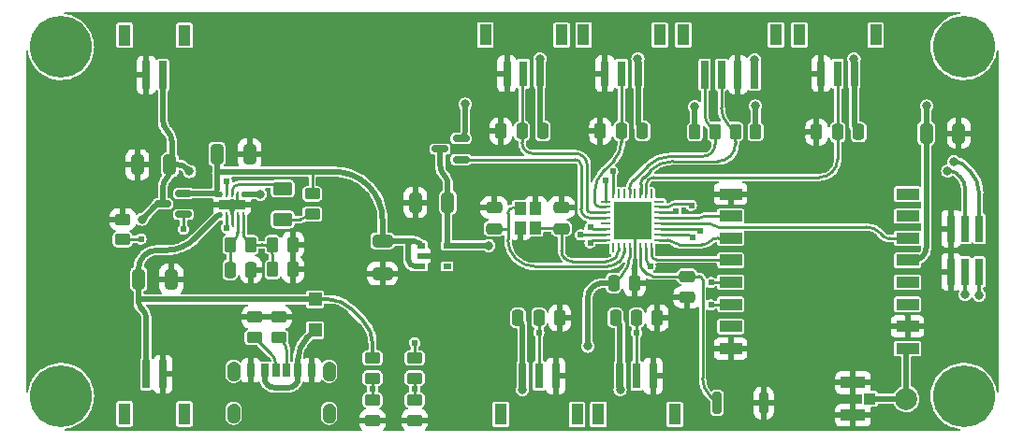
<source format=gbr>
%TF.GenerationSoftware,KiCad,Pcbnew,(6.0.6)*%
%TF.CreationDate,2022-06-29T12:08:49+02:00*%
%TF.ProjectId,LoRaMini,4c6f5261-4d69-46e6-992e-6b696361645f,rev?*%
%TF.SameCoordinates,Original*%
%TF.FileFunction,Copper,L1,Top*%
%TF.FilePolarity,Positive*%
%FSLAX46Y46*%
G04 Gerber Fmt 4.6, Leading zero omitted, Abs format (unit mm)*
G04 Created by KiCad (PCBNEW (6.0.6)) date 2022-06-29 12:08:49*
%MOMM*%
%LPD*%
G01*
G04 APERTURE LIST*
G04 Aperture macros list*
%AMRoundRect*
0 Rectangle with rounded corners*
0 $1 Rounding radius*
0 $2 $3 $4 $5 $6 $7 $8 $9 X,Y pos of 4 corners*
0 Add a 4 corners polygon primitive as box body*
4,1,4,$2,$3,$4,$5,$6,$7,$8,$9,$2,$3,0*
0 Add four circle primitives for the rounded corners*
1,1,$1+$1,$2,$3*
1,1,$1+$1,$4,$5*
1,1,$1+$1,$6,$7*
1,1,$1+$1,$8,$9*
0 Add four rect primitives between the rounded corners*
20,1,$1+$1,$2,$3,$4,$5,0*
20,1,$1+$1,$4,$5,$6,$7,0*
20,1,$1+$1,$6,$7,$8,$9,0*
20,1,$1+$1,$8,$9,$2,$3,0*%
G04 Aperture macros list end*
%TA.AperFunction,EtchedComponent*%
%ADD10C,0.010000*%
%TD*%
%TA.AperFunction,SMDPad,CuDef*%
%ADD11R,0.700000X2.300000*%
%TD*%
%TA.AperFunction,SMDPad,CuDef*%
%ADD12R,1.100000X1.900000*%
%TD*%
%TA.AperFunction,SMDPad,CuDef*%
%ADD13R,2.000000X1.000000*%
%TD*%
%TA.AperFunction,ComponentPad*%
%ADD14C,2.000000*%
%TD*%
%TA.AperFunction,SMDPad,CuDef*%
%ADD15R,0.700000X1.200000*%
%TD*%
%TA.AperFunction,SMDPad,CuDef*%
%ADD16R,0.760000X1.200000*%
%TD*%
%TA.AperFunction,SMDPad,CuDef*%
%ADD17R,0.800000X1.200000*%
%TD*%
%TA.AperFunction,ComponentPad*%
%ADD18O,0.800000X1.600000*%
%TD*%
%TA.AperFunction,ComponentPad*%
%ADD19C,5.600000*%
%TD*%
%TA.AperFunction,SMDPad,CuDef*%
%ADD20RoundRect,0.250000X-0.475000X0.250000X-0.475000X-0.250000X0.475000X-0.250000X0.475000X0.250000X0*%
%TD*%
%TA.AperFunction,SMDPad,CuDef*%
%ADD21R,0.740000X2.400000*%
%TD*%
%TA.AperFunction,SMDPad,CuDef*%
%ADD22RoundRect,0.250000X0.475000X-0.250000X0.475000X0.250000X-0.475000X0.250000X-0.475000X-0.250000X0*%
%TD*%
%TA.AperFunction,SMDPad,CuDef*%
%ADD23R,0.700000X2.500000*%
%TD*%
%TA.AperFunction,SMDPad,CuDef*%
%ADD24RoundRect,0.250000X-0.250000X-0.475000X0.250000X-0.475000X0.250000X0.475000X-0.250000X0.475000X0*%
%TD*%
%TA.AperFunction,SMDPad,CuDef*%
%ADD25R,1.000000X1.150000*%
%TD*%
%TA.AperFunction,SMDPad,CuDef*%
%ADD26R,0.700000X0.510000*%
%TD*%
%TA.AperFunction,SMDPad,CuDef*%
%ADD27RoundRect,0.250000X0.262500X0.450000X-0.262500X0.450000X-0.262500X-0.450000X0.262500X-0.450000X0*%
%TD*%
%TA.AperFunction,SMDPad,CuDef*%
%ADD28RoundRect,0.250000X0.325000X0.650000X-0.325000X0.650000X-0.325000X-0.650000X0.325000X-0.650000X0*%
%TD*%
%TA.AperFunction,SMDPad,CuDef*%
%ADD29RoundRect,0.250000X0.450000X-0.262500X0.450000X0.262500X-0.450000X0.262500X-0.450000X-0.262500X0*%
%TD*%
%TA.AperFunction,SMDPad,CuDef*%
%ADD30RoundRect,0.250000X-0.325000X-0.650000X0.325000X-0.650000X0.325000X0.650000X-0.325000X0.650000X0*%
%TD*%
%TA.AperFunction,SMDPad,CuDef*%
%ADD31RoundRect,0.250000X-0.262500X-0.450000X0.262500X-0.450000X0.262500X0.450000X-0.262500X0.450000X0*%
%TD*%
%TA.AperFunction,SMDPad,CuDef*%
%ADD32R,1.200000X1.200000*%
%TD*%
%TA.AperFunction,SMDPad,CuDef*%
%ADD33RoundRect,0.250000X-0.625000X0.375000X-0.625000X-0.375000X0.625000X-0.375000X0.625000X0.375000X0*%
%TD*%
%TA.AperFunction,SMDPad,CuDef*%
%ADD34RoundRect,0.250000X-0.450000X0.262500X-0.450000X-0.262500X0.450000X-0.262500X0.450000X0.262500X0*%
%TD*%
%TA.AperFunction,SMDPad,CuDef*%
%ADD35RoundRect,0.250000X0.250000X0.475000X-0.250000X0.475000X-0.250000X-0.475000X0.250000X-0.475000X0*%
%TD*%
%TA.AperFunction,SMDPad,CuDef*%
%ADD36RoundRect,0.250000X-0.650000X0.325000X-0.650000X-0.325000X0.650000X-0.325000X0.650000X0.325000X0*%
%TD*%
%TA.AperFunction,SMDPad,CuDef*%
%ADD37RoundRect,0.150000X0.587500X0.150000X-0.587500X0.150000X-0.587500X-0.150000X0.587500X-0.150000X0*%
%TD*%
%TA.AperFunction,SMDPad,CuDef*%
%ADD38R,1.050000X1.000000*%
%TD*%
%TA.AperFunction,SMDPad,CuDef*%
%ADD39R,2.200000X1.050000*%
%TD*%
%TA.AperFunction,SMDPad,CuDef*%
%ADD40RoundRect,0.200000X-0.200000X-0.800000X0.200000X-0.800000X0.200000X0.800000X-0.200000X0.800000X0*%
%TD*%
%TA.AperFunction,SMDPad,CuDef*%
%ADD41R,0.250000X0.500000*%
%TD*%
%TA.AperFunction,SMDPad,CuDef*%
%ADD42R,2.400000X0.840000*%
%TD*%
%TA.AperFunction,SMDPad,CuDef*%
%ADD43RoundRect,0.062500X0.062500X-0.375000X0.062500X0.375000X-0.062500X0.375000X-0.062500X-0.375000X0*%
%TD*%
%TA.AperFunction,SMDPad,CuDef*%
%ADD44RoundRect,0.062500X0.375000X-0.062500X0.375000X0.062500X-0.375000X0.062500X-0.375000X-0.062500X0*%
%TD*%
%TA.AperFunction,SMDPad,CuDef*%
%ADD45R,3.500000X3.500000*%
%TD*%
%TA.AperFunction,ViaPad*%
%ADD46C,0.800000*%
%TD*%
%TA.AperFunction,ViaPad*%
%ADD47C,0.620000*%
%TD*%
%TA.AperFunction,Conductor*%
%ADD48C,0.500000*%
%TD*%
%TA.AperFunction,Conductor*%
%ADD49C,0.250000*%
%TD*%
%TA.AperFunction,Conductor*%
%ADD50C,0.350000*%
%TD*%
G04 APERTURE END LIST*
%TO.C,J3*%
G36*
X120046000Y-136730000D02*
G01*
X120074000Y-136732000D01*
X120103000Y-136736000D01*
X120131000Y-136741000D01*
X120159000Y-136748000D01*
X120187000Y-136756000D01*
X120214000Y-136766000D01*
X120241000Y-136777000D01*
X120267000Y-136789000D01*
X120292000Y-136803000D01*
X120317000Y-136818000D01*
X120340000Y-136834000D01*
X120363000Y-136852000D01*
X120385000Y-136870000D01*
X120406000Y-136890000D01*
X120426000Y-136911000D01*
X120444000Y-136933000D01*
X120462000Y-136956000D01*
X120478000Y-136979000D01*
X120493000Y-137004000D01*
X120507000Y-137029000D01*
X120519000Y-137055000D01*
X120530000Y-137082000D01*
X120540000Y-137109000D01*
X120548000Y-137137000D01*
X120555000Y-137165000D01*
X120560000Y-137193000D01*
X120564000Y-137222000D01*
X120566000Y-137250000D01*
X120567000Y-137279000D01*
X120567000Y-137879000D01*
X120566000Y-137908000D01*
X120564000Y-137936000D01*
X120560000Y-137965000D01*
X120555000Y-137993000D01*
X120548000Y-138021000D01*
X120540000Y-138049000D01*
X120530000Y-138076000D01*
X120519000Y-138103000D01*
X120507000Y-138129000D01*
X120493000Y-138154000D01*
X120478000Y-138179000D01*
X120462000Y-138202000D01*
X120444000Y-138225000D01*
X120426000Y-138247000D01*
X120406000Y-138268000D01*
X120385000Y-138288000D01*
X120363000Y-138306000D01*
X120340000Y-138324000D01*
X120317000Y-138340000D01*
X120292000Y-138355000D01*
X120267000Y-138369000D01*
X120241000Y-138381000D01*
X120214000Y-138392000D01*
X120187000Y-138402000D01*
X120159000Y-138410000D01*
X120131000Y-138417000D01*
X120103000Y-138422000D01*
X120074000Y-138426000D01*
X120046000Y-138428000D01*
X120017000Y-138429000D01*
X119988000Y-138428000D01*
X119960000Y-138426000D01*
X119931000Y-138422000D01*
X119903000Y-138417000D01*
X119875000Y-138410000D01*
X119847000Y-138402000D01*
X119820000Y-138392000D01*
X119793000Y-138381000D01*
X119767000Y-138369000D01*
X119742000Y-138355000D01*
X119717000Y-138340000D01*
X119694000Y-138324000D01*
X119671000Y-138306000D01*
X119649000Y-138288000D01*
X119628000Y-138268000D01*
X119608000Y-138247000D01*
X119590000Y-138225000D01*
X119572000Y-138202000D01*
X119556000Y-138179000D01*
X119541000Y-138154000D01*
X119527000Y-138129000D01*
X119515000Y-138103000D01*
X119504000Y-138076000D01*
X119494000Y-138049000D01*
X119486000Y-138021000D01*
X119479000Y-137993000D01*
X119474000Y-137965000D01*
X119470000Y-137936000D01*
X119468000Y-137908000D01*
X119467000Y-137879000D01*
X119467000Y-137279000D01*
X119468000Y-137250000D01*
X119470000Y-137222000D01*
X119474000Y-137193000D01*
X119479000Y-137165000D01*
X119486000Y-137137000D01*
X119494000Y-137109000D01*
X119504000Y-137082000D01*
X119515000Y-137055000D01*
X119527000Y-137029000D01*
X119541000Y-137004000D01*
X119556000Y-136979000D01*
X119572000Y-136956000D01*
X119590000Y-136933000D01*
X119608000Y-136911000D01*
X119628000Y-136890000D01*
X119649000Y-136870000D01*
X119671000Y-136852000D01*
X119694000Y-136834000D01*
X119717000Y-136818000D01*
X119742000Y-136803000D01*
X119767000Y-136789000D01*
X119793000Y-136777000D01*
X119820000Y-136766000D01*
X119847000Y-136756000D01*
X119875000Y-136748000D01*
X119903000Y-136741000D01*
X119931000Y-136736000D01*
X119960000Y-136732000D01*
X119988000Y-136730000D01*
X120017000Y-136729000D01*
X120046000Y-136730000D01*
G37*
D10*
X120046000Y-136730000D02*
X120074000Y-136732000D01*
X120103000Y-136736000D01*
X120131000Y-136741000D01*
X120159000Y-136748000D01*
X120187000Y-136756000D01*
X120214000Y-136766000D01*
X120241000Y-136777000D01*
X120267000Y-136789000D01*
X120292000Y-136803000D01*
X120317000Y-136818000D01*
X120340000Y-136834000D01*
X120363000Y-136852000D01*
X120385000Y-136870000D01*
X120406000Y-136890000D01*
X120426000Y-136911000D01*
X120444000Y-136933000D01*
X120462000Y-136956000D01*
X120478000Y-136979000D01*
X120493000Y-137004000D01*
X120507000Y-137029000D01*
X120519000Y-137055000D01*
X120530000Y-137082000D01*
X120540000Y-137109000D01*
X120548000Y-137137000D01*
X120555000Y-137165000D01*
X120560000Y-137193000D01*
X120564000Y-137222000D01*
X120566000Y-137250000D01*
X120567000Y-137279000D01*
X120567000Y-137879000D01*
X120566000Y-137908000D01*
X120564000Y-137936000D01*
X120560000Y-137965000D01*
X120555000Y-137993000D01*
X120548000Y-138021000D01*
X120540000Y-138049000D01*
X120530000Y-138076000D01*
X120519000Y-138103000D01*
X120507000Y-138129000D01*
X120493000Y-138154000D01*
X120478000Y-138179000D01*
X120462000Y-138202000D01*
X120444000Y-138225000D01*
X120426000Y-138247000D01*
X120406000Y-138268000D01*
X120385000Y-138288000D01*
X120363000Y-138306000D01*
X120340000Y-138324000D01*
X120317000Y-138340000D01*
X120292000Y-138355000D01*
X120267000Y-138369000D01*
X120241000Y-138381000D01*
X120214000Y-138392000D01*
X120187000Y-138402000D01*
X120159000Y-138410000D01*
X120131000Y-138417000D01*
X120103000Y-138422000D01*
X120074000Y-138426000D01*
X120046000Y-138428000D01*
X120017000Y-138429000D01*
X119988000Y-138428000D01*
X119960000Y-138426000D01*
X119931000Y-138422000D01*
X119903000Y-138417000D01*
X119875000Y-138410000D01*
X119847000Y-138402000D01*
X119820000Y-138392000D01*
X119793000Y-138381000D01*
X119767000Y-138369000D01*
X119742000Y-138355000D01*
X119717000Y-138340000D01*
X119694000Y-138324000D01*
X119671000Y-138306000D01*
X119649000Y-138288000D01*
X119628000Y-138268000D01*
X119608000Y-138247000D01*
X119590000Y-138225000D01*
X119572000Y-138202000D01*
X119556000Y-138179000D01*
X119541000Y-138154000D01*
X119527000Y-138129000D01*
X119515000Y-138103000D01*
X119504000Y-138076000D01*
X119494000Y-138049000D01*
X119486000Y-138021000D01*
X119479000Y-137993000D01*
X119474000Y-137965000D01*
X119470000Y-137936000D01*
X119468000Y-137908000D01*
X119467000Y-137879000D01*
X119467000Y-137279000D01*
X119468000Y-137250000D01*
X119470000Y-137222000D01*
X119474000Y-137193000D01*
X119479000Y-137165000D01*
X119486000Y-137137000D01*
X119494000Y-137109000D01*
X119504000Y-137082000D01*
X119515000Y-137055000D01*
X119527000Y-137029000D01*
X119541000Y-137004000D01*
X119556000Y-136979000D01*
X119572000Y-136956000D01*
X119590000Y-136933000D01*
X119608000Y-136911000D01*
X119628000Y-136890000D01*
X119649000Y-136870000D01*
X119671000Y-136852000D01*
X119694000Y-136834000D01*
X119717000Y-136818000D01*
X119742000Y-136803000D01*
X119767000Y-136789000D01*
X119793000Y-136777000D01*
X119820000Y-136766000D01*
X119847000Y-136756000D01*
X119875000Y-136748000D01*
X119903000Y-136741000D01*
X119931000Y-136736000D01*
X119960000Y-136732000D01*
X119988000Y-136730000D01*
X120017000Y-136729000D01*
X120046000Y-136730000D01*
G36*
X111406000Y-136730000D02*
G01*
X111434000Y-136732000D01*
X111463000Y-136736000D01*
X111491000Y-136741000D01*
X111519000Y-136748000D01*
X111547000Y-136756000D01*
X111574000Y-136766000D01*
X111601000Y-136777000D01*
X111627000Y-136789000D01*
X111652000Y-136803000D01*
X111677000Y-136818000D01*
X111700000Y-136834000D01*
X111723000Y-136852000D01*
X111745000Y-136870000D01*
X111766000Y-136890000D01*
X111786000Y-136911000D01*
X111804000Y-136933000D01*
X111822000Y-136956000D01*
X111838000Y-136979000D01*
X111853000Y-137004000D01*
X111867000Y-137029000D01*
X111879000Y-137055000D01*
X111890000Y-137082000D01*
X111900000Y-137109000D01*
X111908000Y-137137000D01*
X111915000Y-137165000D01*
X111920000Y-137193000D01*
X111924000Y-137222000D01*
X111926000Y-137250000D01*
X111927000Y-137279000D01*
X111927000Y-137879000D01*
X111926000Y-137908000D01*
X111924000Y-137936000D01*
X111920000Y-137965000D01*
X111915000Y-137993000D01*
X111908000Y-138021000D01*
X111900000Y-138049000D01*
X111890000Y-138076000D01*
X111879000Y-138103000D01*
X111867000Y-138129000D01*
X111853000Y-138154000D01*
X111838000Y-138179000D01*
X111822000Y-138202000D01*
X111804000Y-138225000D01*
X111786000Y-138247000D01*
X111766000Y-138268000D01*
X111745000Y-138288000D01*
X111723000Y-138306000D01*
X111700000Y-138324000D01*
X111677000Y-138340000D01*
X111652000Y-138355000D01*
X111627000Y-138369000D01*
X111601000Y-138381000D01*
X111574000Y-138392000D01*
X111547000Y-138402000D01*
X111519000Y-138410000D01*
X111491000Y-138417000D01*
X111463000Y-138422000D01*
X111434000Y-138426000D01*
X111406000Y-138428000D01*
X111377000Y-138429000D01*
X111348000Y-138428000D01*
X111320000Y-138426000D01*
X111291000Y-138422000D01*
X111263000Y-138417000D01*
X111235000Y-138410000D01*
X111207000Y-138402000D01*
X111180000Y-138392000D01*
X111153000Y-138381000D01*
X111127000Y-138369000D01*
X111102000Y-138355000D01*
X111077000Y-138340000D01*
X111054000Y-138324000D01*
X111031000Y-138306000D01*
X111009000Y-138288000D01*
X110988000Y-138268000D01*
X110968000Y-138247000D01*
X110950000Y-138225000D01*
X110932000Y-138202000D01*
X110916000Y-138179000D01*
X110901000Y-138154000D01*
X110887000Y-138129000D01*
X110875000Y-138103000D01*
X110864000Y-138076000D01*
X110854000Y-138049000D01*
X110846000Y-138021000D01*
X110839000Y-137993000D01*
X110834000Y-137965000D01*
X110830000Y-137936000D01*
X110828000Y-137908000D01*
X110827000Y-137879000D01*
X110827000Y-137279000D01*
X110828000Y-137250000D01*
X110830000Y-137222000D01*
X110834000Y-137193000D01*
X110839000Y-137165000D01*
X110846000Y-137137000D01*
X110854000Y-137109000D01*
X110864000Y-137082000D01*
X110875000Y-137055000D01*
X110887000Y-137029000D01*
X110901000Y-137004000D01*
X110916000Y-136979000D01*
X110932000Y-136956000D01*
X110950000Y-136933000D01*
X110968000Y-136911000D01*
X110988000Y-136890000D01*
X111009000Y-136870000D01*
X111031000Y-136852000D01*
X111054000Y-136834000D01*
X111077000Y-136818000D01*
X111102000Y-136803000D01*
X111127000Y-136789000D01*
X111153000Y-136777000D01*
X111180000Y-136766000D01*
X111207000Y-136756000D01*
X111235000Y-136748000D01*
X111263000Y-136741000D01*
X111291000Y-136736000D01*
X111320000Y-136732000D01*
X111348000Y-136730000D01*
X111377000Y-136729000D01*
X111406000Y-136730000D01*
G37*
X111406000Y-136730000D02*
X111434000Y-136732000D01*
X111463000Y-136736000D01*
X111491000Y-136741000D01*
X111519000Y-136748000D01*
X111547000Y-136756000D01*
X111574000Y-136766000D01*
X111601000Y-136777000D01*
X111627000Y-136789000D01*
X111652000Y-136803000D01*
X111677000Y-136818000D01*
X111700000Y-136834000D01*
X111723000Y-136852000D01*
X111745000Y-136870000D01*
X111766000Y-136890000D01*
X111786000Y-136911000D01*
X111804000Y-136933000D01*
X111822000Y-136956000D01*
X111838000Y-136979000D01*
X111853000Y-137004000D01*
X111867000Y-137029000D01*
X111879000Y-137055000D01*
X111890000Y-137082000D01*
X111900000Y-137109000D01*
X111908000Y-137137000D01*
X111915000Y-137165000D01*
X111920000Y-137193000D01*
X111924000Y-137222000D01*
X111926000Y-137250000D01*
X111927000Y-137279000D01*
X111927000Y-137879000D01*
X111926000Y-137908000D01*
X111924000Y-137936000D01*
X111920000Y-137965000D01*
X111915000Y-137993000D01*
X111908000Y-138021000D01*
X111900000Y-138049000D01*
X111890000Y-138076000D01*
X111879000Y-138103000D01*
X111867000Y-138129000D01*
X111853000Y-138154000D01*
X111838000Y-138179000D01*
X111822000Y-138202000D01*
X111804000Y-138225000D01*
X111786000Y-138247000D01*
X111766000Y-138268000D01*
X111745000Y-138288000D01*
X111723000Y-138306000D01*
X111700000Y-138324000D01*
X111677000Y-138340000D01*
X111652000Y-138355000D01*
X111627000Y-138369000D01*
X111601000Y-138381000D01*
X111574000Y-138392000D01*
X111547000Y-138402000D01*
X111519000Y-138410000D01*
X111491000Y-138417000D01*
X111463000Y-138422000D01*
X111434000Y-138426000D01*
X111406000Y-138428000D01*
X111377000Y-138429000D01*
X111348000Y-138428000D01*
X111320000Y-138426000D01*
X111291000Y-138422000D01*
X111263000Y-138417000D01*
X111235000Y-138410000D01*
X111207000Y-138402000D01*
X111180000Y-138392000D01*
X111153000Y-138381000D01*
X111127000Y-138369000D01*
X111102000Y-138355000D01*
X111077000Y-138340000D01*
X111054000Y-138324000D01*
X111031000Y-138306000D01*
X111009000Y-138288000D01*
X110988000Y-138268000D01*
X110968000Y-138247000D01*
X110950000Y-138225000D01*
X110932000Y-138202000D01*
X110916000Y-138179000D01*
X110901000Y-138154000D01*
X110887000Y-138129000D01*
X110875000Y-138103000D01*
X110864000Y-138076000D01*
X110854000Y-138049000D01*
X110846000Y-138021000D01*
X110839000Y-137993000D01*
X110834000Y-137965000D01*
X110830000Y-137936000D01*
X110828000Y-137908000D01*
X110827000Y-137879000D01*
X110827000Y-137279000D01*
X110828000Y-137250000D01*
X110830000Y-137222000D01*
X110834000Y-137193000D01*
X110839000Y-137165000D01*
X110846000Y-137137000D01*
X110854000Y-137109000D01*
X110864000Y-137082000D01*
X110875000Y-137055000D01*
X110887000Y-137029000D01*
X110901000Y-137004000D01*
X110916000Y-136979000D01*
X110932000Y-136956000D01*
X110950000Y-136933000D01*
X110968000Y-136911000D01*
X110988000Y-136890000D01*
X111009000Y-136870000D01*
X111031000Y-136852000D01*
X111054000Y-136834000D01*
X111077000Y-136818000D01*
X111102000Y-136803000D01*
X111127000Y-136789000D01*
X111153000Y-136777000D01*
X111180000Y-136766000D01*
X111207000Y-136756000D01*
X111235000Y-136748000D01*
X111263000Y-136741000D01*
X111291000Y-136736000D01*
X111320000Y-136732000D01*
X111348000Y-136730000D01*
X111377000Y-136729000D01*
X111406000Y-136730000D01*
G36*
X120046000Y-132930000D02*
G01*
X120074000Y-132932000D01*
X120103000Y-132936000D01*
X120131000Y-132941000D01*
X120159000Y-132948000D01*
X120187000Y-132956000D01*
X120214000Y-132966000D01*
X120241000Y-132977000D01*
X120267000Y-132989000D01*
X120292000Y-133003000D01*
X120317000Y-133018000D01*
X120340000Y-133034000D01*
X120363000Y-133052000D01*
X120385000Y-133070000D01*
X120406000Y-133090000D01*
X120426000Y-133111000D01*
X120444000Y-133133000D01*
X120462000Y-133156000D01*
X120478000Y-133179000D01*
X120493000Y-133204000D01*
X120507000Y-133229000D01*
X120519000Y-133255000D01*
X120530000Y-133282000D01*
X120540000Y-133309000D01*
X120548000Y-133337000D01*
X120555000Y-133365000D01*
X120560000Y-133393000D01*
X120564000Y-133422000D01*
X120566000Y-133450000D01*
X120567000Y-133479000D01*
X120567000Y-134079000D01*
X120566000Y-134108000D01*
X120564000Y-134136000D01*
X120560000Y-134165000D01*
X120555000Y-134193000D01*
X120548000Y-134221000D01*
X120540000Y-134249000D01*
X120530000Y-134276000D01*
X120519000Y-134303000D01*
X120507000Y-134329000D01*
X120493000Y-134354000D01*
X120478000Y-134379000D01*
X120462000Y-134402000D01*
X120444000Y-134425000D01*
X120426000Y-134447000D01*
X120406000Y-134468000D01*
X120385000Y-134488000D01*
X120363000Y-134506000D01*
X120340000Y-134524000D01*
X120317000Y-134540000D01*
X120292000Y-134555000D01*
X120267000Y-134569000D01*
X120241000Y-134581000D01*
X120214000Y-134592000D01*
X120187000Y-134602000D01*
X120159000Y-134610000D01*
X120131000Y-134617000D01*
X120103000Y-134622000D01*
X120074000Y-134626000D01*
X120046000Y-134628000D01*
X120017000Y-134629000D01*
X119988000Y-134628000D01*
X119960000Y-134626000D01*
X119931000Y-134622000D01*
X119903000Y-134617000D01*
X119875000Y-134610000D01*
X119847000Y-134602000D01*
X119820000Y-134592000D01*
X119793000Y-134581000D01*
X119767000Y-134569000D01*
X119742000Y-134555000D01*
X119717000Y-134540000D01*
X119694000Y-134524000D01*
X119671000Y-134506000D01*
X119649000Y-134488000D01*
X119628000Y-134468000D01*
X119608000Y-134447000D01*
X119590000Y-134425000D01*
X119572000Y-134402000D01*
X119556000Y-134379000D01*
X119541000Y-134354000D01*
X119527000Y-134329000D01*
X119515000Y-134303000D01*
X119504000Y-134276000D01*
X119494000Y-134249000D01*
X119486000Y-134221000D01*
X119479000Y-134193000D01*
X119474000Y-134165000D01*
X119470000Y-134136000D01*
X119468000Y-134108000D01*
X119467000Y-134079000D01*
X119467000Y-133479000D01*
X119468000Y-133450000D01*
X119470000Y-133422000D01*
X119474000Y-133393000D01*
X119479000Y-133365000D01*
X119486000Y-133337000D01*
X119494000Y-133309000D01*
X119504000Y-133282000D01*
X119515000Y-133255000D01*
X119527000Y-133229000D01*
X119541000Y-133204000D01*
X119556000Y-133179000D01*
X119572000Y-133156000D01*
X119590000Y-133133000D01*
X119608000Y-133111000D01*
X119628000Y-133090000D01*
X119649000Y-133070000D01*
X119671000Y-133052000D01*
X119694000Y-133034000D01*
X119717000Y-133018000D01*
X119742000Y-133003000D01*
X119767000Y-132989000D01*
X119793000Y-132977000D01*
X119820000Y-132966000D01*
X119847000Y-132956000D01*
X119875000Y-132948000D01*
X119903000Y-132941000D01*
X119931000Y-132936000D01*
X119960000Y-132932000D01*
X119988000Y-132930000D01*
X120017000Y-132929000D01*
X120046000Y-132930000D01*
G37*
X120046000Y-132930000D02*
X120074000Y-132932000D01*
X120103000Y-132936000D01*
X120131000Y-132941000D01*
X120159000Y-132948000D01*
X120187000Y-132956000D01*
X120214000Y-132966000D01*
X120241000Y-132977000D01*
X120267000Y-132989000D01*
X120292000Y-133003000D01*
X120317000Y-133018000D01*
X120340000Y-133034000D01*
X120363000Y-133052000D01*
X120385000Y-133070000D01*
X120406000Y-133090000D01*
X120426000Y-133111000D01*
X120444000Y-133133000D01*
X120462000Y-133156000D01*
X120478000Y-133179000D01*
X120493000Y-133204000D01*
X120507000Y-133229000D01*
X120519000Y-133255000D01*
X120530000Y-133282000D01*
X120540000Y-133309000D01*
X120548000Y-133337000D01*
X120555000Y-133365000D01*
X120560000Y-133393000D01*
X120564000Y-133422000D01*
X120566000Y-133450000D01*
X120567000Y-133479000D01*
X120567000Y-134079000D01*
X120566000Y-134108000D01*
X120564000Y-134136000D01*
X120560000Y-134165000D01*
X120555000Y-134193000D01*
X120548000Y-134221000D01*
X120540000Y-134249000D01*
X120530000Y-134276000D01*
X120519000Y-134303000D01*
X120507000Y-134329000D01*
X120493000Y-134354000D01*
X120478000Y-134379000D01*
X120462000Y-134402000D01*
X120444000Y-134425000D01*
X120426000Y-134447000D01*
X120406000Y-134468000D01*
X120385000Y-134488000D01*
X120363000Y-134506000D01*
X120340000Y-134524000D01*
X120317000Y-134540000D01*
X120292000Y-134555000D01*
X120267000Y-134569000D01*
X120241000Y-134581000D01*
X120214000Y-134592000D01*
X120187000Y-134602000D01*
X120159000Y-134610000D01*
X120131000Y-134617000D01*
X120103000Y-134622000D01*
X120074000Y-134626000D01*
X120046000Y-134628000D01*
X120017000Y-134629000D01*
X119988000Y-134628000D01*
X119960000Y-134626000D01*
X119931000Y-134622000D01*
X119903000Y-134617000D01*
X119875000Y-134610000D01*
X119847000Y-134602000D01*
X119820000Y-134592000D01*
X119793000Y-134581000D01*
X119767000Y-134569000D01*
X119742000Y-134555000D01*
X119717000Y-134540000D01*
X119694000Y-134524000D01*
X119671000Y-134506000D01*
X119649000Y-134488000D01*
X119628000Y-134468000D01*
X119608000Y-134447000D01*
X119590000Y-134425000D01*
X119572000Y-134402000D01*
X119556000Y-134379000D01*
X119541000Y-134354000D01*
X119527000Y-134329000D01*
X119515000Y-134303000D01*
X119504000Y-134276000D01*
X119494000Y-134249000D01*
X119486000Y-134221000D01*
X119479000Y-134193000D01*
X119474000Y-134165000D01*
X119470000Y-134136000D01*
X119468000Y-134108000D01*
X119467000Y-134079000D01*
X119467000Y-133479000D01*
X119468000Y-133450000D01*
X119470000Y-133422000D01*
X119474000Y-133393000D01*
X119479000Y-133365000D01*
X119486000Y-133337000D01*
X119494000Y-133309000D01*
X119504000Y-133282000D01*
X119515000Y-133255000D01*
X119527000Y-133229000D01*
X119541000Y-133204000D01*
X119556000Y-133179000D01*
X119572000Y-133156000D01*
X119590000Y-133133000D01*
X119608000Y-133111000D01*
X119628000Y-133090000D01*
X119649000Y-133070000D01*
X119671000Y-133052000D01*
X119694000Y-133034000D01*
X119717000Y-133018000D01*
X119742000Y-133003000D01*
X119767000Y-132989000D01*
X119793000Y-132977000D01*
X119820000Y-132966000D01*
X119847000Y-132956000D01*
X119875000Y-132948000D01*
X119903000Y-132941000D01*
X119931000Y-132936000D01*
X119960000Y-132932000D01*
X119988000Y-132930000D01*
X120017000Y-132929000D01*
X120046000Y-132930000D01*
G36*
X111406000Y-132930000D02*
G01*
X111434000Y-132932000D01*
X111463000Y-132936000D01*
X111491000Y-132941000D01*
X111519000Y-132948000D01*
X111547000Y-132956000D01*
X111574000Y-132966000D01*
X111601000Y-132977000D01*
X111627000Y-132989000D01*
X111652000Y-133003000D01*
X111677000Y-133018000D01*
X111700000Y-133034000D01*
X111723000Y-133052000D01*
X111745000Y-133070000D01*
X111766000Y-133090000D01*
X111786000Y-133111000D01*
X111804000Y-133133000D01*
X111822000Y-133156000D01*
X111838000Y-133179000D01*
X111853000Y-133204000D01*
X111867000Y-133229000D01*
X111879000Y-133255000D01*
X111890000Y-133282000D01*
X111900000Y-133309000D01*
X111908000Y-133337000D01*
X111915000Y-133365000D01*
X111920000Y-133393000D01*
X111924000Y-133422000D01*
X111926000Y-133450000D01*
X111927000Y-133479000D01*
X111927000Y-134079000D01*
X111926000Y-134108000D01*
X111924000Y-134136000D01*
X111920000Y-134165000D01*
X111915000Y-134193000D01*
X111908000Y-134221000D01*
X111900000Y-134249000D01*
X111890000Y-134276000D01*
X111879000Y-134303000D01*
X111867000Y-134329000D01*
X111853000Y-134354000D01*
X111838000Y-134379000D01*
X111822000Y-134402000D01*
X111804000Y-134425000D01*
X111786000Y-134447000D01*
X111766000Y-134468000D01*
X111745000Y-134488000D01*
X111723000Y-134506000D01*
X111700000Y-134524000D01*
X111677000Y-134540000D01*
X111652000Y-134555000D01*
X111627000Y-134569000D01*
X111601000Y-134581000D01*
X111574000Y-134592000D01*
X111547000Y-134602000D01*
X111519000Y-134610000D01*
X111491000Y-134617000D01*
X111463000Y-134622000D01*
X111434000Y-134626000D01*
X111406000Y-134628000D01*
X111377000Y-134629000D01*
X111348000Y-134628000D01*
X111320000Y-134626000D01*
X111291000Y-134622000D01*
X111263000Y-134617000D01*
X111235000Y-134610000D01*
X111207000Y-134602000D01*
X111180000Y-134592000D01*
X111153000Y-134581000D01*
X111127000Y-134569000D01*
X111102000Y-134555000D01*
X111077000Y-134540000D01*
X111054000Y-134524000D01*
X111031000Y-134506000D01*
X111009000Y-134488000D01*
X110988000Y-134468000D01*
X110968000Y-134447000D01*
X110950000Y-134425000D01*
X110932000Y-134402000D01*
X110916000Y-134379000D01*
X110901000Y-134354000D01*
X110887000Y-134329000D01*
X110875000Y-134303000D01*
X110864000Y-134276000D01*
X110854000Y-134249000D01*
X110846000Y-134221000D01*
X110839000Y-134193000D01*
X110834000Y-134165000D01*
X110830000Y-134136000D01*
X110828000Y-134108000D01*
X110827000Y-134079000D01*
X110827000Y-133479000D01*
X110828000Y-133450000D01*
X110830000Y-133422000D01*
X110834000Y-133393000D01*
X110839000Y-133365000D01*
X110846000Y-133337000D01*
X110854000Y-133309000D01*
X110864000Y-133282000D01*
X110875000Y-133255000D01*
X110887000Y-133229000D01*
X110901000Y-133204000D01*
X110916000Y-133179000D01*
X110932000Y-133156000D01*
X110950000Y-133133000D01*
X110968000Y-133111000D01*
X110988000Y-133090000D01*
X111009000Y-133070000D01*
X111031000Y-133052000D01*
X111054000Y-133034000D01*
X111077000Y-133018000D01*
X111102000Y-133003000D01*
X111127000Y-132989000D01*
X111153000Y-132977000D01*
X111180000Y-132966000D01*
X111207000Y-132956000D01*
X111235000Y-132948000D01*
X111263000Y-132941000D01*
X111291000Y-132936000D01*
X111320000Y-132932000D01*
X111348000Y-132930000D01*
X111377000Y-132929000D01*
X111406000Y-132930000D01*
G37*
X111406000Y-132930000D02*
X111434000Y-132932000D01*
X111463000Y-132936000D01*
X111491000Y-132941000D01*
X111519000Y-132948000D01*
X111547000Y-132956000D01*
X111574000Y-132966000D01*
X111601000Y-132977000D01*
X111627000Y-132989000D01*
X111652000Y-133003000D01*
X111677000Y-133018000D01*
X111700000Y-133034000D01*
X111723000Y-133052000D01*
X111745000Y-133070000D01*
X111766000Y-133090000D01*
X111786000Y-133111000D01*
X111804000Y-133133000D01*
X111822000Y-133156000D01*
X111838000Y-133179000D01*
X111853000Y-133204000D01*
X111867000Y-133229000D01*
X111879000Y-133255000D01*
X111890000Y-133282000D01*
X111900000Y-133309000D01*
X111908000Y-133337000D01*
X111915000Y-133365000D01*
X111920000Y-133393000D01*
X111924000Y-133422000D01*
X111926000Y-133450000D01*
X111927000Y-133479000D01*
X111927000Y-134079000D01*
X111926000Y-134108000D01*
X111924000Y-134136000D01*
X111920000Y-134165000D01*
X111915000Y-134193000D01*
X111908000Y-134221000D01*
X111900000Y-134249000D01*
X111890000Y-134276000D01*
X111879000Y-134303000D01*
X111867000Y-134329000D01*
X111853000Y-134354000D01*
X111838000Y-134379000D01*
X111822000Y-134402000D01*
X111804000Y-134425000D01*
X111786000Y-134447000D01*
X111766000Y-134468000D01*
X111745000Y-134488000D01*
X111723000Y-134506000D01*
X111700000Y-134524000D01*
X111677000Y-134540000D01*
X111652000Y-134555000D01*
X111627000Y-134569000D01*
X111601000Y-134581000D01*
X111574000Y-134592000D01*
X111547000Y-134602000D01*
X111519000Y-134610000D01*
X111491000Y-134617000D01*
X111463000Y-134622000D01*
X111434000Y-134626000D01*
X111406000Y-134628000D01*
X111377000Y-134629000D01*
X111348000Y-134628000D01*
X111320000Y-134626000D01*
X111291000Y-134622000D01*
X111263000Y-134617000D01*
X111235000Y-134610000D01*
X111207000Y-134602000D01*
X111180000Y-134592000D01*
X111153000Y-134581000D01*
X111127000Y-134569000D01*
X111102000Y-134555000D01*
X111077000Y-134540000D01*
X111054000Y-134524000D01*
X111031000Y-134506000D01*
X111009000Y-134488000D01*
X110988000Y-134468000D01*
X110968000Y-134447000D01*
X110950000Y-134425000D01*
X110932000Y-134402000D01*
X110916000Y-134379000D01*
X110901000Y-134354000D01*
X110887000Y-134329000D01*
X110875000Y-134303000D01*
X110864000Y-134276000D01*
X110854000Y-134249000D01*
X110846000Y-134221000D01*
X110839000Y-134193000D01*
X110834000Y-134165000D01*
X110830000Y-134136000D01*
X110828000Y-134108000D01*
X110827000Y-134079000D01*
X110827000Y-133479000D01*
X110828000Y-133450000D01*
X110830000Y-133422000D01*
X110834000Y-133393000D01*
X110839000Y-133365000D01*
X110846000Y-133337000D01*
X110854000Y-133309000D01*
X110864000Y-133282000D01*
X110875000Y-133255000D01*
X110887000Y-133229000D01*
X110901000Y-133204000D01*
X110916000Y-133179000D01*
X110932000Y-133156000D01*
X110950000Y-133133000D01*
X110968000Y-133111000D01*
X110988000Y-133090000D01*
X111009000Y-133070000D01*
X111031000Y-133052000D01*
X111054000Y-133034000D01*
X111077000Y-133018000D01*
X111102000Y-133003000D01*
X111127000Y-132989000D01*
X111153000Y-132977000D01*
X111180000Y-132966000D01*
X111207000Y-132956000D01*
X111235000Y-132948000D01*
X111263000Y-132941000D01*
X111291000Y-132936000D01*
X111320000Y-132932000D01*
X111348000Y-132930000D01*
X111377000Y-132929000D01*
X111406000Y-132930000D01*
%TD*%
D11*
%TO.P,PA0,1,Pin_1*%
%TO.N,Net-(JP5-Pad3)*%
X146328700Y-134180862D03*
%TO.P,PA0,2,Pin_2*%
%TO.N,PA0*%
X147827300Y-134185940D03*
%TO.P,PA0,3,Pin_3*%
%TO.N,GND*%
X149327300Y-134185940D03*
D12*
%TO.P,PA0,P1*%
%TO.N,N/C*%
X144378700Y-137680860D03*
%TO.P,PA0,P2*%
X151277300Y-137685940D03*
%TD*%
D13*
%TO.P,U4,1,GND*%
%TO.N,GND*%
X156338000Y-117714000D03*
%TO.P,U4,2,MISO*%
%TO.N,MISO*%
X156338000Y-119714000D03*
%TO.P,U4,3,MOSI*%
%TO.N,MOSI*%
X156338000Y-121714000D03*
%TO.P,U4,4,SCK*%
%TO.N,SCK*%
X156338000Y-123714000D03*
%TO.P,U4,5,NSS*%
%TO.N,CS*%
X156338000Y-125714000D03*
%TO.P,U4,6,RESET*%
%TO.N,RST*%
X156338000Y-127714000D03*
%TO.P,U4,7,DIO5*%
%TO.N,unconnected-(U4-Pad7)*%
X156338000Y-129714000D03*
%TO.P,U4,8,GND*%
%TO.N,GND*%
X156338000Y-131714000D03*
%TO.P,U4,9,ANT*%
%TO.N,Net-(ANT1-Pad1)*%
X172338000Y-131714000D03*
%TO.P,U4,10,GND*%
%TO.N,GND*%
X172338000Y-129714000D03*
%TO.P,U4,11,DIO3*%
%TO.N,unconnected-(U4-Pad11)*%
X172338000Y-127714000D03*
%TO.P,U4,12,DIO4*%
%TO.N,unconnected-(U4-Pad12)*%
X172338000Y-125714000D03*
%TO.P,U4,13,3.3V*%
%TO.N,+3V3*%
X172338000Y-123714000D03*
%TO.P,U4,14,DIO0*%
%TO.N,INT*%
X172338000Y-121714000D03*
%TO.P,U4,15,DIO1*%
%TO.N,unconnected-(U4-Pad15)*%
X172338000Y-119714000D03*
%TO.P,U4,16,DIO2*%
%TO.N,unconnected-(U4-Pad16)*%
X172338000Y-117714000D03*
%TD*%
D11*
%TO.P,PA15,1,Pin_1*%
%TO.N,Net-(JP3-Pad3)*%
X147980166Y-106814338D03*
%TO.P,PA15,2,Pin_2*%
%TO.N,PA15*%
X146481566Y-106809260D03*
%TO.P,PA15,3,Pin_3*%
%TO.N,GND*%
X144981566Y-106809260D03*
D12*
%TO.P,PA15,P1*%
%TO.N,N/C*%
X149930166Y-103314340D03*
%TO.P,PA15,P2*%
X143031566Y-103309260D03*
%TD*%
D14*
%TO.P,J2,1,Pin_1*%
%TO.N,Net-(ANT1-Pad1)*%
X172212000Y-136271000D03*
%TD*%
D15*
%TO.P,J3,A5,CC1*%
%TO.N,Net-(J3-PadA5)*%
X115197000Y-133699000D03*
D16*
%TO.P,J3,A9,VBUS*%
%TO.N,Net-(D2-Pad2)*%
X117217000Y-133699000D03*
D17*
%TO.P,J3,A12,GND*%
%TO.N,GND*%
X118447000Y-133699000D03*
D15*
%TO.P,J3,B5,CC2*%
%TO.N,Net-(J3-PadB5)*%
X116197000Y-133699000D03*
D16*
%TO.P,J3,B9,VBUS*%
%TO.N,Net-(D2-Pad2)*%
X114177000Y-133699000D03*
D17*
%TO.P,J3,B12,GND*%
%TO.N,GND*%
X112947000Y-133699000D03*
D18*
%TO.P,J3,S1,SHIELD*%
%TO.N,unconnected-(J3-PadS1)*%
X111377000Y-133779000D03*
%TO.P,J3,S2,SHIELD*%
%TO.N,unconnected-(J3-PadS2)*%
X120017000Y-133779000D03*
%TO.P,J3,S3,SHIELD*%
%TO.N,unconnected-(J3-PadS3)*%
X111377000Y-137579000D03*
%TO.P,J3,S4,SHIELD*%
%TO.N,unconnected-(J3-PadS4)*%
X120017000Y-137579000D03*
%TD*%
D19*
%TO.P,REF\u002A\u002A,1*%
%TO.N,N/C*%
X177419000Y-104394000D03*
%TD*%
D20*
%TO.P,C33,1*%
%TO.N,Net-(C33-Pad1)*%
X152400000Y-125161000D03*
%TO.P,C33,2*%
%TO.N,GND*%
X152400000Y-127061000D03*
%TD*%
D21*
%TO.P,DEBUG1,1,Pin_1*%
%TO.N,SWDIO*%
X178816000Y-120859000D03*
%TO.P,DEBUG1,2,Pin_2*%
%TO.N,SWCLK*%
X177546000Y-120859000D03*
%TO.P,DEBUG1,3,Pin_3*%
%TO.N,GND*%
X176276000Y-120859000D03*
%TO.P,DEBUG1,4,Pin_4*%
%TO.N,TX*%
X178816000Y-124759000D03*
%TO.P,DEBUG1,5,Pin_5*%
%TO.N,RX*%
X177546000Y-124759000D03*
%TO.P,DEBUG1,6,Pin_6*%
%TO.N,GND*%
X176276000Y-124759000D03*
%TD*%
D22*
%TO.P,C35,1*%
%TO.N,Net-(C35-Pad1)*%
X134936000Y-120852000D03*
%TO.P,C35,2*%
%TO.N,GND*%
X134936000Y-118952000D03*
%TD*%
D23*
%TO.P,VIN,1,Pin_1*%
%TO.N,VDD*%
X103485000Y-134044800D03*
%TO.P,VIN,2,Pin_2*%
%TO.N,GND*%
X104985000Y-134044800D03*
D12*
%TO.P,VIN,S1*%
%TO.N,N/C*%
X101535000Y-137644800D03*
%TO.P,VIN,S2*%
X106935000Y-137644800D03*
%TD*%
D24*
%TO.P,JP3,1,A*%
%TO.N,GND*%
X144556400Y-112014000D03*
%TO.P,JP3,2,C*%
%TO.N,PA15*%
X146456400Y-112014000D03*
%TO.P,JP3,3,B*%
%TO.N,Net-(JP3-Pad3)*%
X148356400Y-112014000D03*
%TD*%
D25*
%TO.P,Y1,1,1*%
%TO.N,Net-(C35-Pad1)*%
X137284000Y-119027000D03*
%TO.P,Y1,2,2*%
%TO.N,GND*%
X137284000Y-120777000D03*
%TO.P,Y1,3,3*%
%TO.N,Net-(C34-Pad2)*%
X138684000Y-120777000D03*
%TO.P,Y1,4,4*%
%TO.N,GND*%
X138684000Y-119027000D03*
%TD*%
D11*
%TO.P,PB8,1,Pin_1*%
%TO.N,Net-(JP2-Pad3)*%
X137502200Y-134180862D03*
%TO.P,PB8,2,Pin_2*%
%TO.N,PB8*%
X139000800Y-134185940D03*
%TO.P,PB8,3,Pin_3*%
%TO.N,GND*%
X140500800Y-134185940D03*
D12*
%TO.P,PB8,P1*%
%TO.N,N/C*%
X135552200Y-137680860D03*
%TO.P,PB8,P2*%
X142450800Y-137685940D03*
%TD*%
D26*
%TO.P,U2,1,VIN*%
%TO.N,VDC*%
X128380000Y-122367000D03*
%TO.P,U2,2,GND*%
%TO.N,GND*%
X128380000Y-123317000D03*
%TO.P,U2,3,EN*%
%TO.N,VDC*%
X128380000Y-124267000D03*
%TO.P,U2,4,NC*%
%TO.N,unconnected-(U2-Pad4)*%
X130700000Y-124267000D03*
%TO.P,U2,5,VOUT*%
%TO.N,+3V3*%
X130700000Y-122367000D03*
%TD*%
D24*
%TO.P,JP4,1,A*%
%TO.N,GND*%
X135564800Y-112014000D03*
%TO.P,JP4,2,C*%
%TO.N,PB3*%
X137464800Y-112014000D03*
%TO.P,JP4,3,B*%
%TO.N,Net-(JP4-Pad3)*%
X139364800Y-112014000D03*
%TD*%
D27*
%TO.P,R12,1*%
%TO.N,Net-(NTC1-Pad1)*%
X112926500Y-122301000D03*
%TO.P,R12,2*%
%TO.N,Net-(C13-Pad1)*%
X111101500Y-122301000D03*
%TD*%
D28*
%TO.P,C14,1*%
%TO.N,+BATT*%
X105615000Y-115062000D03*
%TO.P,C14,2*%
%TO.N,GND*%
X102665000Y-115062000D03*
%TD*%
D29*
%TO.P,R14,1*%
%TO.N,Net-(CHRG1-Pad2)*%
X118491000Y-119530500D03*
%TO.P,R14,2*%
%TO.N,VDC*%
X118491000Y-117705500D03*
%TD*%
D30*
%TO.P,C3,1*%
%TO.N,VDC*%
X109878600Y-114096800D03*
%TO.P,C3,2*%
%TO.N,GND*%
X112828600Y-114096800D03*
%TD*%
D31*
%TO.P,NTC1,1*%
%TO.N,Net-(NTC1-Pad1)*%
X114911500Y-122301000D03*
%TO.P,NTC1,2*%
%TO.N,GND*%
X116736500Y-122301000D03*
%TD*%
D32*
%TO.P,D2,1,K*%
%TO.N,VDD*%
X118745000Y-127251000D03*
%TO.P,D2,2,A*%
%TO.N,Net-(D2-Pad2)*%
X118745000Y-130051000D03*
%TD*%
D19*
%TO.P,REF\u002A\u002A,1*%
%TO.N,N/C*%
X95758000Y-136017000D03*
%TD*%
D24*
%TO.P,C31,1*%
%TO.N,+3V3*%
X145760400Y-125780800D03*
%TO.P,C31,2*%
%TO.N,GND*%
X147660400Y-125780800D03*
%TD*%
D20*
%TO.P,C34,1*%
%TO.N,GND*%
X141032000Y-118952000D03*
%TO.P,C34,2*%
%TO.N,Net-(C34-Pad2)*%
X141032000Y-120852000D03*
%TD*%
D33*
%TO.P,CHRG,1,K*%
%TO.N,Net-(CHRG1-Pad1)*%
X115824000Y-117218000D03*
%TO.P,CHRG,2,A*%
%TO.N,Net-(CHRG1-Pad2)*%
X115824000Y-120018000D03*
%TD*%
D34*
%TO.P,R35,1*%
%TO.N,+BATT*%
X127762000Y-132564500D03*
%TO.P,R35,2*%
%TO.N,ADC_Batt*%
X127762000Y-134389500D03*
%TD*%
D19*
%TO.P,REF\u002A\u002A,1*%
%TO.N,N/C*%
X95758000Y-104394000D03*
%TD*%
D28*
%TO.P,C2,1*%
%TO.N,+3V3*%
X130761000Y-118491000D03*
%TO.P,C2,2*%
%TO.N,GND*%
X127811000Y-118491000D03*
%TD*%
D35*
%TO.P,JP5,1,A*%
%TO.N,GND*%
X149728000Y-128930400D03*
%TO.P,JP5,2,C*%
%TO.N,PA0*%
X147828000Y-128930400D03*
%TO.P,JP5,3,B*%
%TO.N,Net-(JP5-Pad3)*%
X145928000Y-128930400D03*
%TD*%
D27*
%TO.P,R31,1*%
%TO.N,+3V3*%
X158595700Y-112064800D03*
%TO.P,R31,2*%
%TO.N,SCL*%
X156770700Y-112064800D03*
%TD*%
D29*
%TO.P,R2,1*%
%TO.N,Net-(J3-PadA5)*%
X113284000Y-130706500D03*
%TO.P,R2,2*%
%TO.N,GND*%
X113284000Y-128881500D03*
%TD*%
D36*
%TO.P,C1,1*%
%TO.N,VDC*%
X124841000Y-121969000D03*
%TO.P,C1,2*%
%TO.N,GND*%
X124841000Y-124919000D03*
%TD*%
D29*
%TO.P,R11,1*%
%TO.N,Net-(R11-Pad1)*%
X101346000Y-121840000D03*
%TO.P,R11,2*%
%TO.N,GND*%
X101346000Y-120015000D03*
%TD*%
D30*
%TO.P,C11,1*%
%TO.N,VDD*%
X102792000Y-125444000D03*
%TO.P,C11,2*%
%TO.N,GND*%
X105742000Y-125444000D03*
%TD*%
D31*
%TO.P,R32,1*%
%TO.N,+3V3*%
X153113100Y-112064800D03*
%TO.P,R32,2*%
%TO.N,SDA*%
X154938100Y-112064800D03*
%TD*%
%TO.P,R13,1*%
%TO.N,Net-(NTC1-Pad1)*%
X114911500Y-124563000D03*
%TO.P,R13,2*%
%TO.N,GND*%
X116736500Y-124563000D03*
%TD*%
D37*
%TO.P,Q2,1,G*%
%TO.N,VBUS_EN*%
X131950700Y-114589600D03*
%TO.P,Q2,2,S*%
%TO.N,VBUS*%
X131950700Y-112689600D03*
%TO.P,Q2,3,D*%
%TO.N,+3V3*%
X130075700Y-113639600D03*
%TD*%
D11*
%TO.P,PA8,1,Pin_1*%
%TO.N,Net-(JP1-Pad3)*%
X167513700Y-106814338D03*
%TO.P,PA8,2,Pin_2*%
%TO.N,PA8*%
X166015100Y-106809260D03*
%TO.P,PA8,3,Pin_3*%
%TO.N,GND*%
X164515100Y-106809260D03*
D12*
%TO.P,PA8,P1*%
%TO.N,N/C*%
X169463700Y-103314340D03*
%TO.P,PA8,P2*%
X162565100Y-103309260D03*
%TD*%
D30*
%TO.P,C41,1*%
%TO.N,+3V3*%
X174039000Y-112217200D03*
%TO.P,C41,2*%
%TO.N,GND*%
X176989000Y-112217200D03*
%TD*%
D24*
%TO.P,JP1,1,A*%
%TO.N,GND*%
X164114400Y-112115600D03*
%TO.P,JP1,2,C*%
%TO.N,PA8*%
X166014400Y-112115600D03*
%TO.P,JP1,3,B*%
%TO.N,Net-(JP1-Pad3)*%
X167914400Y-112115600D03*
%TD*%
D38*
%TO.P,ANT,1,In*%
%TO.N,Net-(ANT1-Pad1)*%
X168944000Y-136271000D03*
D39*
%TO.P,ANT,2,Ext*%
%TO.N,GND*%
X167419000Y-134796000D03*
X167419000Y-137746000D03*
%TD*%
D35*
%TO.P,JP2,1,A*%
%TO.N,GND*%
X140901500Y-128930400D03*
%TO.P,JP2,2,C*%
%TO.N,PB8*%
X139001500Y-128930400D03*
%TO.P,JP2,3,B*%
%TO.N,Net-(JP2-Pad3)*%
X137101500Y-128930400D03*
%TD*%
D23*
%TO.P,BATT,1,Pin_1*%
%TO.N,+BATT*%
X104985000Y-106937500D03*
%TO.P,BATT,2,Pin_2*%
%TO.N,GND*%
X103485000Y-106937500D03*
D12*
%TO.P,BATT,S1*%
%TO.N,N/C*%
X106935000Y-103337500D03*
%TO.P,BATT,S2*%
X101535000Y-103337500D03*
%TD*%
D11*
%TO.P,PB3,1,Pin_1*%
%TO.N,Net-(JP4-Pad3)*%
X139099300Y-106814338D03*
%TO.P,PB3,2,Pin_2*%
%TO.N,PB3*%
X137600700Y-106809260D03*
%TO.P,PB3,3,Pin_3*%
%TO.N,GND*%
X136100700Y-106809260D03*
D12*
%TO.P,PB3,P1*%
%TO.N,N/C*%
X141049300Y-103314340D03*
%TO.P,PB3,P2*%
X134150700Y-103309260D03*
%TD*%
D19*
%TO.P,REF\u002A\u002A,1*%
%TO.N,N/C*%
X177419000Y-136017000D03*
%TD*%
D40*
%TO.P,RST,1,1*%
%TO.N,Net-(C33-Pad1)*%
X155126000Y-136652000D03*
%TO.P,RST,2,2*%
%TO.N,GND*%
X159326000Y-136652000D03*
%TD*%
D41*
%TO.P,U1,1,IN*%
%TO.N,VDD*%
X110252000Y-119634000D03*
%TO.P,U1,2,ISET*%
%TO.N,Net-(R11-Pad1)*%
X110752000Y-119634000D03*
%TO.P,U1,3,GND*%
%TO.N,GND*%
X111252000Y-119634000D03*
%TO.P,U1,4,LDO*%
%TO.N,Net-(C13-Pad1)*%
X111752000Y-119634000D03*
%TO.P,U1,5,TS*%
%TO.N,Net-(NTC1-Pad1)*%
X112252000Y-119634000D03*
%TO.P,U1,6,BAT*%
%TO.N,+BATT*%
X112252000Y-117734000D03*
%TO.P,U1,7,EN*%
%TO.N,GND*%
X111752000Y-117734000D03*
%TO.P,U1,8,!CHG*%
%TO.N,Net-(CHRG1-Pad1)*%
X111252000Y-117734000D03*
%TO.P,U1,9,BGATE*%
%TO.N,Net-(Q1-Pad1)*%
X110752000Y-117734000D03*
%TO.P,U1,10,OUT*%
%TO.N,VDC*%
X110252000Y-117734000D03*
D42*
%TO.P,U1,11,GND*%
%TO.N,GND*%
X111252000Y-118684000D03*
%TD*%
D34*
%TO.P,R33,1*%
%TO.N,VDD*%
X123952000Y-132564500D03*
%TO.P,R33,2*%
%TO.N,ADC_Sol*%
X123952000Y-134389500D03*
%TD*%
%TO.P,R34,1*%
%TO.N,ADC_Sol*%
X123952000Y-136393500D03*
%TO.P,R34,2*%
%TO.N,GND*%
X123952000Y-138218500D03*
%TD*%
D43*
%TO.P,U3,1,PB9*%
%TO.N,unconnected-(U3-Pad1)*%
X145697000Y-122579500D03*
%TO.P,U3,2,OSC32_IN/PC14*%
%TO.N,Net-(C34-Pad2)*%
X146197000Y-122579500D03*
%TO.P,U3,3,OSC32_OUT/PC15*%
%TO.N,Net-(C35-Pad1)*%
X146697000Y-122579500D03*
%TO.P,U3,4,VDD/VDDA*%
%TO.N,+3V3*%
X147197000Y-122579500D03*
%TO.P,U3,5,VSS/VSSA*%
%TO.N,GND*%
X147697000Y-122579500D03*
%TO.P,U3,6,~{RST}/PF2*%
%TO.N,Net-(C33-Pad1)*%
X148197000Y-122579500D03*
%TO.P,U3,7,PA0*%
%TO.N,PA0*%
X148697000Y-122579500D03*
%TO.P,U3,8,PA1*%
%TO.N,SCK*%
X149197000Y-122579500D03*
D44*
%TO.P,U3,9,PA2*%
%TO.N,MOSI*%
X149884500Y-121892000D03*
%TO.P,U3,10,PA3*%
%TO.N,RST*%
X149884500Y-121392000D03*
%TO.P,U3,11,PA4*%
%TO.N,CS*%
X149884500Y-120892000D03*
%TO.P,U3,12,PA5*%
%TO.N,INT*%
X149884500Y-120392000D03*
%TO.P,U3,13,PA6*%
%TO.N,MISO*%
X149884500Y-119892000D03*
%TO.P,U3,14,PA7*%
%TO.N,ADC_Batt*%
X149884500Y-119392000D03*
%TO.P,U3,15,PB0*%
%TO.N,ADC_Sol*%
X149884500Y-118892000D03*
%TO.P,U3,16,PB1*%
%TO.N,unconnected-(U3-Pad16)*%
X149884500Y-118392000D03*
D43*
%TO.P,U3,17,PB2*%
%TO.N,unconnected-(U3-Pad17)*%
X149197000Y-117704500D03*
%TO.P,U3,18,PA8*%
%TO.N,PA8*%
X148697000Y-117704500D03*
%TO.P,U3,19,PA9*%
%TO.N,SCL*%
X148197000Y-117704500D03*
%TO.P,U3,20,PC6*%
%TO.N,unconnected-(U3-Pad20)*%
X147697000Y-117704500D03*
%TO.P,U3,21,PA10*%
%TO.N,SDA*%
X147197000Y-117704500D03*
%TO.P,U3,22,PA11_[PA9]*%
%TO.N,unconnected-(U3-Pad22)*%
X146697000Y-117704500D03*
%TO.P,U3,23,PA12_[PA10]*%
%TO.N,unconnected-(U3-Pad23)*%
X146197000Y-117704500D03*
%TO.P,U3,24,PA13*%
%TO.N,SWDIO*%
X145697000Y-117704500D03*
D44*
%TO.P,U3,25,PA14/BOOT0*%
%TO.N,SWCLK*%
X145009500Y-118392000D03*
%TO.P,U3,26,PA15*%
%TO.N,PA15*%
X145009500Y-118892000D03*
%TO.P,U3,27,PB3*%
%TO.N,PB3*%
X145009500Y-119392000D03*
%TO.P,U3,28,PB4*%
%TO.N,VBUS_EN*%
X145009500Y-119892000D03*
%TO.P,U3,29,PB5*%
%TO.N,unconnected-(U3-Pad29)*%
X145009500Y-120392000D03*
%TO.P,U3,30,PB6*%
%TO.N,TX*%
X145009500Y-120892000D03*
%TO.P,U3,31,PB7*%
%TO.N,RX*%
X145009500Y-121392000D03*
%TO.P,U3,32,PB8*%
%TO.N,PB8*%
X145009500Y-121892000D03*
D45*
%TO.P,U3,33,VSS/VSSA*%
%TO.N,GND*%
X147447000Y-120142000D03*
%TD*%
D24*
%TO.P,C13,1*%
%TO.N,Net-(C13-Pad1)*%
X111064000Y-124587000D03*
%TO.P,C13,2*%
%TO.N,GND*%
X112964000Y-124587000D03*
%TD*%
D34*
%TO.P,R36,1*%
%TO.N,ADC_Batt*%
X127762000Y-136374500D03*
%TO.P,R36,2*%
%TO.N,GND*%
X127762000Y-138199500D03*
%TD*%
D29*
%TO.P,R1,1*%
%TO.N,Net-(J3-PadB5)*%
X115443000Y-130706500D03*
%TO.P,R1,2*%
%TO.N,GND*%
X115443000Y-128881500D03*
%TD*%
D23*
%TO.P,I2C1,1,Pin_1*%
%TO.N,Net-(I2C1-Pad1)*%
X158497632Y-106902000D03*
%TO.P,I2C1,2,Pin_2*%
%TO.N,GND*%
X156997632Y-106902000D03*
%TO.P,I2C1,3,Pin_3*%
%TO.N,SCL*%
X155497632Y-106902000D03*
%TO.P,I2C1,4,Pin_4*%
%TO.N,SDA*%
X153997632Y-106902000D03*
D12*
%TO.P,I2C1,S1*%
%TO.N,N/C*%
X160447632Y-103302000D03*
%TO.P,I2C1,S2*%
X152047632Y-103302000D03*
%TD*%
D37*
%TO.P,Q1,1,G*%
%TO.N,Net-(Q1-Pad1)*%
X106855500Y-119568000D03*
%TO.P,Q1,2,S*%
%TO.N,VDC*%
X106855500Y-117668000D03*
%TO.P,Q1,3,D*%
%TO.N,+BATT*%
X104980500Y-118618000D03*
%TD*%
D46*
%TO.N,+BATT*%
X103100000Y-120000000D03*
X113792000Y-117729000D03*
X107391200Y-115671600D03*
D47*
X127762000Y-131191000D03*
D46*
%TO.N,GND*%
X138023600Y-122936000D03*
X131090800Y-127457200D03*
X164439600Y-126214000D03*
X146431000Y-119126000D03*
X164439600Y-124714000D03*
X131090800Y-125957200D03*
X138023600Y-116078000D03*
X133400800Y-127457200D03*
X128090800Y-125957200D03*
X133400000Y-126000000D03*
X162939600Y-123214000D03*
X129590800Y-125957200D03*
X165939600Y-126214000D03*
X146431000Y-121158000D03*
X162939600Y-126214000D03*
X164439600Y-123214000D03*
X128090800Y-127457200D03*
X148463000Y-119126000D03*
D47*
X111252000Y-118684000D03*
D46*
X165939600Y-123214000D03*
X148463000Y-121158000D03*
X162939600Y-124714000D03*
X133400800Y-128981200D03*
X165939600Y-124714000D03*
X129590800Y-128957200D03*
X131090800Y-128957200D03*
X128090800Y-128957200D03*
X129590800Y-127457200D03*
%TO.N,+3V3*%
X174050000Y-109750000D03*
X134467600Y-122377200D03*
X143400000Y-131500000D03*
X153100000Y-109800000D03*
X158600000Y-109750000D03*
%TO.N,SWDIO*%
X176530000Y-114808000D03*
D47*
X145672359Y-115674959D03*
D46*
%TO.N,SWCLK*%
X175975577Y-115639637D03*
D47*
X145013398Y-116442702D03*
D46*
%TO.N,TX*%
X178816000Y-126873000D03*
D47*
X143637000Y-120757500D03*
%TO.N,RX*%
X142748000Y-121412000D03*
D46*
X177546000Y-126833345D03*
D47*
%TO.N,Net-(R11-Pad1)*%
X102997000Y-121793000D03*
X110744000Y-120777000D03*
%TO.N,ADC_Sol*%
X123952000Y-135382000D03*
X152781000Y-118745000D03*
%TO.N,ADC_Batt*%
X151384000Y-119253000D03*
X127762000Y-135382000D03*
%TO.N,PB8*%
X143637000Y-122116497D03*
X138988800Y-130251200D03*
%TO.N,PA0*%
X147828000Y-130302000D03*
X149056272Y-124234388D03*
%TO.N,RST*%
X154559000Y-127762000D03*
X152908000Y-121666000D03*
%TO.N,CS*%
X153543000Y-121031000D03*
X154559000Y-125730000D03*
%TO.N,Net-(Q1-Pad1)*%
X106832400Y-120904000D03*
X110744000Y-116535200D03*
D46*
%TO.N,Net-(JP1-Pad3)*%
X167500000Y-105500000D03*
%TO.N,Net-(JP2-Pad3)*%
X137515600Y-135432800D03*
%TO.N,Net-(JP3-Pad3)*%
X147950000Y-105500000D03*
%TO.N,Net-(JP4-Pad3)*%
X139090400Y-105460800D03*
%TO.N,Net-(JP5-Pad3)*%
X146350000Y-135450000D03*
%TO.N,Net-(I2C1-Pad1)*%
X158500000Y-105550000D03*
%TO.N,VBUS*%
X132334000Y-109575600D03*
%TD*%
D48*
%TO.N,+BATT*%
X105615000Y-115576740D02*
X105615000Y-115186450D01*
X113792000Y-117729000D02*
X112329020Y-117729000D01*
X107391200Y-115671600D02*
X107086400Y-115366800D01*
X104985000Y-111019071D02*
X104985000Y-106937500D01*
X104305753Y-118794246D02*
X103100000Y-120000000D01*
X104980500Y-118368750D02*
X104980500Y-117108559D01*
X106350547Y-115062000D02*
X105739450Y-115062000D01*
X105791000Y-114761549D02*
X105791000Y-112964928D01*
D49*
X127762000Y-131191000D02*
X127762000Y-132564500D01*
D48*
X112326520Y-117731500D02*
X112326520Y-117734000D01*
X105615016Y-115576740D02*
G75*
G02*
X105297749Y-116342649I-1083216J40D01*
G01*
X105387992Y-111992008D02*
G75*
G02*
X104985000Y-111019071I972908J972908D01*
G01*
X105615000Y-115186450D02*
G75*
G02*
X105739450Y-115062000I124400J50D01*
G01*
X105388008Y-111991992D02*
G75*
G02*
X105791000Y-112964928I-972908J-972908D01*
G01*
X105702985Y-114973985D02*
G75*
G03*
X105615000Y-115186450I212415J-212415D01*
G01*
X104980484Y-117108559D02*
G75*
G02*
X105297751Y-116342651I1083216J-41D01*
G01*
X107086365Y-115366835D02*
G75*
G03*
X106350547Y-115062000I-735865J-735765D01*
G01*
X112329020Y-117729020D02*
G75*
G03*
X112326520Y-117731500I-20J-2480D01*
G01*
X104731250Y-118618000D02*
G75*
G03*
X104980500Y-118368750I-50J249300D01*
G01*
X105703084Y-114974084D02*
G75*
G03*
X105739450Y-115062000I36416J-36416D01*
G01*
X104731250Y-118618023D02*
G75*
G03*
X104305754Y-118794247I-50J-601677D01*
G01*
X105702986Y-114973986D02*
G75*
G03*
X105791000Y-114761549I-212486J212486D01*
G01*
D49*
%TO.N,GND*%
X147697000Y-124667103D02*
X147697000Y-124501723D01*
X147697000Y-123903612D02*
X147697000Y-123972587D01*
X147697000Y-121344648D02*
X147697000Y-121603272D01*
X147697000Y-125623668D02*
X147697000Y-125624927D01*
X147697000Y-120584940D02*
X147697000Y-120568776D01*
X147697000Y-123554467D02*
X147697000Y-123810222D01*
X147697000Y-122213983D02*
X147697000Y-122002011D01*
X147697000Y-120698088D02*
X147697000Y-120762744D01*
X147697000Y-121086024D02*
X147697000Y-121344648D01*
X147697000Y-125694656D02*
X147697000Y-125710431D01*
X147697000Y-124264355D02*
X147697000Y-124276182D01*
X147697000Y-125376723D02*
X147697000Y-125435627D01*
X147697000Y-124373845D02*
X147697000Y-124437784D01*
X147697000Y-125112910D02*
X147697000Y-125167788D01*
X147697000Y-123205275D02*
X147697000Y-123083164D01*
X147697000Y-124743631D02*
X147697000Y-124820159D01*
X147697000Y-125112910D02*
X147697000Y-125097049D01*
X147697000Y-120762744D02*
X147697000Y-120827400D01*
X147697000Y-125349788D02*
X147697000Y-125376723D01*
X147697000Y-125718319D02*
X147697000Y-125710431D01*
X147678700Y-125762500D02*
X147660400Y-125780800D01*
X147697000Y-123370437D02*
X147697000Y-123384841D01*
X147697000Y-124319978D02*
X147697000Y-124373845D01*
X147697000Y-120908220D02*
X147697000Y-121005204D01*
X147697000Y-120892056D02*
X147697000Y-120908220D01*
X147697000Y-125624927D02*
X147697000Y-125655638D01*
X147697000Y-121987609D02*
X147697000Y-121994810D01*
X147697000Y-125167788D02*
X147697000Y-125241292D01*
X147697000Y-123810222D02*
X147697000Y-123903612D01*
X147697000Y-125027578D02*
X147697000Y-125050735D01*
X147697000Y-125557210D02*
X147697000Y-125590439D01*
X147697000Y-125557210D02*
X147697000Y-125551421D01*
X147697000Y-122824538D02*
X147697000Y-122443803D01*
X147697000Y-123399245D02*
X147697000Y-123413649D01*
X147697000Y-122953851D02*
X147697000Y-123083164D01*
X147697000Y-124437784D02*
X147697000Y-124501723D01*
X147697000Y-125435627D02*
X147697000Y-125506614D01*
X147697000Y-124163640D02*
X147697000Y-124149296D01*
X147697000Y-124203926D02*
X147697000Y-124224069D01*
X147697000Y-121994810D02*
X147697000Y-122002011D01*
X147697000Y-125000139D02*
X147697000Y-125027578D01*
X147697000Y-125241292D02*
X147697000Y-125305231D01*
X147697000Y-124667103D02*
X147697000Y-124743631D01*
X147697000Y-125334683D02*
X147697000Y-125305231D01*
X147697000Y-123972587D02*
X147697000Y-124041562D01*
X147697000Y-125334683D02*
X147697000Y-125339718D01*
X147697000Y-124100465D02*
X147697000Y-124149296D01*
X147697000Y-125655638D02*
X147697000Y-125686349D01*
X147697000Y-120617268D02*
X147697000Y-120633432D01*
X147697000Y-123205275D02*
X147697000Y-123320184D01*
X147697000Y-125073892D02*
X147697000Y-125097049D01*
X147697000Y-124276182D02*
X147697000Y-124319978D01*
X147697000Y-124244212D02*
X147697000Y-124264355D01*
X147697000Y-122213983D02*
X147697000Y-122328893D01*
X147697000Y-121086024D02*
X147697000Y-121005204D01*
X147572000Y-120267000D02*
X147447000Y-120142000D01*
X147697000Y-125590439D02*
X147697000Y-125623668D01*
X147697000Y-124820159D02*
X147697000Y-124922104D01*
X147697000Y-123320184D02*
X147697000Y-123370437D01*
X147697000Y-124922104D02*
X147697000Y-125000139D01*
X147697000Y-123413649D02*
X147697000Y-123428053D01*
X147697000Y-120584940D02*
X147697000Y-120617268D01*
X147697000Y-124224069D02*
X147697000Y-124244212D01*
X147697000Y-122328893D02*
X147697000Y-122443803D01*
X147697000Y-121603272D02*
X147697000Y-121861897D01*
X147697000Y-122824538D02*
X147697000Y-122953851D01*
X147697000Y-125686349D02*
X147697000Y-125694656D01*
X147697000Y-123554467D02*
X147697000Y-123428053D01*
X147697000Y-123384841D02*
X147697000Y-123399245D01*
X147697000Y-125050735D02*
X147697000Y-125073892D01*
X147697000Y-121861897D02*
X147697000Y-121987609D01*
X147697000Y-120633432D02*
X147697000Y-120698088D01*
X147697000Y-120827400D02*
X147697000Y-120892056D01*
X147697000Y-125339718D02*
X147697000Y-125344753D01*
X147697000Y-124183783D02*
X147697000Y-124203926D01*
X147697000Y-124041562D02*
X147697000Y-124100465D01*
X147697000Y-124163640D02*
X147697000Y-124183783D01*
X147697000Y-125506614D02*
X147697000Y-125551421D01*
X147697000Y-125344753D02*
X147697000Y-125349788D01*
X147697008Y-125718319D02*
G75*
G02*
X147678700Y-125762500I-62508J19D01*
G01*
X147697009Y-120568776D02*
G75*
G03*
X147572000Y-120267000I-426809J-24D01*
G01*
D48*
%TO.N,VDD*%
X102792000Y-126978207D02*
X102792000Y-127001418D01*
X102792000Y-127187110D02*
X102792000Y-127190979D01*
X102792000Y-126178388D02*
X102792000Y-126195229D01*
X102792000Y-126943391D02*
X102792000Y-126958865D01*
X102875648Y-127254000D02*
X118739878Y-127254000D01*
X102792000Y-127557000D02*
X102792000Y-127337648D01*
X102792000Y-124584764D02*
X102792000Y-124597674D01*
X102792000Y-124487937D02*
X102792000Y-124497326D01*
X102792000Y-124760228D02*
X102792000Y-124807174D01*
X102792000Y-124469159D02*
X102792000Y-124471506D01*
X102792000Y-125893804D02*
X102792000Y-125951671D01*
X102792000Y-127020761D02*
X102792000Y-127082658D01*
X102792000Y-124459772D02*
X102792000Y-124460358D01*
X102792000Y-124963009D02*
X102792000Y-124972195D01*
X102792000Y-124953823D02*
X102792000Y-124963009D01*
X102792000Y-126850545D02*
X102792000Y-126866019D01*
X102792000Y-124807174D02*
X102792000Y-124854120D01*
X102792000Y-124513759D02*
X102792000Y-124520801D01*
X102792000Y-126695803D02*
X102792000Y-126773174D01*
X102792000Y-124504368D02*
X102792000Y-124503781D01*
X102792000Y-124547207D02*
X102792000Y-124546620D01*
X102792000Y-126974339D02*
X102792000Y-126978207D01*
X102792000Y-125652886D02*
X102792000Y-125689225D01*
X102792000Y-124609997D02*
X102792000Y-124621734D01*
X102792000Y-126130019D02*
X102792000Y-126146142D01*
X102792000Y-124891272D02*
X102792000Y-124910456D01*
X102792000Y-124727365D02*
X102792000Y-124722670D01*
X102792000Y-124547207D02*
X102792000Y-124560117D01*
X102792000Y-125725564D02*
X102792000Y-125893804D01*
X102792000Y-124760228D02*
X102792000Y-124746144D01*
X102792000Y-124462118D02*
X102792000Y-124461531D01*
X102792000Y-124910456D02*
X102792000Y-124929640D01*
X107884630Y-121731369D02*
X109912884Y-119703115D01*
X102792000Y-127237401D02*
X102792000Y-127252875D01*
X102792000Y-125379041D02*
X102792000Y-125392415D01*
X102792000Y-124534884D02*
X102792000Y-124546620D01*
X102792000Y-126773174D02*
X102792000Y-126850545D01*
X102792000Y-125457060D02*
X102792000Y-125392415D01*
X102792000Y-124506716D02*
X102792000Y-124509064D01*
X110079744Y-119634000D02*
X110177489Y-119634000D01*
X102792000Y-127144555D02*
X102792000Y-127163898D01*
X102792000Y-124471506D02*
X102792000Y-124472093D01*
X102792000Y-126606827D02*
X102792000Y-126434757D01*
X102792000Y-124641100D02*
X102792000Y-124644622D01*
X102792000Y-124986380D02*
X102792000Y-125023937D01*
X104442772Y-122809000D02*
X105283000Y-122809000D01*
X102792000Y-127256744D02*
X102792000Y-127264482D01*
X102792000Y-126162265D02*
X102792000Y-126178388D01*
X102792000Y-124675724D02*
X102792000Y-124685113D01*
X102792000Y-125043121D02*
X102792000Y-125080678D01*
X102792000Y-125043121D02*
X102792000Y-125023937D01*
X102792000Y-124647556D02*
X102792000Y-124644622D01*
X102792000Y-127082658D02*
X102792000Y-127144555D01*
X102792000Y-125365667D02*
X102792000Y-125379041D01*
X102792000Y-126927917D02*
X102792000Y-126912442D01*
X102792000Y-127190979D02*
X102792000Y-127206453D01*
X102792000Y-124497326D02*
X102792000Y-124500260D01*
X102792000Y-124854120D02*
X102792000Y-124872088D01*
X102792000Y-126958865D02*
X102792000Y-126974339D01*
X102792000Y-125599724D02*
X102792000Y-125652886D01*
X102792000Y-124638165D02*
X102792000Y-124640512D01*
X102792000Y-127020761D02*
X102792000Y-127001418D01*
X102792000Y-124464465D02*
X102792000Y-124466812D01*
X102792000Y-124703892D02*
X102792000Y-124713281D01*
X102792000Y-126113896D02*
X102792000Y-126130019D01*
X102792000Y-124523148D02*
X102792000Y-124520801D01*
X102792000Y-124504368D02*
X102792000Y-124506716D01*
D50*
X123952000Y-131306250D02*
X123952000Y-132564500D01*
D48*
X102792000Y-124598260D02*
X102792000Y-124609997D01*
X102792000Y-124633471D02*
X102792000Y-124631124D01*
X102792000Y-126059343D02*
X102792000Y-126009538D01*
X102792000Y-124472093D02*
X102792000Y-124475614D01*
X102792000Y-126146142D02*
X102792000Y-126162265D01*
X102792000Y-127264482D02*
X102792000Y-127268351D01*
X102792000Y-126059343D02*
X102792000Y-126101086D01*
X102792000Y-124513759D02*
X102792000Y-124511412D01*
X102792000Y-124633471D02*
X102792000Y-124635818D01*
X102792000Y-124685113D02*
X102792000Y-124694503D01*
X102792000Y-124656946D02*
X102792000Y-124666335D01*
X102792000Y-126368829D02*
X102792000Y-126434757D01*
X102792000Y-125365667D02*
X102792000Y-125235906D01*
X102792000Y-124647556D02*
X102792000Y-124656946D01*
X102792000Y-124713281D02*
X102792000Y-124722670D01*
X102792000Y-124500260D02*
X102792000Y-124503781D01*
X102792000Y-126101086D02*
X102792000Y-126113896D01*
X102792000Y-125169978D02*
X102792000Y-125235906D01*
X102792000Y-127206453D02*
X102792000Y-127221927D01*
X102792000Y-126302901D02*
X102792000Y-126245034D01*
X102792000Y-124635818D02*
X102792000Y-124638165D01*
X102792000Y-125689225D02*
X102792000Y-125725564D01*
X102792000Y-126195229D02*
X102792000Y-126245034D01*
X102792000Y-125951671D02*
X102792000Y-126009538D01*
X102792000Y-124621734D02*
X102792000Y-124624082D01*
X102792000Y-127268351D02*
X102792000Y-127337648D01*
X102792000Y-126927917D02*
X102792000Y-126943391D01*
X102792000Y-124666335D02*
X102792000Y-124675724D01*
X102792000Y-124694503D02*
X102792000Y-124703892D01*
X102792000Y-124523148D02*
X102792000Y-124534884D01*
X102792000Y-126866019D02*
X102792000Y-126912442D01*
X102792000Y-126302901D02*
X102792000Y-126368829D01*
X102792000Y-124462118D02*
X102792000Y-124464465D01*
X102792000Y-124466812D02*
X102792000Y-124469159D01*
X102792000Y-124478548D02*
X102792000Y-124475614D01*
X103485000Y-128994024D02*
X103485000Y-134044800D01*
X102792000Y-124872088D02*
X102792000Y-124891272D01*
X102792000Y-124509064D02*
X102792000Y-124511412D01*
D50*
X123062282Y-129158282D02*
X122010063Y-128106063D01*
D48*
X102792000Y-124624082D02*
X102792000Y-124631124D01*
X102792000Y-124948824D02*
X102792000Y-124953823D01*
X102792000Y-125457060D02*
X102792000Y-125599724D01*
X102792000Y-125118235D02*
X102792000Y-125155792D01*
X102792000Y-124597674D02*
X102792000Y-124598260D01*
X102792000Y-124560117D02*
X102792000Y-124584764D01*
X102792000Y-126691935D02*
X102792000Y-126695803D01*
X102792000Y-124727365D02*
X102792000Y-124746144D01*
X102792000Y-127221927D02*
X102792000Y-127237401D01*
X102792000Y-124641100D02*
X102792000Y-124640512D01*
X102792000Y-124460358D02*
X102792000Y-124461531D01*
X102792000Y-124972195D02*
X102792000Y-124986380D01*
X102792000Y-127163898D02*
X102792000Y-127187110D01*
X102792000Y-125080678D02*
X102792000Y-125118235D01*
X102792000Y-126606827D02*
X102792000Y-126691935D01*
X102792000Y-127256744D02*
X102792000Y-127252875D01*
D50*
X118750121Y-127254000D02*
X119953000Y-127254000D01*
D48*
X102792000Y-124929640D02*
X102792000Y-124948824D01*
X102971605Y-127990605D02*
X103138500Y-128157500D01*
X102792000Y-125155792D02*
X102792000Y-125169978D01*
X102792000Y-124478548D02*
X102792000Y-124487937D01*
X102816486Y-127278486D02*
G75*
G02*
X102875648Y-127254000I59114J-59114D01*
G01*
X107884638Y-121731377D02*
G75*
G02*
X105283000Y-122809000I-2601638J2601677D01*
G01*
D50*
X118746494Y-127252506D02*
G75*
G03*
X118750121Y-127254000I3606J3606D01*
G01*
D48*
X103275508Y-123292508D02*
G75*
G02*
X104442772Y-122809000I1167292J-1167292D01*
G01*
D50*
X118746499Y-127252501D02*
G75*
G03*
X118743501Y-127252501I-1499J-1497D01*
G01*
X123952030Y-131306250D02*
G75*
G03*
X123062281Y-129158283I-3037730J-50D01*
G01*
D48*
X109912857Y-119703088D02*
G75*
G02*
X110079744Y-119634000I166843J-166912D01*
G01*
X102816582Y-127278582D02*
G75*
G02*
X102792000Y-127268351I-10182J10182D01*
G01*
X102792020Y-127337648D02*
G75*
G02*
X102816500Y-127278500I83580J48D01*
G01*
X103138507Y-128157493D02*
G75*
G02*
X103485000Y-128994024I-836507J-836507D01*
G01*
D50*
X122010057Y-128106069D02*
G75*
G03*
X119953000Y-127254000I-2057057J-2057031D01*
G01*
D48*
X118739878Y-127253991D02*
G75*
G03*
X118743500Y-127252500I22J5091D01*
G01*
X103275508Y-123292508D02*
G75*
G03*
X102792000Y-124459772I1167292J-1167292D01*
G01*
X102971607Y-127990603D02*
G75*
G02*
X102792000Y-127557000I433593J433603D01*
G01*
%TO.N,VDC*%
X109825469Y-117734000D02*
X110177480Y-117734000D01*
X118573472Y-115699489D02*
X110007505Y-115699489D01*
X127759809Y-124267000D02*
X128380000Y-124267000D01*
X127593500Y-121969000D02*
X127700571Y-121969000D01*
X109878600Y-115828394D02*
X109878600Y-117305291D01*
X124841000Y-121605246D02*
X124841000Y-120031291D01*
X127205000Y-123712190D02*
X127205000Y-122357500D01*
X118573472Y-115699489D02*
X120509197Y-115699489D01*
X109666130Y-117668000D02*
X109772365Y-117561765D01*
X118573472Y-115699489D02*
X118505149Y-115699489D01*
X128181000Y-122168000D02*
X128380000Y-122367000D01*
X109878600Y-115721605D02*
X109878600Y-114096800D01*
X127593500Y-121969000D02*
X126816500Y-121969000D01*
X109666130Y-117668000D02*
X106855500Y-117668000D01*
D49*
X118491000Y-115781961D02*
X118491000Y-117705500D01*
D48*
X109878600Y-115828394D02*
X109878600Y-115721605D01*
X125204754Y-121969000D02*
X126816500Y-121969000D01*
X127205000Y-122357500D02*
G75*
G02*
X127593500Y-121969000I388500J0D01*
G01*
X118515169Y-115723658D02*
G75*
G03*
X118491000Y-115781961I58331J-58342D01*
G01*
X127700571Y-121969012D02*
G75*
G02*
X128181000Y-122168000I29J-679388D01*
G01*
X109745791Y-117701009D02*
G75*
G03*
X109666130Y-117668000I-79691J-79691D01*
G01*
X118515161Y-115723650D02*
G75*
G02*
X118573472Y-115699489I58339J-58350D01*
G01*
X109878596Y-117305291D02*
G75*
G02*
X109772365Y-117561765I-362696J-9D01*
G01*
X109745809Y-117700991D02*
G75*
G03*
X109825469Y-117734000I79691J79691D01*
G01*
X127367497Y-124104503D02*
G75*
G03*
X127759809Y-124267000I392303J392303D01*
G01*
X126816500Y-121969000D02*
G75*
G02*
X127205000Y-122357500I0J-388500D01*
G01*
X120509197Y-115699494D02*
G75*
G02*
X123572243Y-116968245I3J-4331806D01*
G01*
X127205005Y-123712190D02*
G75*
G03*
X127367501Y-124104499I554795J-10D01*
G01*
X118515083Y-115723573D02*
G75*
G03*
X118505149Y-115699489I-9983J9973D01*
G01*
X109916359Y-115737248D02*
G75*
G03*
X109878600Y-115828394I91141J-91152D01*
G01*
X109916333Y-115737222D02*
G75*
G02*
X109878600Y-115721605I-15633J15622D01*
G01*
X124841006Y-120031291D02*
G75*
G03*
X123572243Y-116968245I-4331806J-9D01*
G01*
X110007505Y-115699494D02*
G75*
G03*
X109916355Y-115737244I-5J-128906D01*
G01*
X125204754Y-121969000D02*
G75*
G02*
X124841000Y-121605246I46J363800D01*
G01*
D49*
%TO.N,Net-(C13-Pad1)*%
X111101500Y-122760972D02*
X111101500Y-124522983D01*
X111082750Y-124568250D02*
X111064000Y-124587000D01*
X111752000Y-121190527D02*
X111752000Y-119634000D01*
X111426758Y-121975758D02*
G75*
G03*
X111101500Y-122760972I785242J-785242D01*
G01*
X111082755Y-124568255D02*
G75*
G03*
X111101500Y-124522983I-45255J45255D01*
G01*
X111426742Y-121975742D02*
G75*
G03*
X111752000Y-121190527I-785242J785242D01*
G01*
%TO.N,+3V3*%
X145762828Y-125778365D02*
X145762690Y-125778503D01*
D48*
X130075700Y-115163919D02*
X130075700Y-113639600D01*
D49*
X145763102Y-125778091D02*
X145762965Y-125778228D01*
X145760137Y-125781058D02*
X145760055Y-125781140D01*
X145759738Y-125781458D02*
X145759793Y-125781404D01*
X145763569Y-125777624D02*
X145763102Y-125778091D01*
D48*
X130700000Y-118938936D02*
X130700000Y-122328001D01*
X134462500Y-122372100D02*
X134467600Y-122377200D01*
D49*
X145760727Y-125780468D02*
X145760837Y-125780359D01*
X145759521Y-125781679D02*
X145759548Y-125781651D01*
D48*
X174044500Y-109755500D02*
X174050000Y-109750000D01*
D49*
X145767431Y-125773767D02*
X146573084Y-124968115D01*
D48*
X145757398Y-125782558D02*
X144688539Y-125782558D01*
D49*
X145761825Y-125779368D02*
X145761770Y-125779423D01*
X147197000Y-123461850D02*
X147197000Y-122579500D01*
X145760507Y-125780687D02*
X145760341Y-125780852D01*
D48*
X158595700Y-109757340D02*
X158595700Y-112064800D01*
X153113100Y-109822363D02*
X153113100Y-112064800D01*
D49*
X145765081Y-125776114D02*
X145765672Y-125775524D01*
D48*
X153106550Y-109806550D02*
X153100000Y-109800000D01*
X134450187Y-122367000D02*
X130700000Y-122367000D01*
X143400000Y-131500000D02*
X143400000Y-127179261D01*
D49*
X145760055Y-125781140D02*
X145760014Y-125781181D01*
D48*
X130761000Y-116818380D02*
X130761000Y-118491000D01*
D49*
X145760137Y-125781058D02*
X145760178Y-125781017D01*
D48*
X130794000Y-118712000D02*
X130888000Y-118618000D01*
D49*
X145761659Y-125779534D02*
X145761276Y-125779919D01*
X145763610Y-125777583D02*
X145763596Y-125777597D01*
X145767431Y-125773767D02*
X145765672Y-125775524D01*
D48*
X174039000Y-109768778D02*
X174039000Y-122562385D01*
D49*
X145759601Y-125781596D02*
X145759629Y-125781567D01*
X145762485Y-125778710D02*
X145762553Y-125778641D01*
X145764504Y-125776691D02*
X145764216Y-125776979D01*
D48*
X158597850Y-109752150D02*
X158600000Y-109750000D01*
X172887385Y-123714000D02*
X172338000Y-123714000D01*
D49*
X145765081Y-125776114D02*
X145764504Y-125776691D01*
D48*
X130793989Y-118711989D02*
G75*
G03*
X130700000Y-118938936I226911J-226911D01*
G01*
X143809586Y-126190386D02*
G75*
G02*
X144688539Y-125782558I1001014J-1006314D01*
G01*
D49*
X145762478Y-125778703D02*
G75*
G02*
X145761825Y-125779368I-1219504302J1199520527D01*
G01*
X145760507Y-125780687D02*
G75*
G02*
X145760727Y-125780468I24093J-24013D01*
G01*
X145764210Y-125776973D02*
G75*
G02*
X145763610Y-125777583I-1219506034J1199518797D01*
G01*
D48*
X130738999Y-122367000D02*
G75*
G02*
X130700000Y-122328001I1J39000D01*
G01*
D49*
X145762828Y-125778365D02*
G75*
G02*
X145762965Y-125778228I4772J-4635D01*
G01*
X145760178Y-125781017D02*
G75*
G02*
X145760341Y-125780852I6822J-6583D01*
G01*
X145761771Y-125779424D02*
G75*
G03*
X145761659Y-125779534I3029J-3176D01*
G01*
D48*
X130761008Y-116818380D02*
G75*
G03*
X130418350Y-115991150I-1169908J-20D01*
G01*
X174038994Y-122562385D02*
G75*
G02*
X173701700Y-123376700I-1151594J-15D01*
G01*
X145757398Y-125782540D02*
G75*
G03*
X145759520Y-125781678I2J3040D01*
G01*
X143399985Y-127179261D02*
G75*
G02*
X143809601Y-126190401I1398515J-39D01*
G01*
X130075692Y-115163919D02*
G75*
G03*
X130418350Y-115991150I1169908J19D01*
G01*
D49*
X145763572Y-125777626D02*
G75*
G02*
X145763597Y-125777598I228J-174D01*
G01*
X145762553Y-125778641D02*
G75*
G02*
X145762690Y-125778503I9547J-9359D01*
G01*
X145759630Y-125781568D02*
G75*
G02*
X145759739Y-125781459I3070J-2932D01*
G01*
D48*
X158595717Y-109757340D02*
G75*
G02*
X158597850Y-109752150I7283J40D01*
G01*
X134450187Y-122367006D02*
G75*
G02*
X134462499Y-122372101I13J-17394D01*
G01*
D49*
X145760013Y-125781180D02*
G75*
G02*
X145759903Y-125781292I-1219501837J1199523004D01*
G01*
D48*
X174038991Y-109768778D02*
G75*
G02*
X174044500Y-109755500I18809J-22D01*
G01*
D49*
X145761276Y-125779919D02*
G75*
G03*
X145760837Y-125780359I96324J-96581D01*
G01*
X145759904Y-125781293D02*
G75*
G03*
X145759793Y-125781404I2996J-3107D01*
G01*
X145759549Y-125781652D02*
G75*
G02*
X145759601Y-125781596I751J-648D01*
G01*
X146573063Y-124968094D02*
G75*
G03*
X147197000Y-123461850I-1506263J1506294D01*
G01*
D48*
X172887385Y-123713994D02*
G75*
G03*
X173701700Y-123376700I15J1151594D01*
G01*
X153113115Y-109822363D02*
G75*
G03*
X153106550Y-109806550I-22415J-37D01*
G01*
D49*
%TO.N,Net-(C33-Pad1)*%
X148721716Y-124924446D02*
X148341089Y-124543819D01*
X154461500Y-135987500D02*
X155126000Y-136652000D01*
X153476063Y-125161000D02*
X153004500Y-125161000D01*
X148197000Y-124195958D02*
X148197000Y-122579500D01*
X149292808Y-125161000D02*
X152400000Y-125161000D01*
X153797000Y-134383255D02*
X153797000Y-125481936D01*
X153796985Y-125481936D02*
G75*
G03*
X153703000Y-125255000I-320885J36D01*
G01*
X148341078Y-124543830D02*
G75*
G02*
X148197000Y-124195958I347822J347830D01*
G01*
X153797019Y-134383255D02*
G75*
G03*
X154461500Y-135987500I2268681J-45D01*
G01*
X153703011Y-125254989D02*
G75*
G03*
X153476063Y-125161000I-226911J-226911D01*
G01*
X149292808Y-125161007D02*
G75*
G02*
X148721717Y-124924445I-8J807607D01*
G01*
%TO.N,Net-(C34-Pad2)*%
X142010172Y-123825000D02*
X145070323Y-123825000D01*
X141032000Y-122846827D02*
X141032000Y-120905033D01*
X145989991Y-123372016D02*
X145867004Y-123495004D01*
X146197000Y-122872254D02*
X146197000Y-122579500D01*
X140903966Y-120777000D02*
X138684000Y-120777000D01*
X140994510Y-120814490D02*
G75*
G03*
X140903966Y-120777000I-90510J-90510D01*
G01*
X145866997Y-123494997D02*
G75*
G02*
X145070323Y-123825000I-796697J796697D01*
G01*
X142010172Y-123825011D02*
G75*
G02*
X141318500Y-123538500I28J978211D01*
G01*
X141031989Y-122846827D02*
G75*
G03*
X141318500Y-123538500I978211J27D01*
G01*
X141031986Y-120905033D02*
G75*
G03*
X140994500Y-120814500I-127986J33D01*
G01*
X145990021Y-123372046D02*
G75*
G03*
X146197000Y-122872254I-499821J499746D01*
G01*
%TO.N,Net-(C35-Pad1)*%
X136191000Y-121856500D02*
X136191000Y-120860535D01*
X137246500Y-118989500D02*
X137284000Y-119027000D01*
X136191000Y-119461000D02*
X136191000Y-120853464D01*
X146697000Y-122983826D02*
X146697000Y-122579500D01*
X136897753Y-123562753D02*
X136900260Y-123565260D01*
X136191000Y-120860535D02*
X136191000Y-120853464D01*
X146253816Y-123831336D02*
X146411098Y-123674053D01*
X145183875Y-124274520D02*
X138612565Y-124274520D01*
X136182464Y-120852000D02*
X134936000Y-120852000D01*
X137155966Y-118952000D02*
X136700000Y-118952000D01*
X136900287Y-123565233D02*
G75*
G03*
X138612565Y-124274520I1712313J1712233D01*
G01*
X136190985Y-120860535D02*
G75*
G03*
X136188500Y-120854500I-8485J35D01*
G01*
X137155966Y-118952014D02*
G75*
G02*
X137246500Y-118989500I34J-127986D01*
G01*
X146253827Y-123831347D02*
G75*
G02*
X145183875Y-124274520I-1069927J1069947D01*
G01*
X136700000Y-118952000D02*
G75*
G03*
X136191000Y-119461000I0J-509000D01*
G01*
X136190914Y-120853466D02*
G75*
G02*
X136188500Y-120854500I-1414J-34D01*
G01*
X136190999Y-121856500D02*
G75*
G03*
X136897754Y-123562752I2413001J0D01*
G01*
X146411079Y-123674034D02*
G75*
G03*
X146697000Y-122983826I-690179J690234D01*
G01*
X136188510Y-120854490D02*
G75*
G03*
X136182464Y-120852000I-6010J-6010D01*
G01*
D48*
%TO.N,Net-(D2-Pad2)*%
X117217000Y-133774864D02*
X117217000Y-133790273D01*
X117217000Y-134281318D02*
X117217000Y-134295894D01*
X117217000Y-134028514D02*
X117217000Y-134038389D01*
X117217000Y-134161391D02*
X117217000Y-134164704D01*
X117217000Y-134344922D02*
X117217000Y-134344260D01*
X117217000Y-134190548D02*
X117217000Y-134189885D01*
X117217000Y-134190548D02*
X117217000Y-134193197D01*
X117217000Y-133617702D02*
X117217000Y-133679338D01*
X117217000Y-134381366D02*
X117217000Y-134384016D01*
X117217000Y-134145489D02*
X117217000Y-134153440D01*
X117217000Y-134103448D02*
X117217000Y-134101525D01*
X117217000Y-133717092D02*
X117217000Y-133730965D01*
X117217000Y-133280039D02*
X117217000Y-133306498D01*
X117217000Y-133740974D02*
X117217000Y-133730965D01*
X117217000Y-133808754D02*
X117217000Y-133836500D01*
X117217000Y-134373414D02*
X117217000Y-134376727D01*
X117217000Y-134336310D02*
X117217000Y-134333659D01*
X117217000Y-133865782D02*
X117217000Y-133864246D01*
X117217000Y-132647342D02*
X117217000Y-132655686D01*
X117217000Y-134028514D02*
X117217000Y-134010326D01*
X117217000Y-132647342D02*
X117217000Y-132645256D01*
X117217000Y-132641085D02*
X117217000Y-132645256D01*
X117217000Y-134392629D02*
X117217000Y-134393955D01*
X117217000Y-133703219D02*
X117217000Y-133679338D01*
X117217000Y-134171994D02*
X117217000Y-134182596D01*
X117217000Y-134238914D02*
X117217000Y-134238252D01*
X117217000Y-132682803D02*
X117217000Y-132680718D01*
X117217000Y-134167356D02*
X117217000Y-134171994D01*
X117217000Y-134344922D02*
X117217000Y-134348897D01*
X117217000Y-132655686D02*
X117217000Y-132664030D01*
X117217000Y-133166385D02*
X117217000Y-133193045D01*
X117217000Y-134068269D02*
X117217000Y-134084897D01*
X117217000Y-134341610D02*
X117217000Y-134344260D01*
X117217000Y-133420252D02*
X117217000Y-133359718D01*
X117217000Y-133226320D02*
X117217000Y-133253180D01*
X117217000Y-132795444D02*
X117217000Y-132797530D01*
X117217000Y-134153440D02*
X117217000Y-134161391D01*
X117217000Y-133865782D02*
X117217000Y-133896600D01*
X117217000Y-134389316D02*
X117217000Y-134391966D01*
X117217000Y-133086205D02*
X117217000Y-133126295D01*
X117217000Y-132739123D02*
X117217000Y-132772498D01*
X114177000Y-134394618D02*
X114177000Y-133699000D01*
X117217000Y-133790273D02*
X117217000Y-133793345D01*
X117217000Y-133266510D02*
X117217000Y-133266710D01*
X117217000Y-132864280D02*
X117217000Y-132855936D01*
X117217000Y-134296556D02*
X117217000Y-134295894D01*
X117217000Y-134386666D02*
X117217000Y-134389316D01*
X117217000Y-133522175D02*
X117217000Y-133578294D01*
X117217000Y-133206275D02*
X117217000Y-133219505D01*
X117217000Y-132641085D02*
X117217000Y-132639000D01*
X117217000Y-134338960D02*
X117217000Y-134341610D01*
X117217000Y-133280039D02*
X117217000Y-133266910D01*
X117217000Y-134384016D02*
X117217000Y-134386666D01*
X117217000Y-132782928D02*
X117217000Y-132772498D01*
X117217000Y-133266710D02*
X117217000Y-133266910D01*
X117217000Y-132705748D02*
X117217000Y-132739123D01*
X117217000Y-133466056D02*
X117217000Y-133522175D01*
X117217000Y-133808754D02*
X117217000Y-133796417D01*
X117217000Y-134352210D02*
X117217000Y-134362811D01*
X117217000Y-134193197D02*
X117217000Y-134195846D01*
X117217000Y-132805874D02*
X117217000Y-132814218D01*
X117217000Y-134038389D02*
X117217000Y-134048264D01*
X117217000Y-132782928D02*
X117217000Y-132795444D01*
X117217000Y-133793345D02*
X117217000Y-133796417D01*
X117217000Y-133420252D02*
X117217000Y-133432082D01*
X117217000Y-132664030D02*
X117217000Y-132672374D01*
X117217000Y-134198495D02*
X117217000Y-134201146D01*
X117217000Y-133126295D02*
X117217000Y-133166385D01*
X117217000Y-133740974D02*
X117217000Y-133774864D01*
X117217000Y-132864280D02*
X117217000Y-132905999D01*
X117217000Y-134166030D02*
X117217000Y-134167356D01*
X117217000Y-134392629D02*
X117217000Y-134391966D01*
X117217000Y-132949804D02*
X117217000Y-132995695D01*
X117217000Y-134123923D02*
X117217000Y-134135551D01*
X117217000Y-133578294D02*
X117217000Y-133617702D01*
X117217000Y-133306498D02*
X117217000Y-133332957D01*
X117966533Y-130829466D02*
X118745000Y-130051000D01*
X117217000Y-132905999D02*
X117217000Y-132947718D01*
X117217000Y-134195846D02*
X117217000Y-134198495D01*
X117217000Y-134135551D02*
X117217000Y-134144827D01*
X117217000Y-132682803D02*
X117217000Y-132695318D01*
X117217000Y-134211748D02*
X117217000Y-134209097D01*
X117217000Y-133983824D02*
X117217000Y-134010326D01*
X117217000Y-134336310D02*
X117217000Y-134338960D01*
X117217000Y-134185909D02*
X117217000Y-134189885D01*
X117217000Y-134325708D02*
X117217000Y-134333659D01*
X117217000Y-133432082D02*
X117217000Y-133443912D01*
X117217000Y-134164704D02*
X117217000Y-134166030D01*
X117217000Y-134051641D02*
X117217000Y-134068269D01*
X117217000Y-134084897D02*
X117217000Y-134101525D01*
X117217000Y-132672374D02*
X117217000Y-132680718D01*
X117217000Y-133466056D02*
X117217000Y-133443912D01*
X117217000Y-132814218D02*
X117217000Y-132822562D01*
X117217000Y-133703219D02*
X117217000Y-133717092D01*
X117217000Y-134182596D02*
X117217000Y-134185909D01*
X117217000Y-133219505D02*
X117217000Y-133226320D01*
X117217000Y-134281318D02*
X117217000Y-134253490D01*
X117217000Y-133333058D02*
X117217000Y-133332957D01*
X117217000Y-133086205D02*
X117217000Y-132995695D01*
X117217000Y-134238914D02*
X117217000Y-134253490D01*
X117217000Y-132797530D02*
X117217000Y-132805874D01*
X117217000Y-133836500D02*
X117217000Y-133864246D01*
X117217000Y-133896600D02*
X117217000Y-133957322D01*
X117217000Y-134323058D02*
X117217000Y-134325708D01*
X117217000Y-134225000D02*
X117217000Y-134238252D01*
X117217000Y-133333058D02*
X117217000Y-133359718D01*
X117217000Y-134296556D02*
X117217000Y-134309807D01*
X117217000Y-134103448D02*
X117217000Y-134123923D01*
X117217000Y-134393955D02*
X117217000Y-134394618D01*
X117217000Y-134144827D02*
X117217000Y-134145489D01*
X117217000Y-133957322D02*
X117217000Y-133983824D01*
X117217000Y-133253180D02*
X117217000Y-133266510D01*
X117217000Y-134376727D02*
X117217000Y-134380703D01*
X117217000Y-132695318D02*
X117217000Y-132705748D01*
X117217000Y-134309807D02*
X117217000Y-134323058D01*
X117217000Y-134348897D02*
X117217000Y-134352210D01*
X117217000Y-134051641D02*
X117217000Y-134048264D01*
X117217000Y-134211748D02*
X117217000Y-134225000D01*
X117217000Y-132830905D02*
X117217000Y-132855936D01*
X117217000Y-132830905D02*
X117217000Y-132822562D01*
X117217000Y-134362811D02*
X117217000Y-134373414D01*
X117217000Y-133193045D02*
X117217000Y-133206275D01*
X117217000Y-134381366D02*
X117217000Y-134380703D01*
X117217000Y-134201146D02*
X117217000Y-134209097D01*
X116356618Y-135255000D02*
X115037381Y-135255000D01*
X117217000Y-132949804D02*
X117217000Y-132947718D01*
X114429005Y-135002995D02*
G75*
G02*
X114177000Y-134394618I608395J608395D01*
G01*
X117217007Y-134394618D02*
G75*
G02*
X116965000Y-135003000I-860407J18D01*
G01*
X116356618Y-135255007D02*
G75*
G03*
X116965000Y-135003000I-18J860407D01*
G01*
X115037381Y-135255007D02*
G75*
G02*
X114429000Y-135003000I19J860407D01*
G01*
X117966527Y-130829460D02*
G75*
G03*
X117217000Y-132639000I1809573J-1809540D01*
G01*
D49*
%TO.N,SWDIO*%
X145681355Y-115835307D02*
X145690351Y-115844303D01*
X145697000Y-115871798D02*
X145697000Y-117704500D01*
D50*
X176530000Y-114808000D02*
X176847500Y-114808000D01*
D49*
X145672359Y-115674959D02*
X145672359Y-115813588D01*
D50*
X177990500Y-115633500D02*
X177389506Y-115032506D01*
X178816000Y-117626433D02*
X178816000Y-120859000D01*
D49*
X145681344Y-115835318D02*
G75*
G02*
X145672359Y-115813588I21756J21718D01*
G01*
D50*
X177990510Y-115633490D02*
G75*
G02*
X178816000Y-117626433I-1992910J-1992910D01*
G01*
X177389503Y-115032509D02*
G75*
G03*
X176847500Y-114808000I-542003J-541991D01*
G01*
D49*
X145690341Y-115844307D02*
G75*
G02*
X145697000Y-115871798I-73241J-32293D01*
G01*
D50*
%TO.N,SWCLK*%
X175975577Y-115639637D02*
X176287607Y-115639637D01*
D49*
X145013398Y-116442702D02*
X145011449Y-116444651D01*
D50*
X177546000Y-117255179D02*
X177546000Y-120859000D01*
D49*
X145009500Y-116449356D02*
X145009500Y-118392000D01*
D50*
X176820275Y-115860275D02*
X177072818Y-116112818D01*
X176287607Y-115639620D02*
G75*
G02*
X176820274Y-115860276I-7J-753280D01*
G01*
X177072799Y-116112837D02*
G75*
G02*
X177546000Y-117255179I-1142299J-1142363D01*
G01*
D49*
X145011482Y-116444685D02*
G75*
G03*
X145009500Y-116449356I4618J-4715D01*
G01*
D50*
%TO.N,TX*%
X178816000Y-126873000D02*
X178816000Y-124759000D01*
D49*
X143637000Y-120757500D02*
X143704250Y-120824750D01*
X143866605Y-120892000D02*
X145009500Y-120892000D01*
X143866605Y-120891997D02*
G75*
G02*
X143704250Y-120824750I-5J229597D01*
G01*
%TO.N,RX*%
X142758000Y-121402000D02*
X142748000Y-121412000D01*
X142782142Y-121392000D02*
X145009500Y-121392000D01*
D50*
X177546000Y-126833345D02*
X177546000Y-124759000D01*
D49*
X142782142Y-121392018D02*
G75*
G03*
X142758000Y-121402000I-42J-34082D01*
G01*
%TO.N,SCL*%
X149063500Y-115604500D02*
X148477231Y-116190768D01*
X156146855Y-111440955D02*
X156134166Y-111428266D01*
X151126445Y-114750000D02*
X155198966Y-114750000D01*
X148211000Y-117221086D02*
X148211000Y-117704500D01*
X148209000Y-116838336D02*
X148209000Y-117216257D01*
X156770700Y-112947050D02*
X156770700Y-113178266D01*
X155497632Y-109891536D02*
X155497632Y-106902000D01*
X149063487Y-115604487D02*
G75*
G02*
X151126445Y-114750000I2062913J-2062913D01*
G01*
X156310360Y-114289660D02*
G75*
G03*
X156770700Y-113178266I-1111360J1111360D01*
G01*
X148211013Y-117221086D02*
G75*
G03*
X148209999Y-117218673I-3413J-14D01*
G01*
X148477213Y-116190750D02*
G75*
G03*
X148209000Y-116838336I647587J-647550D01*
G01*
X156134183Y-111428249D02*
G75*
G02*
X155497632Y-109891536I1536717J1536749D01*
G01*
X156310360Y-114289660D02*
G75*
G02*
X155198966Y-114750000I-1111360J1111360D01*
G01*
X156146822Y-111440988D02*
G75*
G02*
X156770700Y-112947050I-1506022J-1506112D01*
G01*
X148209026Y-117216257D02*
G75*
G03*
X148210000Y-117218672I3374J-43D01*
G01*
%TO.N,SDA*%
X154938100Y-112729811D02*
X154938100Y-113210695D01*
X147197000Y-117253750D02*
X147197000Y-117704500D01*
X150972500Y-114300000D02*
X153848795Y-114300000D01*
X148800208Y-115199792D02*
X147515728Y-116484271D01*
X153997632Y-110459320D02*
X153997632Y-106902000D01*
X154938085Y-112729811D02*
G75*
G03*
X154467865Y-111594567I-1605485J11D01*
G01*
X154938097Y-113210695D02*
G75*
G02*
X154619049Y-113980949I-1089297J-5D01*
G01*
X153997615Y-110459320D02*
G75*
G03*
X154467867Y-111594565I1605485J20D01*
G01*
X154619051Y-113980951D02*
G75*
G02*
X153848795Y-114300000I-770251J770251D01*
G01*
X148800205Y-115199789D02*
G75*
G02*
X150972500Y-114300000I2172295J-2172311D01*
G01*
X147515705Y-116484248D02*
G75*
G03*
X147197000Y-117253750I769495J-769452D01*
G01*
%TO.N,PA8*%
X148711000Y-116866876D02*
X148711000Y-117704500D01*
X164366700Y-116205000D02*
X149372876Y-116205000D01*
X166014400Y-112116094D02*
X166014400Y-114557300D01*
X166015100Y-112114405D02*
X166015100Y-106809260D01*
X149372876Y-116204991D02*
G75*
G03*
X148904860Y-116398860I24J-661909D01*
G01*
X164366700Y-116205000D02*
G75*
G03*
X165531800Y-115722400I0J1647700D01*
G01*
X148710991Y-116866876D02*
G75*
G02*
X148904860Y-116398860I661909J-24D01*
G01*
X166014751Y-112115251D02*
G75*
G03*
X166014400Y-112116094I849J-849D01*
G01*
X166014400Y-114557300D02*
G75*
G02*
X165531800Y-115722400I-1647700J0D01*
G01*
X166015102Y-112114405D02*
G75*
G02*
X166014750Y-112115250I-1202J5D01*
G01*
%TO.N,Net-(NTC1-Pad1)*%
X114911500Y-123293500D02*
X114911500Y-124563000D01*
X113919000Y-122301000D02*
X113403443Y-122301000D01*
X112252000Y-121149556D02*
X112252000Y-119634000D01*
X112252019Y-121149556D02*
G75*
G03*
X112589251Y-121963749I1151381J-44D01*
G01*
X113403443Y-122300981D02*
G75*
G02*
X112589251Y-121963749I-43J1151381D01*
G01*
X114911500Y-123293500D02*
G75*
G03*
X113919000Y-122301000I-992500J0D01*
G01*
%TO.N,Net-(R11-Pad1)*%
X110752000Y-120763343D02*
X110752000Y-119634000D01*
X101369500Y-121816500D02*
X101346000Y-121840000D01*
X110744000Y-120777000D02*
X110748000Y-120773000D01*
X102997000Y-121793000D02*
X101426234Y-121793000D01*
X110752017Y-120763343D02*
G75*
G02*
X110747999Y-120772999I-13717J43D01*
G01*
X101426234Y-121793015D02*
G75*
G03*
X101369501Y-121816501I-34J-80185D01*
G01*
%TO.N,ADC_Sol*%
X152717744Y-118681744D02*
X152781000Y-118745000D01*
X150654263Y-118892000D02*
X149884500Y-118892000D01*
X123952000Y-136393500D02*
X123952000Y-134389500D01*
X152565032Y-118618489D02*
X151314577Y-118618489D01*
X150984436Y-118755260D02*
G75*
G02*
X150654263Y-118892000I-330136J330160D01*
G01*
X151314577Y-118618472D02*
G75*
G03*
X150984420Y-118755244I23J-466928D01*
G01*
X152565032Y-118618479D02*
G75*
G02*
X152717744Y-118681744I-32J-216021D01*
G01*
%TO.N,ADC_Batt*%
X127762000Y-136374500D02*
X127762000Y-134389500D01*
X151314500Y-119322500D02*
X151384000Y-119253000D01*
X151146712Y-119392000D02*
X149884500Y-119392000D01*
X151146712Y-119392005D02*
G75*
G03*
X151314500Y-119322500I-12J237305D01*
G01*
%TO.N,PB8*%
X139000800Y-128931594D02*
X139000800Y-134185940D01*
X143637000Y-122116497D02*
X143749248Y-122004248D01*
X144020240Y-121892000D02*
X145023500Y-121892000D01*
X139001151Y-128930751D02*
G75*
G03*
X139000800Y-128931594I849J-849D01*
G01*
X139001177Y-128930761D02*
G75*
G02*
X139003145Y-128929046I2723J-1139D01*
G01*
X144020240Y-121892017D02*
G75*
G03*
X143749249Y-122004249I-40J-383183D01*
G01*
%TO.N,PA0*%
X149056272Y-124234388D02*
X148876636Y-124054752D01*
X147827650Y-128930750D02*
X147828000Y-128930400D01*
X148697000Y-123621072D02*
X148697000Y-122579500D01*
X147827300Y-128931594D02*
X147827300Y-134185940D01*
X148697015Y-123621072D02*
G75*
G03*
X148876636Y-124054752I613285J-28D01*
G01*
X147827298Y-128931594D02*
G75*
G02*
X147827650Y-128930750I1202J-6D01*
G01*
%TO.N,SCK*%
X149591683Y-123647200D02*
X156223965Y-123647200D01*
X149197000Y-123252516D02*
X149197000Y-122579500D01*
X156304600Y-123680600D02*
X156338000Y-123714000D01*
X149591683Y-123647207D02*
G75*
G02*
X149312600Y-123531600I17J394707D01*
G01*
X149196993Y-123252516D02*
G75*
G03*
X149312600Y-123531600I394707J16D01*
G01*
X156223965Y-123647215D02*
G75*
G02*
X156304600Y-123680600I35J-113985D01*
G01*
%TO.N,MOSI*%
X151672371Y-122300511D02*
X153763763Y-122300511D01*
X155179725Y-121714000D02*
X156338000Y-121714000D01*
X150686139Y-121892000D02*
X149898500Y-121892000D01*
X154471739Y-122007250D02*
G75*
G02*
X155179725Y-121714000I707961J-707950D01*
G01*
X151179261Y-122096249D02*
G75*
G03*
X151672371Y-122300511I493139J493149D01*
G01*
X154471758Y-122007269D02*
G75*
G02*
X153763763Y-122300511I-707958J707969D01*
G01*
X151179241Y-122096269D02*
G75*
G03*
X150686139Y-121892000I-493141J-493131D01*
G01*
%TO.N,RST*%
X154583000Y-127738000D02*
X154559000Y-127762000D01*
X152440252Y-121392000D02*
X150011500Y-121392000D01*
X152771000Y-121529000D02*
X152908000Y-121666000D01*
X154640941Y-127714000D02*
X156338000Y-127714000D01*
X152440252Y-121392020D02*
G75*
G02*
X152771000Y-121529000I48J-467680D01*
G01*
X154640941Y-127714018D02*
G75*
G03*
X154583001Y-127738001I-41J-81882D01*
G01*
%TO.N,CS*%
X153473500Y-120961500D02*
X153543000Y-121031000D01*
X156330000Y-125722000D02*
X156338000Y-125714000D01*
X153305712Y-120892000D02*
X150011500Y-120892000D01*
X154559000Y-125730000D02*
X156310686Y-125730000D01*
X153305712Y-120891995D02*
G75*
G02*
X153473500Y-120961500I-12J-237305D01*
G01*
X156330004Y-125722004D02*
G75*
G02*
X156310686Y-125730000I-19304J19304D01*
G01*
%TO.N,INT*%
X170743579Y-121714000D02*
X172338000Y-121714000D01*
X154412845Y-120392000D02*
X150011500Y-120392000D01*
X155158354Y-120700800D02*
X168597979Y-120700800D01*
X170188715Y-121573115D02*
X169824400Y-121208800D01*
X170535600Y-121716800D02*
X170736820Y-121716800D01*
X154785587Y-120546413D02*
G75*
G03*
X154412845Y-120392000I-372787J-372787D01*
G01*
X154785613Y-120546387D02*
G75*
G03*
X155158354Y-120700800I372787J372787D01*
G01*
X170736820Y-121716808D02*
G75*
G03*
X170740200Y-121715400I-20J4808D01*
G01*
X169824406Y-121208794D02*
G75*
G03*
X168597979Y-120700800I-1226406J-1226406D01*
G01*
X170535600Y-121716790D02*
G75*
G02*
X170188715Y-121573115I0J490590D01*
G01*
X170743579Y-121713992D02*
G75*
G03*
X170740200Y-121715400I21J-4808D01*
G01*
%TO.N,MISO*%
X153531799Y-119892000D02*
X149898500Y-119892000D01*
X153961530Y-119714000D02*
X156338000Y-119714000D01*
X153961530Y-119714032D02*
G75*
G03*
X153746665Y-119803000I-30J-303868D01*
G01*
X153531799Y-119891989D02*
G75*
G03*
X153746664Y-119802999I1J303889D01*
G01*
%TO.N,Net-(CHRG1-Pad1)*%
X115178713Y-116840000D02*
X111883591Y-116840000D01*
X115635000Y-117029000D02*
X115824000Y-117218000D01*
X111252000Y-117471591D02*
X111252000Y-117734000D01*
X115634996Y-117029004D02*
G75*
G03*
X115178713Y-116840000I-456296J-456296D01*
G01*
X111436991Y-117024991D02*
G75*
G03*
X111252000Y-117471591I446609J-446609D01*
G01*
X111883591Y-116839997D02*
G75*
G03*
X111436989Y-117024989I9J-631603D01*
G01*
%TO.N,Net-(Q1-Pad1)*%
X106843950Y-120892450D02*
X106832400Y-120904000D01*
X106855500Y-120864565D02*
X106855500Y-119568000D01*
X110752000Y-116548856D02*
X110752000Y-117734000D01*
X110744000Y-116535200D02*
X110748000Y-116539200D01*
X106855485Y-120864565D02*
G75*
G02*
X106843949Y-120892449I-39385J-35D01*
G01*
X110747987Y-116539213D02*
G75*
G02*
X110752000Y-116548856I-9687J-9687D01*
G01*
%TO.N,PA15*%
X146481566Y-111971038D02*
X146481566Y-106809260D01*
X144018000Y-118396250D02*
X144018000Y-117662000D01*
X144513750Y-118892000D02*
X145009500Y-118892000D01*
X144887741Y-115562258D02*
X145756505Y-114693494D01*
X146456400Y-113003800D02*
X146456400Y-112031795D01*
X144513750Y-118892000D02*
G75*
G02*
X144018000Y-118396250I-50J495700D01*
G01*
X146456408Y-112031795D02*
G75*
G02*
X146468983Y-112001417I42992J-5D01*
G01*
X145756508Y-114693497D02*
G75*
G03*
X146456400Y-113003800I-1689708J1689697D01*
G01*
X146481592Y-111971038D02*
G75*
G02*
X146468983Y-112001417I-42992J38D01*
G01*
X144018005Y-117662000D02*
G75*
G02*
X144887741Y-115562258I2969495J0D01*
G01*
%TO.N,PB3*%
X137465500Y-112012805D02*
X137465500Y-106809260D01*
X138463798Y-114050000D02*
X142320361Y-114050000D01*
X143357600Y-115087238D02*
X143357600Y-119111351D01*
X137464800Y-112014494D02*
X137464800Y-113051001D01*
X143638248Y-119392000D02*
X145009500Y-119392000D01*
X143439815Y-119309785D02*
G75*
G03*
X143638248Y-119392000I198485J198485D01*
G01*
X137465149Y-112013649D02*
G75*
G03*
X137465500Y-112012805I-849J849D01*
G01*
X137757400Y-113757400D02*
G75*
G03*
X138463798Y-114050000I706400J706400D01*
G01*
X137465151Y-112013651D02*
G75*
G03*
X137464800Y-112014494I849J-849D01*
G01*
X142320361Y-114050016D02*
G75*
G02*
X143053800Y-114353800I39J-1037184D01*
G01*
X143053811Y-114353789D02*
G75*
G02*
X143357600Y-115087238I-733411J-733411D01*
G01*
X143357579Y-119111351D02*
G75*
G03*
X143439800Y-119309800I280721J51D01*
G01*
X137464800Y-113051001D02*
G75*
G03*
X137757400Y-113757400I999000J1D01*
G01*
%TO.N,Net-(J3-PadA5)*%
X114815339Y-132237839D02*
X113284000Y-130706500D01*
X115197000Y-133159250D02*
X115197000Y-133699000D01*
X115197027Y-133159250D02*
G75*
G03*
X114815339Y-132237839I-1303127J-50D01*
G01*
%TO.N,Net-(J3-PadB5)*%
X115820000Y-131083500D02*
X115443000Y-130706500D01*
X116197000Y-131993658D02*
X116197000Y-133699000D01*
X115819988Y-131083512D02*
G75*
G02*
X116197000Y-131993658I-910188J-910188D01*
G01*
D48*
%TO.N,Net-(ANT1-Pad1)*%
X172212000Y-135984957D02*
X172212000Y-131840000D01*
X171925957Y-136271000D02*
X168944000Y-136271000D01*
X171925957Y-136271000D02*
G75*
G03*
X172212000Y-135984957I43J286000D01*
G01*
%TO.N,Net-(JP1-Pad3)*%
X167513700Y-111431562D02*
X167513700Y-106814338D01*
X167714050Y-111915250D02*
X167914400Y-112115600D01*
X167513716Y-111431562D02*
G75*
G03*
X167714050Y-111915250I683984J-38D01*
G01*
%TO.N,Net-(JP2-Pad3)*%
X137502200Y-129614437D02*
X137502200Y-134180862D01*
X137301850Y-129130750D02*
X137201675Y-129030575D01*
X137502184Y-129614437D02*
G75*
G03*
X137301850Y-129130750I-683984J37D01*
G01*
%TO.N,Net-(JP3-Pad3)*%
X148168283Y-111825883D02*
X148356400Y-112014000D01*
D49*
X147950000Y-106762841D02*
X147950000Y-105500000D01*
D48*
X147980166Y-111371728D02*
X147980166Y-106835668D01*
D49*
X147980197Y-106835668D02*
G75*
G03*
X147965083Y-106799255I-51497J-32D01*
G01*
D48*
X148168305Y-111825861D02*
G75*
G02*
X147980166Y-111371728I454095J454161D01*
G01*
D49*
X147965103Y-106799235D02*
G75*
G02*
X147950000Y-106762841I36397J36435D01*
G01*
%TO.N,Net-(JP4-Pad3)*%
X138964100Y-106326842D02*
X138964100Y-106330983D01*
X138964100Y-105748966D02*
X138964100Y-105751847D01*
X138964100Y-105943604D02*
X138964100Y-105955128D01*
X138964100Y-105678455D02*
X138964100Y-105682551D01*
X138964100Y-106008603D02*
X138964100Y-105995279D01*
X138964100Y-106046775D02*
X138964100Y-106069641D01*
X138964100Y-106387004D02*
X138964100Y-106404784D01*
X138964100Y-105829090D02*
X138964100Y-105837980D01*
X138964100Y-105682551D02*
X138964100Y-105685949D01*
X138964100Y-106369224D02*
X138964100Y-106353514D01*
X138964100Y-106339874D02*
X138964100Y-106353514D01*
X138964100Y-105966652D02*
X138964100Y-105978176D01*
X138964100Y-105987718D02*
X138964100Y-105995279D01*
X138964100Y-105810275D02*
X138964100Y-105790919D01*
X138964100Y-106535593D02*
X138964100Y-106548669D01*
X138964100Y-106330983D02*
X138964100Y-106335124D01*
X138964100Y-105847905D02*
X138964100Y-105864650D01*
X138964100Y-106297067D02*
X138964100Y-106279287D01*
X138964100Y-105691440D02*
X138964100Y-105696931D01*
X138964100Y-106170559D02*
X138964100Y-106177941D01*
X138964100Y-106496363D02*
X138964100Y-106511038D01*
X138964100Y-105980157D02*
X138964100Y-105987718D01*
X138964100Y-106318560D02*
X138964100Y-106322701D01*
X138964100Y-106475950D02*
X138964100Y-106481688D01*
X138964100Y-105864650D02*
X138964100Y-105881395D01*
X138964100Y-106027689D02*
X138964100Y-106046775D01*
X138964100Y-105700982D02*
X138964100Y-105714575D01*
X138964100Y-106449798D02*
X138964100Y-106475950D01*
X138964100Y-106616119D02*
X138964100Y-106664756D01*
X138964100Y-106322701D02*
X138964100Y-106326842D01*
X138964100Y-106548669D02*
X138964100Y-106586299D01*
X138964100Y-106163177D02*
X138964100Y-106170559D01*
X138964100Y-105714575D02*
X138964100Y-105719278D01*
D48*
X139232050Y-111881250D02*
X139364800Y-112014000D01*
D49*
X138964100Y-105746085D02*
X138964100Y-105748966D01*
X138964100Y-106512637D02*
X138964100Y-106511038D01*
X138964100Y-106369224D02*
X138964100Y-106387004D01*
X138964100Y-106259436D02*
X138964100Y-106279287D01*
X138964100Y-106239585D02*
X138964100Y-106259436D01*
X138964100Y-106524115D02*
X138964100Y-106535593D01*
X138964100Y-105676407D02*
X138964100Y-105678455D01*
X138964100Y-105758509D02*
X138964100Y-105751847D01*
X138964100Y-105955128D02*
X138964100Y-105966652D01*
X138964100Y-106297067D02*
X138964100Y-106312776D01*
D48*
X139099300Y-111560763D02*
X139099300Y-106814338D01*
D49*
X138964100Y-106339874D02*
X138964100Y-106335124D01*
X138964100Y-105774714D02*
X138964100Y-105790919D01*
X138964100Y-106008603D02*
X138964100Y-106027689D01*
X138964100Y-105978176D02*
X138964100Y-105980157D01*
X138964100Y-106586299D02*
X138964100Y-106601445D01*
X138964100Y-106404784D02*
X138964100Y-106449798D01*
X138964100Y-106481688D02*
X138964100Y-106496363D01*
X138964100Y-106601445D02*
X138964100Y-106608782D01*
X138964100Y-105700982D02*
X138964100Y-105696931D01*
X138964100Y-106512637D02*
X138964100Y-106524115D01*
X138964100Y-105839015D02*
X138964100Y-105840050D01*
X138964100Y-106163177D02*
X138964100Y-106134459D01*
X138964100Y-106069641D02*
X138964100Y-106134459D01*
X138964100Y-105881395D02*
X138964100Y-105898140D01*
X138964100Y-105685949D02*
X138964100Y-105691440D01*
X138964100Y-105758509D02*
X138964100Y-105774714D01*
X138964100Y-105746085D02*
X138964100Y-105727652D01*
X138964100Y-105840050D02*
X138964100Y-105847905D01*
X138964100Y-105719278D02*
X138964100Y-105723465D01*
X139027250Y-105523950D02*
X139090400Y-105460800D01*
X138964100Y-105810275D02*
X138964100Y-105829090D01*
X138964100Y-105943604D02*
X138964100Y-105898140D01*
X138964100Y-105723465D02*
X138964100Y-105727652D01*
X138964100Y-106239585D02*
X138964100Y-106177941D01*
X138964100Y-106608782D02*
X138964100Y-106616119D01*
X138964100Y-105837980D02*
X138964100Y-105839015D01*
X138964100Y-106312776D02*
X138964100Y-106318560D01*
X139027248Y-105523948D02*
G75*
G03*
X138964100Y-105676407I152452J-152452D01*
G01*
D48*
X139099316Y-111560763D02*
G75*
G03*
X139232051Y-111881249I453184J-37D01*
G01*
%TO.N,Net-(JP5-Pad3)*%
X146328700Y-129614437D02*
X146328700Y-134180862D01*
X146128350Y-129130750D02*
X146028175Y-129030575D01*
X146128361Y-129130739D02*
G75*
G02*
X146328700Y-129614437I-483661J-483661D01*
G01*
%TO.N,VBUS*%
X132142350Y-112497950D02*
X131950700Y-112689600D01*
X132334000Y-112035265D02*
X132334000Y-109575600D01*
X132142360Y-112497960D02*
G75*
G03*
X132334000Y-112035265I-462660J462660D01*
G01*
D49*
%TO.N,VBUS_EN*%
X131968453Y-114600000D02*
X142287867Y-114600000D01*
X131955900Y-114594800D02*
X131950700Y-114589600D01*
X143639896Y-119892000D02*
X145009500Y-119892000D01*
X142800000Y-119052103D02*
X142800000Y-115112132D01*
X142650009Y-114749991D02*
G75*
G03*
X142287867Y-114600000I-362109J-362109D01*
G01*
X143639896Y-119892001D02*
G75*
G02*
X143046000Y-119646000I4J839901D01*
G01*
X142799999Y-119052103D02*
G75*
G03*
X143046000Y-119646000I839901J3D01*
G01*
X131968453Y-114600019D02*
G75*
G02*
X131955900Y-114594800I47J17819D01*
G01*
X142799986Y-115112132D02*
G75*
G03*
X142649999Y-114750001I-512086J32D01*
G01*
%TO.N,Net-(CHRG1-Pad2)*%
X117993250Y-119774250D02*
X118237000Y-119530500D01*
X117404785Y-120018000D02*
X115824000Y-120018000D01*
X117404785Y-120017993D02*
G75*
G03*
X117993249Y-119774249I15J832193D01*
G01*
%TD*%
%TA.AperFunction,Conductor*%
%TO.N,GND*%
G36*
X177086436Y-101237907D02*
G01*
X177122400Y-101287407D01*
X177122400Y-101348593D01*
X177086436Y-101398093D01*
X177038078Y-101416510D01*
X176951657Y-101425136D01*
X176951655Y-101425136D01*
X176948823Y-101425419D01*
X176946049Y-101426024D01*
X176946048Y-101426024D01*
X176874372Y-101441652D01*
X176610739Y-101499133D01*
X176283367Y-101611217D01*
X175971048Y-101760186D01*
X175968635Y-101761700D01*
X175968629Y-101761703D01*
X175893933Y-101808560D01*
X175677921Y-101944064D01*
X175407871Y-102160415D01*
X175164477Y-102406371D01*
X175109815Y-102476084D01*
X174952721Y-102676433D01*
X174952716Y-102676440D01*
X174950966Y-102678672D01*
X174770168Y-102973709D01*
X174624478Y-103287570D01*
X174515828Y-103616097D01*
X174445658Y-103954935D01*
X174445405Y-103957773D01*
X174445404Y-103957778D01*
X174415857Y-104288852D01*
X174414898Y-104299592D01*
X174423956Y-104645501D01*
X174435662Y-104727748D01*
X174470564Y-104972981D01*
X174472712Y-104988076D01*
X174473432Y-104990819D01*
X174473433Y-104990826D01*
X174555069Y-105302004D01*
X174560519Y-105322777D01*
X174624547Y-105487000D01*
X174685013Y-105642086D01*
X174686214Y-105645167D01*
X174687546Y-105647682D01*
X174687547Y-105647685D01*
X174769698Y-105802841D01*
X174848130Y-105950974D01*
X175044122Y-106236144D01*
X175271592Y-106496898D01*
X175273702Y-106498818D01*
X175273704Y-106498820D01*
X175483428Y-106689654D01*
X175527524Y-106729778D01*
X175529840Y-106731442D01*
X175806208Y-106930033D01*
X175806212Y-106930036D01*
X175808527Y-106931699D01*
X176110876Y-107099985D01*
X176113516Y-107101079D01*
X176113517Y-107101079D01*
X176379087Y-107211081D01*
X176430563Y-107232403D01*
X176763352Y-107327201D01*
X176943190Y-107356650D01*
X177102021Y-107382660D01*
X177102024Y-107382660D01*
X177104831Y-107383120D01*
X177450474Y-107399420D01*
X177453319Y-107399226D01*
X177453323Y-107399226D01*
X177792854Y-107376079D01*
X177795700Y-107375885D01*
X178055901Y-107327660D01*
X178133123Y-107313348D01*
X178133126Y-107313347D01*
X178135933Y-107312827D01*
X178466663Y-107211081D01*
X178469266Y-107209938D01*
X178469275Y-107209935D01*
X178780902Y-107073140D01*
X178780909Y-107073137D01*
X178783507Y-107071996D01*
X178785960Y-107070563D01*
X178785969Y-107070558D01*
X179079806Y-106898853D01*
X179079807Y-106898852D01*
X179082265Y-106897416D01*
X179358978Y-106689654D01*
X179517123Y-106539580D01*
X179607909Y-106453428D01*
X179607914Y-106453423D01*
X179609977Y-106451465D01*
X179788210Y-106238301D01*
X179830108Y-106188192D01*
X179830113Y-106188185D01*
X179831936Y-106186005D01*
X180021913Y-105896792D01*
X180177390Y-105587662D01*
X180250733Y-105387241D01*
X180295323Y-105265394D01*
X180295324Y-105265391D01*
X180296305Y-105262710D01*
X180300039Y-105247159D01*
X180372541Y-104945165D01*
X180377084Y-104926243D01*
X180378150Y-104917440D01*
X180396717Y-104764002D01*
X180422478Y-104708504D01*
X180475940Y-104678747D01*
X180536682Y-104686098D01*
X180581503Y-104727748D01*
X180594000Y-104775895D01*
X180594000Y-135613318D01*
X180575093Y-135671509D01*
X180525593Y-135707473D01*
X180464407Y-135707473D01*
X180414907Y-135671509D01*
X180397474Y-135630339D01*
X180345663Y-135333471D01*
X180345661Y-135333463D01*
X180345174Y-135330672D01*
X180342633Y-135322092D01*
X180301427Y-135182986D01*
X180246897Y-134998894D01*
X180111138Y-134680611D01*
X180109297Y-134677382D01*
X179941106Y-134382513D01*
X179939696Y-134380041D01*
X179734843Y-134101168D01*
X179732912Y-134099090D01*
X179732907Y-134099084D01*
X179501235Y-133849776D01*
X179499295Y-133847688D01*
X179497131Y-133845840D01*
X179497126Y-133845835D01*
X179298859Y-133676500D01*
X179236174Y-133622962D01*
X178948967Y-133429967D01*
X178641482Y-133271261D01*
X178638810Y-133270251D01*
X178638807Y-133270250D01*
X178476712Y-133209000D01*
X178317793Y-133148950D01*
X178315028Y-133148255D01*
X178315020Y-133148253D01*
X178090944Y-133091969D01*
X177982190Y-133064652D01*
X177765192Y-133036084D01*
X177641952Y-133019859D01*
X177641947Y-133019859D01*
X177639124Y-133019487D01*
X177636278Y-133019442D01*
X177636274Y-133019442D01*
X177451938Y-133016546D01*
X177293139Y-133014051D01*
X177239129Y-133019442D01*
X176951657Y-133048136D01*
X176951655Y-133048136D01*
X176948823Y-133048419D01*
X176946049Y-133049024D01*
X176946048Y-133049024D01*
X176620293Y-133120050D01*
X176610739Y-133122133D01*
X176283367Y-133234217D01*
X175971048Y-133383186D01*
X175968635Y-133384700D01*
X175968629Y-133384703D01*
X175851036Y-133458469D01*
X175677921Y-133567064D01*
X175407871Y-133783415D01*
X175164477Y-134029371D01*
X175078973Y-134138419D01*
X174952721Y-134299433D01*
X174952716Y-134299440D01*
X174950966Y-134301672D01*
X174823143Y-134510262D01*
X174778497Y-134583118D01*
X174770168Y-134596709D01*
X174768968Y-134599294D01*
X174768967Y-134599296D01*
X174719997Y-134704792D01*
X174624478Y-134910570D01*
X174515828Y-135239097D01*
X174445658Y-135577935D01*
X174445405Y-135580773D01*
X174445404Y-135580778D01*
X174415442Y-135916500D01*
X174414898Y-135922592D01*
X174423956Y-136268501D01*
X174441800Y-136393878D01*
X174472189Y-136607398D01*
X174472712Y-136611076D01*
X174473432Y-136613819D01*
X174473433Y-136613826D01*
X174559797Y-136943026D01*
X174560519Y-136945777D01*
X174623216Y-137106585D01*
X174683693Y-137261700D01*
X174686214Y-137268167D01*
X174687546Y-137270682D01*
X174687547Y-137270685D01*
X174802558Y-137487904D01*
X174848130Y-137573974D01*
X175044122Y-137859144D01*
X175271592Y-138119898D01*
X175273702Y-138121818D01*
X175273704Y-138121820D01*
X175514466Y-138340896D01*
X175527524Y-138352778D01*
X175625374Y-138423090D01*
X175806208Y-138553033D01*
X175806212Y-138553036D01*
X175808527Y-138554699D01*
X175811025Y-138556089D01*
X175811026Y-138556090D01*
X175833671Y-138568694D01*
X176110876Y-138722985D01*
X176113516Y-138724079D01*
X176113517Y-138724079D01*
X176379087Y-138834081D01*
X176430563Y-138855403D01*
X176763352Y-138950201D01*
X177038763Y-138995301D01*
X177093133Y-139023364D01*
X177120625Y-139078025D01*
X177110737Y-139138406D01*
X177067247Y-139181444D01*
X177022764Y-139192000D01*
X128793061Y-139192000D01*
X128734870Y-139173093D01*
X128698906Y-139123593D01*
X128698906Y-139062407D01*
X128722997Y-139023057D01*
X128806847Y-138939061D01*
X128813927Y-138930096D01*
X128900641Y-138789420D01*
X128905469Y-138779066D01*
X128948077Y-138650608D01*
X134801700Y-138650608D01*
X134813333Y-138709091D01*
X134857648Y-138775412D01*
X134923969Y-138819727D01*
X134933532Y-138821629D01*
X134933534Y-138821630D01*
X134956205Y-138826139D01*
X134982452Y-138831360D01*
X136121948Y-138831360D01*
X136148195Y-138826139D01*
X136170866Y-138821630D01*
X136170868Y-138821629D01*
X136180431Y-138819727D01*
X136246752Y-138775412D01*
X136291067Y-138709091D01*
X136301690Y-138655688D01*
X141700300Y-138655688D01*
X141711933Y-138714171D01*
X141756248Y-138780492D01*
X141822569Y-138824807D01*
X141832132Y-138826709D01*
X141832134Y-138826710D01*
X141850747Y-138830412D01*
X141881052Y-138836440D01*
X143020548Y-138836440D01*
X143050853Y-138830412D01*
X143069466Y-138826710D01*
X143069468Y-138826709D01*
X143079031Y-138824807D01*
X143145352Y-138780492D01*
X143189667Y-138714171D01*
X143201300Y-138655688D01*
X143201300Y-138650608D01*
X143628200Y-138650608D01*
X143639833Y-138709091D01*
X143684148Y-138775412D01*
X143750469Y-138819727D01*
X143760032Y-138821629D01*
X143760034Y-138821630D01*
X143782705Y-138826139D01*
X143808952Y-138831360D01*
X144948448Y-138831360D01*
X144974695Y-138826139D01*
X144997366Y-138821630D01*
X144997368Y-138821629D01*
X145006931Y-138819727D01*
X145073252Y-138775412D01*
X145117567Y-138709091D01*
X145128190Y-138655688D01*
X150526800Y-138655688D01*
X150538433Y-138714171D01*
X150582748Y-138780492D01*
X150649069Y-138824807D01*
X150658632Y-138826709D01*
X150658634Y-138826710D01*
X150677247Y-138830412D01*
X150707552Y-138836440D01*
X151847048Y-138836440D01*
X151877353Y-138830412D01*
X151895966Y-138826710D01*
X151895968Y-138826709D01*
X151905531Y-138824807D01*
X151971852Y-138780492D01*
X152016167Y-138714171D01*
X152027800Y-138655688D01*
X152027800Y-138316411D01*
X165811001Y-138316411D01*
X165811290Y-138321751D01*
X165817078Y-138375035D01*
X165819927Y-138387020D01*
X165866351Y-138510855D01*
X165873059Y-138523108D01*
X165951863Y-138628256D01*
X165961744Y-138638137D01*
X166066892Y-138716941D01*
X166079145Y-138723649D01*
X166202978Y-138770072D01*
X166214967Y-138772923D01*
X166268252Y-138778711D01*
X166273586Y-138779000D01*
X167149320Y-138779000D01*
X167162005Y-138774878D01*
X167165000Y-138770757D01*
X167165000Y-138763319D01*
X167673000Y-138763319D01*
X167677122Y-138776004D01*
X167681243Y-138778999D01*
X168564411Y-138778999D01*
X168569751Y-138778710D01*
X168623035Y-138772922D01*
X168635020Y-138770073D01*
X168758855Y-138723649D01*
X168771108Y-138716941D01*
X168876256Y-138638137D01*
X168886137Y-138628256D01*
X168964941Y-138523108D01*
X168971649Y-138510855D01*
X169018072Y-138387022D01*
X169020923Y-138375033D01*
X169026711Y-138321748D01*
X169027000Y-138316414D01*
X169027000Y-138015680D01*
X169022878Y-138002995D01*
X169018757Y-138000000D01*
X167688680Y-138000000D01*
X167675995Y-138004122D01*
X167673000Y-138008243D01*
X167673000Y-138763319D01*
X167165000Y-138763319D01*
X167165000Y-138015680D01*
X167160878Y-138002995D01*
X167156757Y-138000000D01*
X165826681Y-138000000D01*
X165813996Y-138004122D01*
X165811001Y-138008243D01*
X165811001Y-138316411D01*
X152027800Y-138316411D01*
X152027800Y-136716192D01*
X152020890Y-136681452D01*
X152018070Y-136667274D01*
X152018069Y-136667272D01*
X152016167Y-136657709D01*
X151971852Y-136591388D01*
X151905531Y-136547073D01*
X151895968Y-136545171D01*
X151895966Y-136545170D01*
X151865513Y-136539113D01*
X151847048Y-136535440D01*
X150707552Y-136535440D01*
X150689087Y-136539113D01*
X150658634Y-136545170D01*
X150658632Y-136545171D01*
X150649069Y-136547073D01*
X150582748Y-136591388D01*
X150538433Y-136657709D01*
X150536531Y-136667272D01*
X150536530Y-136667274D01*
X150533710Y-136681452D01*
X150526800Y-136716192D01*
X150526800Y-138655688D01*
X145128190Y-138655688D01*
X145129200Y-138650608D01*
X145129200Y-136711112D01*
X145122720Y-136678535D01*
X145119470Y-136662194D01*
X145119469Y-136662192D01*
X145117567Y-136652629D01*
X145073252Y-136586308D01*
X145006931Y-136541993D01*
X144997368Y-136540091D01*
X144997366Y-136540090D01*
X144972167Y-136535078D01*
X144948448Y-136530360D01*
X143808952Y-136530360D01*
X143785233Y-136535078D01*
X143760034Y-136540090D01*
X143760032Y-136540091D01*
X143750469Y-136541993D01*
X143684148Y-136586308D01*
X143639833Y-136652629D01*
X143637931Y-136662192D01*
X143637930Y-136662194D01*
X143634680Y-136678535D01*
X143628200Y-136711112D01*
X143628200Y-138650608D01*
X143201300Y-138650608D01*
X143201300Y-136716192D01*
X143194390Y-136681452D01*
X143191570Y-136667274D01*
X143191569Y-136667272D01*
X143189667Y-136657709D01*
X143145352Y-136591388D01*
X143079031Y-136547073D01*
X143069468Y-136545171D01*
X143069466Y-136545170D01*
X143039013Y-136539113D01*
X143020548Y-136535440D01*
X141881052Y-136535440D01*
X141862587Y-136539113D01*
X141832134Y-136545170D01*
X141832132Y-136545171D01*
X141822569Y-136547073D01*
X141756248Y-136591388D01*
X141711933Y-136657709D01*
X141710031Y-136667272D01*
X141710030Y-136667274D01*
X141707210Y-136681452D01*
X141700300Y-136716192D01*
X141700300Y-138655688D01*
X136301690Y-138655688D01*
X136302700Y-138650608D01*
X136302700Y-136711112D01*
X136296220Y-136678535D01*
X136292970Y-136662194D01*
X136292969Y-136662192D01*
X136291067Y-136652629D01*
X136246752Y-136586308D01*
X136180431Y-136541993D01*
X136170868Y-136540091D01*
X136170866Y-136540090D01*
X136145667Y-136535078D01*
X136121948Y-136530360D01*
X134982452Y-136530360D01*
X134958733Y-136535078D01*
X134933534Y-136540090D01*
X134933532Y-136540091D01*
X134923969Y-136541993D01*
X134857648Y-136586308D01*
X134813333Y-136652629D01*
X134811431Y-136662192D01*
X134811430Y-136662194D01*
X134808180Y-136678535D01*
X134801700Y-136711112D01*
X134801700Y-138650608D01*
X128948077Y-138650608D01*
X128957602Y-138621890D01*
X128959855Y-138611379D01*
X128969741Y-138514888D01*
X128970000Y-138509830D01*
X128970000Y-138469180D01*
X128965878Y-138456495D01*
X128961757Y-138453500D01*
X126569681Y-138453500D01*
X126556996Y-138457622D01*
X126554001Y-138461743D01*
X126554001Y-138509792D01*
X126554267Y-138514922D01*
X126564409Y-138612673D01*
X126566682Y-138623200D01*
X126619086Y-138780277D01*
X126623933Y-138790624D01*
X126710891Y-138931145D01*
X126717987Y-138940098D01*
X126800969Y-139022936D01*
X126828794Y-139077428D01*
X126819275Y-139137868D01*
X126776048Y-139181171D01*
X126731026Y-139192000D01*
X125002028Y-139192000D01*
X124943837Y-139173093D01*
X124907873Y-139123593D01*
X124907873Y-139062407D01*
X124931964Y-139023057D01*
X124996847Y-138958061D01*
X125003927Y-138949096D01*
X125090641Y-138808420D01*
X125095469Y-138798066D01*
X125147602Y-138640890D01*
X125149855Y-138630379D01*
X125159741Y-138533888D01*
X125160000Y-138528830D01*
X125160000Y-138488180D01*
X125155878Y-138475495D01*
X125151757Y-138472500D01*
X122759681Y-138472500D01*
X122746996Y-138476622D01*
X122744001Y-138480743D01*
X122744001Y-138528792D01*
X122744267Y-138533922D01*
X122754409Y-138631673D01*
X122756682Y-138642200D01*
X122809086Y-138799277D01*
X122813933Y-138809624D01*
X122900891Y-138950145D01*
X122907987Y-138959098D01*
X122971936Y-139022936D01*
X122999761Y-139077428D01*
X122990242Y-139137868D01*
X122947015Y-139181171D01*
X122901993Y-139192000D01*
X96170152Y-139192000D01*
X96111961Y-139173093D01*
X96075997Y-139123593D01*
X96075997Y-139062407D01*
X96111961Y-139012907D01*
X96152111Y-138995658D01*
X96154038Y-138995301D01*
X96349373Y-138959098D01*
X96472123Y-138936348D01*
X96472126Y-138936347D01*
X96474933Y-138935827D01*
X96805663Y-138834081D01*
X96808266Y-138832938D01*
X96808275Y-138832935D01*
X97119902Y-138696140D01*
X97119909Y-138696137D01*
X97122507Y-138694996D01*
X97124960Y-138693563D01*
X97124969Y-138693558D01*
X97260178Y-138614548D01*
X100784500Y-138614548D01*
X100796133Y-138673031D01*
X100840448Y-138739352D01*
X100906769Y-138783667D01*
X100916332Y-138785569D01*
X100916334Y-138785570D01*
X100935691Y-138789420D01*
X100965252Y-138795300D01*
X102104748Y-138795300D01*
X102134309Y-138789420D01*
X102153666Y-138785570D01*
X102153668Y-138785569D01*
X102163231Y-138783667D01*
X102229552Y-138739352D01*
X102273867Y-138673031D01*
X102285500Y-138614548D01*
X106184500Y-138614548D01*
X106196133Y-138673031D01*
X106240448Y-138739352D01*
X106306769Y-138783667D01*
X106316332Y-138785569D01*
X106316334Y-138785570D01*
X106335691Y-138789420D01*
X106365252Y-138795300D01*
X107504748Y-138795300D01*
X107534309Y-138789420D01*
X107553666Y-138785570D01*
X107553668Y-138785569D01*
X107563231Y-138783667D01*
X107629552Y-138739352D01*
X107673867Y-138673031D01*
X107685500Y-138614548D01*
X107685500Y-137862745D01*
X110620817Y-137862745D01*
X110621010Y-137868344D01*
X110621010Y-137868346D01*
X110621441Y-137880836D01*
X110621500Y-137884233D01*
X110621500Y-137898446D01*
X110621359Y-137899350D01*
X110621500Y-137901324D01*
X110621500Y-137902169D01*
X110621588Y-137902554D01*
X110622625Y-137917070D01*
X110622815Y-137920665D01*
X110623421Y-137938237D01*
X110623464Y-137938400D01*
X110623237Y-137940947D01*
X110624001Y-137946484D01*
X110624001Y-137946496D01*
X110625060Y-137954171D01*
X110625737Y-137960646D01*
X110626673Y-137973751D01*
X110627653Y-137976969D01*
X110627595Y-137978138D01*
X110628320Y-137982196D01*
X110628320Y-137982198D01*
X110630640Y-137995185D01*
X110631254Y-137999069D01*
X110632627Y-138009024D01*
X110633593Y-138016031D01*
X110633909Y-138016867D01*
X110633972Y-138020187D01*
X110635926Y-138028002D01*
X110637115Y-138032761D01*
X110638528Y-138039359D01*
X110640773Y-138051933D01*
X110641980Y-138054781D01*
X110641992Y-138055003D01*
X110642550Y-138056956D01*
X110647003Y-138072543D01*
X110647855Y-138075724D01*
X110651669Y-138090980D01*
X110651675Y-138091000D01*
X110652255Y-138093319D01*
X110652603Y-138094004D01*
X110652604Y-138094010D01*
X110653182Y-138098476D01*
X110657258Y-138109481D01*
X110659605Y-138116647D01*
X110662772Y-138127732D01*
X110664798Y-138131419D01*
X110664878Y-138131909D01*
X110665651Y-138133807D01*
X110665653Y-138133812D01*
X110671835Y-138148985D01*
X110672989Y-138151954D01*
X110678276Y-138166229D01*
X110678110Y-138166290D01*
X110678402Y-138166832D01*
X110678629Y-138167915D01*
X110680978Y-138173003D01*
X110685508Y-138182818D01*
X110687306Y-138186959D01*
X110691410Y-138197034D01*
X110691414Y-138197043D01*
X110693430Y-138201991D01*
X110694589Y-138203645D01*
X110694912Y-138204316D01*
X110696291Y-138209034D01*
X110699025Y-138213916D01*
X110701894Y-138219040D01*
X110705397Y-138225912D01*
X110710124Y-138236153D01*
X110712704Y-138239500D01*
X110712771Y-138239706D01*
X110713485Y-138240897D01*
X110713493Y-138240911D01*
X110722436Y-138255814D01*
X110723927Y-138258385D01*
X110732731Y-138274108D01*
X110732734Y-138274111D01*
X110732739Y-138274121D01*
X110733969Y-138277185D01*
X110740343Y-138286347D01*
X110741447Y-138287934D01*
X110745071Y-138293538D01*
X110748844Y-138299827D01*
X110748847Y-138299831D01*
X110751706Y-138304596D01*
X110754366Y-138307369D01*
X110754538Y-138307619D01*
X110755776Y-138310262D01*
X110759224Y-138314668D01*
X110759228Y-138314674D01*
X110764888Y-138321906D01*
X110768194Y-138326384D01*
X110773360Y-138333810D01*
X110773364Y-138333815D01*
X110776535Y-138338373D01*
X110777782Y-138339509D01*
X110778618Y-138341454D01*
X110779302Y-138340894D01*
X110788882Y-138352602D01*
X110790179Y-138354221D01*
X110800396Y-138367277D01*
X110800397Y-138367279D01*
X110800222Y-138367417D01*
X110800809Y-138367974D01*
X110803086Y-138371815D01*
X110806947Y-138375869D01*
X110806950Y-138375873D01*
X110811279Y-138380418D01*
X110816217Y-138386010D01*
X110823623Y-138395062D01*
X110827358Y-138397966D01*
X110828049Y-138398711D01*
X110829367Y-138400706D01*
X110840913Y-138411703D01*
X110844299Y-138415090D01*
X110855168Y-138426502D01*
X110857133Y-138427805D01*
X110857889Y-138428506D01*
X110860797Y-138432261D01*
X110865131Y-138435807D01*
X110865132Y-138435808D01*
X110869989Y-138439782D01*
X110875575Y-138444714D01*
X110884053Y-138452789D01*
X110887640Y-138454923D01*
X110888257Y-138455809D01*
X110888534Y-138455455D01*
X110901733Y-138465786D01*
X110903403Y-138467122D01*
X110914918Y-138476543D01*
X110914661Y-138476858D01*
X110915875Y-138477596D01*
X110917477Y-138479361D01*
X110922070Y-138482556D01*
X110922071Y-138482557D01*
X110924174Y-138484020D01*
X110929617Y-138487806D01*
X110934095Y-138491112D01*
X110945594Y-138500111D01*
X110948199Y-138501337D01*
X110948459Y-138501515D01*
X110951248Y-138504201D01*
X110956050Y-138507082D01*
X110956052Y-138507084D01*
X110962476Y-138510939D01*
X110968064Y-138514553D01*
X110974104Y-138518754D01*
X110978666Y-138521927D01*
X110981179Y-138522941D01*
X110981533Y-138523313D01*
X110981638Y-138523126D01*
X110997623Y-138532078D01*
X111000183Y-138533562D01*
X111015045Y-138542479D01*
X111015050Y-138542482D01*
X111016139Y-138543135D01*
X111016309Y-138543191D01*
X111019682Y-138545800D01*
X111024766Y-138548146D01*
X111024773Y-138548151D01*
X111030088Y-138550604D01*
X111036956Y-138554104D01*
X111046807Y-138559620D01*
X111051501Y-138561001D01*
X111052154Y-138561316D01*
X111053840Y-138562502D01*
X111058848Y-138564542D01*
X111058849Y-138564543D01*
X111069058Y-138568703D01*
X111073175Y-138570490D01*
X111087920Y-138577295D01*
X111088030Y-138577318D01*
X111089307Y-138578258D01*
X111089537Y-138577637D01*
X111104016Y-138583000D01*
X111106982Y-138584153D01*
X111122121Y-138590321D01*
X111122133Y-138590325D01*
X111123922Y-138591054D01*
X111124380Y-138591129D01*
X111128092Y-138593178D01*
X111133474Y-138594715D01*
X111133475Y-138594716D01*
X111139362Y-138596398D01*
X111146546Y-138598752D01*
X111152133Y-138600821D01*
X111152137Y-138600822D01*
X111157353Y-138602754D01*
X111161788Y-138603336D01*
X111162505Y-138603701D01*
X111164932Y-138604308D01*
X111164952Y-138604314D01*
X111180276Y-138608145D01*
X111183457Y-138608997D01*
X111200822Y-138613958D01*
X111201008Y-138613968D01*
X111203888Y-138615195D01*
X111209396Y-138616179D01*
X111209398Y-138616179D01*
X111216641Y-138617472D01*
X111223235Y-138618883D01*
X111235636Y-138621984D01*
X111238920Y-138622052D01*
X111239789Y-138622382D01*
X111256966Y-138624751D01*
X111260789Y-138625357D01*
X111273691Y-138627661D01*
X111273706Y-138627663D01*
X111277683Y-138628373D01*
X111278819Y-138628319D01*
X111282067Y-138629314D01*
X111287653Y-138629713D01*
X111287659Y-138629714D01*
X111295383Y-138630266D01*
X111301835Y-138630940D01*
X111314873Y-138632738D01*
X111317378Y-138632519D01*
X111317581Y-138632573D01*
X111335322Y-138633184D01*
X111338951Y-138633377D01*
X111344630Y-138633782D01*
X111353302Y-138634402D01*
X111353307Y-138634402D01*
X111356469Y-138634628D01*
X111357257Y-138634507D01*
X111360745Y-138635183D01*
X111367291Y-138634957D01*
X111373597Y-138634740D01*
X111380417Y-138634740D01*
X111387523Y-138634985D01*
X111387526Y-138634985D01*
X111393073Y-138635176D01*
X111396526Y-138634513D01*
X111397350Y-138634641D01*
X111415062Y-138633376D01*
X111418671Y-138633185D01*
X111436237Y-138632579D01*
X111436400Y-138632536D01*
X111438947Y-138632763D01*
X111444484Y-138631999D01*
X111444496Y-138631999D01*
X111452171Y-138630940D01*
X111458646Y-138630263D01*
X111466210Y-138629723D01*
X111466212Y-138629723D01*
X111471751Y-138629327D01*
X111474969Y-138628347D01*
X111476138Y-138628405D01*
X111480196Y-138627680D01*
X111480198Y-138627680D01*
X111483026Y-138627175D01*
X111493205Y-138625357D01*
X111497064Y-138624747D01*
X111499155Y-138624458D01*
X111510300Y-138622922D01*
X111510309Y-138622920D01*
X111514031Y-138622407D01*
X111514867Y-138622091D01*
X111518187Y-138622028D01*
X111526002Y-138620074D01*
X111530761Y-138618885D01*
X111537361Y-138617472D01*
X111549933Y-138615227D01*
X111552781Y-138614020D01*
X111553003Y-138614008D01*
X111570543Y-138608997D01*
X111573724Y-138608145D01*
X111588980Y-138604331D01*
X111589000Y-138604325D01*
X111591319Y-138603745D01*
X111592004Y-138603397D01*
X111592010Y-138603396D01*
X111596476Y-138602818D01*
X111607481Y-138598742D01*
X111614647Y-138596395D01*
X111625732Y-138593228D01*
X111629419Y-138591202D01*
X111629909Y-138591122D01*
X111631807Y-138590349D01*
X111631812Y-138590347D01*
X111646985Y-138584165D01*
X111649954Y-138583011D01*
X111664229Y-138577724D01*
X111664290Y-138577890D01*
X111664832Y-138577598D01*
X111665915Y-138577371D01*
X111680819Y-138570492D01*
X111684959Y-138568694D01*
X111695034Y-138564590D01*
X111695043Y-138564586D01*
X111699991Y-138562570D01*
X111701645Y-138561411D01*
X111702316Y-138561088D01*
X111707034Y-138559709D01*
X111717042Y-138554105D01*
X111723916Y-138550601D01*
X111724251Y-138550446D01*
X111734153Y-138545876D01*
X111737500Y-138543296D01*
X111737706Y-138543229D01*
X111738897Y-138542515D01*
X111738911Y-138542507D01*
X111753814Y-138533564D01*
X111756385Y-138532073D01*
X111772108Y-138523269D01*
X111772111Y-138523266D01*
X111772121Y-138523261D01*
X111775185Y-138522031D01*
X111784347Y-138515657D01*
X111785934Y-138514553D01*
X111791538Y-138510929D01*
X111797827Y-138507156D01*
X111797831Y-138507153D01*
X111802596Y-138504294D01*
X111805369Y-138501634D01*
X111805619Y-138501462D01*
X111808262Y-138500224D01*
X111812668Y-138496776D01*
X111812674Y-138496772D01*
X111819906Y-138491112D01*
X111824384Y-138487806D01*
X111831810Y-138482640D01*
X111831815Y-138482636D01*
X111836373Y-138479465D01*
X111837509Y-138478218D01*
X111839454Y-138477382D01*
X111838894Y-138476698D01*
X111850602Y-138467118D01*
X111852221Y-138465821D01*
X111865277Y-138455604D01*
X111865279Y-138455603D01*
X111865417Y-138455778D01*
X111865974Y-138455191D01*
X111869815Y-138452914D01*
X111873869Y-138449053D01*
X111873873Y-138449050D01*
X111878418Y-138444721D01*
X111884011Y-138439782D01*
X111888761Y-138435896D01*
X111888762Y-138435895D01*
X111893062Y-138432377D01*
X111895966Y-138428642D01*
X111896711Y-138427951D01*
X111898706Y-138426633D01*
X111909703Y-138415087D01*
X111913090Y-138411701D01*
X111924502Y-138400832D01*
X111925805Y-138398867D01*
X111926506Y-138398111D01*
X111930261Y-138395203D01*
X111933808Y-138390868D01*
X111937782Y-138386011D01*
X111942718Y-138380421D01*
X111942721Y-138380418D01*
X111950789Y-138371947D01*
X111952923Y-138368360D01*
X111953809Y-138367743D01*
X111953455Y-138367466D01*
X111963786Y-138354267D01*
X111965122Y-138352597D01*
X111974543Y-138341082D01*
X111974858Y-138341339D01*
X111975596Y-138340125D01*
X111977361Y-138338523D01*
X111985812Y-138326374D01*
X111989114Y-138321902D01*
X111994688Y-138314780D01*
X111994689Y-138314779D01*
X111998111Y-138310406D01*
X111999337Y-138307801D01*
X111999515Y-138307541D01*
X112002201Y-138304752D01*
X112005084Y-138299948D01*
X112008939Y-138293524D01*
X112012553Y-138287936D01*
X112016754Y-138281896D01*
X112016755Y-138281894D01*
X112019927Y-138277334D01*
X112020941Y-138274821D01*
X112021313Y-138274467D01*
X112021126Y-138274362D01*
X112030078Y-138258377D01*
X112031562Y-138255817D01*
X112040479Y-138240955D01*
X112040482Y-138240950D01*
X112041135Y-138239861D01*
X112041191Y-138239691D01*
X112043800Y-138236318D01*
X112046146Y-138231234D01*
X112046151Y-138231227D01*
X112048604Y-138225912D01*
X112052105Y-138219042D01*
X112052106Y-138219040D01*
X112057620Y-138209193D01*
X112059001Y-138204499D01*
X112059316Y-138203846D01*
X112060502Y-138202160D01*
X112066703Y-138186942D01*
X112068494Y-138182816D01*
X112075295Y-138168080D01*
X112075318Y-138167970D01*
X112076258Y-138166693D01*
X112075637Y-138166463D01*
X112081000Y-138151984D01*
X112082153Y-138149018D01*
X112088321Y-138133879D01*
X112088325Y-138133867D01*
X112089054Y-138132078D01*
X112089129Y-138131620D01*
X112091178Y-138127908D01*
X112092917Y-138121820D01*
X112094398Y-138116638D01*
X112096752Y-138109454D01*
X112098821Y-138103867D01*
X112098822Y-138103863D01*
X112100754Y-138098647D01*
X112101336Y-138094212D01*
X112101701Y-138093495D01*
X112102308Y-138091068D01*
X112102314Y-138091048D01*
X112106145Y-138075724D01*
X112106997Y-138072543D01*
X112111441Y-138056988D01*
X112111441Y-138056986D01*
X112111958Y-138055178D01*
X112111968Y-138054992D01*
X112113195Y-138052112D01*
X112115472Y-138039358D01*
X112116884Y-138032761D01*
X112119984Y-138020364D01*
X112120052Y-138017080D01*
X112120382Y-138016211D01*
X112122751Y-137999034D01*
X112123357Y-137995211D01*
X112125661Y-137982309D01*
X112125663Y-137982294D01*
X112126373Y-137978317D01*
X112126319Y-137977181D01*
X112127314Y-137973933D01*
X112127713Y-137968347D01*
X112127714Y-137968341D01*
X112128266Y-137960617D01*
X112128940Y-137954165D01*
X112130738Y-137941127D01*
X112130519Y-137938622D01*
X112130573Y-137938419D01*
X112131184Y-137920692D01*
X112131377Y-137917045D01*
X112132232Y-137905085D01*
X112132232Y-137905082D01*
X112132394Y-137902814D01*
X112132500Y-137902351D01*
X112132500Y-137901323D01*
X112132628Y-137899531D01*
X112132500Y-137898701D01*
X112132500Y-137884233D01*
X112132559Y-137880821D01*
X112132984Y-137868486D01*
X112133176Y-137862927D01*
X112133141Y-137862745D01*
X119260817Y-137862745D01*
X119261010Y-137868344D01*
X119261010Y-137868346D01*
X119261441Y-137880836D01*
X119261500Y-137884233D01*
X119261500Y-137898446D01*
X119261359Y-137899350D01*
X119261500Y-137901324D01*
X119261500Y-137902169D01*
X119261588Y-137902554D01*
X119262625Y-137917070D01*
X119262815Y-137920665D01*
X119263421Y-137938237D01*
X119263464Y-137938400D01*
X119263237Y-137940947D01*
X119264001Y-137946484D01*
X119264001Y-137946496D01*
X119265060Y-137954171D01*
X119265737Y-137960646D01*
X119266673Y-137973751D01*
X119267653Y-137976969D01*
X119267595Y-137978138D01*
X119268320Y-137982196D01*
X119268320Y-137982198D01*
X119270640Y-137995185D01*
X119271254Y-137999069D01*
X119272627Y-138009024D01*
X119273593Y-138016031D01*
X119273909Y-138016867D01*
X119273972Y-138020187D01*
X119275926Y-138028002D01*
X119277115Y-138032761D01*
X119278528Y-138039359D01*
X119280773Y-138051933D01*
X119281980Y-138054781D01*
X119281992Y-138055003D01*
X119282550Y-138056956D01*
X119287003Y-138072543D01*
X119287855Y-138075724D01*
X119291669Y-138090980D01*
X119291675Y-138091000D01*
X119292255Y-138093319D01*
X119292603Y-138094004D01*
X119292604Y-138094010D01*
X119293182Y-138098476D01*
X119297258Y-138109481D01*
X119299605Y-138116647D01*
X119302772Y-138127732D01*
X119304798Y-138131419D01*
X119304878Y-138131909D01*
X119305651Y-138133807D01*
X119305653Y-138133812D01*
X119311835Y-138148985D01*
X119312989Y-138151954D01*
X119318276Y-138166229D01*
X119318110Y-138166290D01*
X119318402Y-138166832D01*
X119318629Y-138167915D01*
X119320978Y-138173003D01*
X119325508Y-138182818D01*
X119327306Y-138186959D01*
X119331410Y-138197034D01*
X119331414Y-138197043D01*
X119333430Y-138201991D01*
X119334589Y-138203645D01*
X119334912Y-138204316D01*
X119336291Y-138209034D01*
X119339025Y-138213916D01*
X119341894Y-138219040D01*
X119345397Y-138225912D01*
X119350124Y-138236153D01*
X119352704Y-138239500D01*
X119352771Y-138239706D01*
X119353485Y-138240897D01*
X119353493Y-138240911D01*
X119362436Y-138255814D01*
X119363927Y-138258385D01*
X119372731Y-138274108D01*
X119372734Y-138274111D01*
X119372739Y-138274121D01*
X119373969Y-138277185D01*
X119380343Y-138286347D01*
X119381447Y-138287934D01*
X119385071Y-138293538D01*
X119388844Y-138299827D01*
X119388847Y-138299831D01*
X119391706Y-138304596D01*
X119394366Y-138307369D01*
X119394538Y-138307619D01*
X119395776Y-138310262D01*
X119399224Y-138314668D01*
X119399228Y-138314674D01*
X119404888Y-138321906D01*
X119408194Y-138326384D01*
X119413360Y-138333810D01*
X119413364Y-138333815D01*
X119416535Y-138338373D01*
X119417782Y-138339509D01*
X119418618Y-138341454D01*
X119419302Y-138340894D01*
X119428882Y-138352602D01*
X119430179Y-138354221D01*
X119440396Y-138367277D01*
X119440397Y-138367279D01*
X119440222Y-138367417D01*
X119440809Y-138367974D01*
X119443086Y-138371815D01*
X119446947Y-138375869D01*
X119446950Y-138375873D01*
X119451279Y-138380418D01*
X119456217Y-138386010D01*
X119463623Y-138395062D01*
X119467358Y-138397966D01*
X119468049Y-138398711D01*
X119469367Y-138400706D01*
X119480913Y-138411703D01*
X119484299Y-138415090D01*
X119495168Y-138426502D01*
X119497133Y-138427805D01*
X119497889Y-138428506D01*
X119500797Y-138432261D01*
X119505131Y-138435807D01*
X119505132Y-138435808D01*
X119509989Y-138439782D01*
X119515575Y-138444714D01*
X119524053Y-138452789D01*
X119527640Y-138454923D01*
X119528257Y-138455809D01*
X119528534Y-138455455D01*
X119541733Y-138465786D01*
X119543403Y-138467122D01*
X119554918Y-138476543D01*
X119554661Y-138476858D01*
X119555875Y-138477596D01*
X119557477Y-138479361D01*
X119562070Y-138482556D01*
X119562071Y-138482557D01*
X119564174Y-138484020D01*
X119569617Y-138487806D01*
X119574095Y-138491112D01*
X119585594Y-138500111D01*
X119588199Y-138501337D01*
X119588459Y-138501515D01*
X119591248Y-138504201D01*
X119596050Y-138507082D01*
X119596052Y-138507084D01*
X119602476Y-138510939D01*
X119608064Y-138514553D01*
X119614104Y-138518754D01*
X119618666Y-138521927D01*
X119621179Y-138522941D01*
X119621533Y-138523313D01*
X119621638Y-138523126D01*
X119637623Y-138532078D01*
X119640183Y-138533562D01*
X119655045Y-138542479D01*
X119655050Y-138542482D01*
X119656139Y-138543135D01*
X119656309Y-138543191D01*
X119659682Y-138545800D01*
X119664766Y-138548146D01*
X119664773Y-138548151D01*
X119670088Y-138550604D01*
X119676956Y-138554104D01*
X119686807Y-138559620D01*
X119691501Y-138561001D01*
X119692154Y-138561316D01*
X119693840Y-138562502D01*
X119698848Y-138564542D01*
X119698849Y-138564543D01*
X119709058Y-138568703D01*
X119713175Y-138570490D01*
X119727920Y-138577295D01*
X119728030Y-138577318D01*
X119729307Y-138578258D01*
X119729537Y-138577637D01*
X119744016Y-138583000D01*
X119746982Y-138584153D01*
X119762121Y-138590321D01*
X119762133Y-138590325D01*
X119763922Y-138591054D01*
X119764380Y-138591129D01*
X119768092Y-138593178D01*
X119773474Y-138594715D01*
X119773475Y-138594716D01*
X119779362Y-138596398D01*
X119786546Y-138598752D01*
X119792133Y-138600821D01*
X119792137Y-138600822D01*
X119797353Y-138602754D01*
X119801788Y-138603336D01*
X119802505Y-138603701D01*
X119804932Y-138604308D01*
X119804952Y-138604314D01*
X119820276Y-138608145D01*
X119823457Y-138608997D01*
X119840822Y-138613958D01*
X119841008Y-138613968D01*
X119843888Y-138615195D01*
X119849396Y-138616179D01*
X119849398Y-138616179D01*
X119856641Y-138617472D01*
X119863235Y-138618883D01*
X119875636Y-138621984D01*
X119878920Y-138622052D01*
X119879789Y-138622382D01*
X119896966Y-138624751D01*
X119900789Y-138625357D01*
X119913691Y-138627661D01*
X119913706Y-138627663D01*
X119917683Y-138628373D01*
X119918819Y-138628319D01*
X119922067Y-138629314D01*
X119927653Y-138629713D01*
X119927659Y-138629714D01*
X119935383Y-138630266D01*
X119941835Y-138630940D01*
X119954873Y-138632738D01*
X119957378Y-138632519D01*
X119957581Y-138632573D01*
X119975322Y-138633184D01*
X119978951Y-138633377D01*
X119984630Y-138633782D01*
X119993302Y-138634402D01*
X119993307Y-138634402D01*
X119996469Y-138634628D01*
X119997257Y-138634507D01*
X120000745Y-138635183D01*
X120007291Y-138634957D01*
X120013597Y-138634740D01*
X120020417Y-138634740D01*
X120027523Y-138634985D01*
X120027526Y-138634985D01*
X120033073Y-138635176D01*
X120036526Y-138634513D01*
X120037350Y-138634641D01*
X120055062Y-138633376D01*
X120058671Y-138633185D01*
X120076237Y-138632579D01*
X120076400Y-138632536D01*
X120078947Y-138632763D01*
X120084484Y-138631999D01*
X120084496Y-138631999D01*
X120092171Y-138630940D01*
X120098646Y-138630263D01*
X120106210Y-138629723D01*
X120106212Y-138629723D01*
X120111751Y-138629327D01*
X120114969Y-138628347D01*
X120116138Y-138628405D01*
X120120196Y-138627680D01*
X120120198Y-138627680D01*
X120123026Y-138627175D01*
X120133205Y-138625357D01*
X120137064Y-138624747D01*
X120139155Y-138624458D01*
X120150300Y-138622922D01*
X120150309Y-138622920D01*
X120154031Y-138622407D01*
X120154867Y-138622091D01*
X120158187Y-138622028D01*
X120166002Y-138620074D01*
X120170761Y-138618885D01*
X120177361Y-138617472D01*
X120189933Y-138615227D01*
X120192781Y-138614020D01*
X120193003Y-138614008D01*
X120210543Y-138608997D01*
X120213724Y-138608145D01*
X120228980Y-138604331D01*
X120229000Y-138604325D01*
X120231319Y-138603745D01*
X120232004Y-138603397D01*
X120232010Y-138603396D01*
X120236476Y-138602818D01*
X120247481Y-138598742D01*
X120254647Y-138596395D01*
X120265732Y-138593228D01*
X120269419Y-138591202D01*
X120269909Y-138591122D01*
X120271807Y-138590349D01*
X120271812Y-138590347D01*
X120286985Y-138584165D01*
X120289954Y-138583011D01*
X120304229Y-138577724D01*
X120304290Y-138577890D01*
X120304832Y-138577598D01*
X120305915Y-138577371D01*
X120320819Y-138570492D01*
X120324959Y-138568694D01*
X120335034Y-138564590D01*
X120335043Y-138564586D01*
X120339991Y-138562570D01*
X120341645Y-138561411D01*
X120342316Y-138561088D01*
X120347034Y-138559709D01*
X120357042Y-138554105D01*
X120363916Y-138550601D01*
X120364251Y-138550446D01*
X120374153Y-138545876D01*
X120377500Y-138543296D01*
X120377706Y-138543229D01*
X120378897Y-138542515D01*
X120378911Y-138542507D01*
X120393814Y-138533564D01*
X120396385Y-138532073D01*
X120412108Y-138523269D01*
X120412111Y-138523266D01*
X120412121Y-138523261D01*
X120415185Y-138522031D01*
X120424347Y-138515657D01*
X120425934Y-138514553D01*
X120431538Y-138510929D01*
X120437827Y-138507156D01*
X120437831Y-138507153D01*
X120442596Y-138504294D01*
X120445369Y-138501634D01*
X120445619Y-138501462D01*
X120448262Y-138500224D01*
X120452668Y-138496776D01*
X120452674Y-138496772D01*
X120459906Y-138491112D01*
X120464384Y-138487806D01*
X120471810Y-138482640D01*
X120471815Y-138482636D01*
X120476373Y-138479465D01*
X120477509Y-138478218D01*
X120479454Y-138477382D01*
X120478894Y-138476698D01*
X120490602Y-138467118D01*
X120492221Y-138465821D01*
X120505277Y-138455604D01*
X120505279Y-138455603D01*
X120505417Y-138455778D01*
X120505974Y-138455191D01*
X120509815Y-138452914D01*
X120513869Y-138449053D01*
X120513873Y-138449050D01*
X120518418Y-138444721D01*
X120524011Y-138439782D01*
X120528761Y-138435896D01*
X120528762Y-138435895D01*
X120533062Y-138432377D01*
X120535966Y-138428642D01*
X120536711Y-138427951D01*
X120538706Y-138426633D01*
X120549703Y-138415087D01*
X120553090Y-138411701D01*
X120564502Y-138400832D01*
X120565805Y-138398867D01*
X120566506Y-138398111D01*
X120570261Y-138395203D01*
X120573808Y-138390868D01*
X120577782Y-138386011D01*
X120582718Y-138380421D01*
X120582721Y-138380418D01*
X120590789Y-138371947D01*
X120592923Y-138368360D01*
X120593809Y-138367743D01*
X120593455Y-138367466D01*
X120603786Y-138354267D01*
X120605122Y-138352597D01*
X120614543Y-138341082D01*
X120614858Y-138341339D01*
X120615596Y-138340125D01*
X120617361Y-138338523D01*
X120625812Y-138326374D01*
X120629114Y-138321902D01*
X120634688Y-138314780D01*
X120634689Y-138314779D01*
X120638111Y-138310406D01*
X120639337Y-138307801D01*
X120639515Y-138307541D01*
X120642201Y-138304752D01*
X120645084Y-138299948D01*
X120648939Y-138293524D01*
X120652553Y-138287936D01*
X120656754Y-138281896D01*
X120656755Y-138281894D01*
X120659927Y-138277334D01*
X120660941Y-138274821D01*
X120661313Y-138274467D01*
X120661126Y-138274362D01*
X120670078Y-138258377D01*
X120671562Y-138255817D01*
X120680479Y-138240955D01*
X120680482Y-138240950D01*
X120681135Y-138239861D01*
X120681191Y-138239691D01*
X120683800Y-138236318D01*
X120686146Y-138231234D01*
X120686151Y-138231227D01*
X120688604Y-138225912D01*
X120692105Y-138219042D01*
X120692106Y-138219040D01*
X120697620Y-138209193D01*
X120699001Y-138204499D01*
X120699316Y-138203846D01*
X120700502Y-138202160D01*
X120706703Y-138186942D01*
X120708494Y-138182816D01*
X120715295Y-138168080D01*
X120715318Y-138167970D01*
X120716258Y-138166693D01*
X120715637Y-138166463D01*
X120721000Y-138151984D01*
X120722153Y-138149018D01*
X120728321Y-138133879D01*
X120728325Y-138133867D01*
X120729054Y-138132078D01*
X120729129Y-138131620D01*
X120731178Y-138127908D01*
X120732917Y-138121820D01*
X120734398Y-138116638D01*
X120736752Y-138109454D01*
X120738821Y-138103867D01*
X120738822Y-138103863D01*
X120740754Y-138098647D01*
X120741336Y-138094212D01*
X120741701Y-138093495D01*
X120742308Y-138091068D01*
X120742314Y-138091048D01*
X120746145Y-138075724D01*
X120746997Y-138072543D01*
X120751441Y-138056988D01*
X120751441Y-138056986D01*
X120751958Y-138055178D01*
X120751968Y-138054992D01*
X120753195Y-138052112D01*
X120755472Y-138039358D01*
X120756884Y-138032761D01*
X120759984Y-138020364D01*
X120760052Y-138017080D01*
X120760382Y-138016211D01*
X120762751Y-137999034D01*
X120763357Y-137995211D01*
X120765661Y-137982309D01*
X120765663Y-137982294D01*
X120766373Y-137978317D01*
X120766319Y-137977181D01*
X120767314Y-137973933D01*
X120767713Y-137968347D01*
X120767714Y-137968341D01*
X120768266Y-137960617D01*
X120768940Y-137954165D01*
X120769677Y-137948820D01*
X122744000Y-137948820D01*
X122748122Y-137961505D01*
X122752243Y-137964500D01*
X125144319Y-137964500D01*
X125157004Y-137960378D01*
X125159999Y-137956257D01*
X125159999Y-137929820D01*
X126554000Y-137929820D01*
X126558122Y-137942505D01*
X126562243Y-137945500D01*
X128954319Y-137945500D01*
X128967004Y-137941378D01*
X128969999Y-137937257D01*
X128969999Y-137889208D01*
X128969733Y-137884078D01*
X128959591Y-137786327D01*
X128957318Y-137775800D01*
X128904914Y-137618723D01*
X128900067Y-137608376D01*
X128813109Y-137467855D01*
X128806013Y-137458902D01*
X128689061Y-137342153D01*
X128680096Y-137335073D01*
X128539420Y-137248359D01*
X128529068Y-137243532D01*
X128447012Y-137216315D01*
X128397733Y-137180049D01*
X128379182Y-137121744D01*
X128398445Y-137063670D01*
X128425625Y-137040231D01*
X128425184Y-137039634D01*
X128528193Y-136963550D01*
X128534150Y-136959150D01*
X128544028Y-136945777D01*
X128610238Y-136856136D01*
X128610239Y-136856135D01*
X128614634Y-136850184D01*
X128659519Y-136722369D01*
X128660103Y-136716192D01*
X128662282Y-136693145D01*
X128662282Y-136693135D01*
X128662500Y-136690834D01*
X128662500Y-136058166D01*
X128662278Y-136055809D01*
X128660087Y-136032639D01*
X128660087Y-136032638D01*
X128659519Y-136026631D01*
X128614634Y-135898816D01*
X128569613Y-135837862D01*
X128538550Y-135795807D01*
X128534150Y-135789850D01*
X128501386Y-135765650D01*
X128431136Y-135713762D01*
X128431135Y-135713761D01*
X128425184Y-135709366D01*
X128317382Y-135671509D01*
X128311519Y-135669450D01*
X128262880Y-135632330D01*
X128245348Y-135573710D01*
X128250008Y-135545943D01*
X128250261Y-135545149D01*
X128253335Y-135538805D01*
X128268486Y-135448747D01*
X128276962Y-135398371D01*
X128276962Y-135398368D01*
X128277596Y-135394601D01*
X128277750Y-135382000D01*
X128269563Y-135324828D01*
X128258020Y-135244229D01*
X128257020Y-135237246D01*
X128253371Y-135229220D01*
X128253207Y-135227769D01*
X128252121Y-135224055D01*
X128252766Y-135223866D01*
X128246501Y-135168422D01*
X128276678Y-135115197D01*
X128310693Y-135094840D01*
X128321531Y-135091034D01*
X128425184Y-135054634D01*
X128500650Y-134998894D01*
X128528193Y-134978550D01*
X128534150Y-134974150D01*
X128581111Y-134910570D01*
X128610238Y-134871136D01*
X128610239Y-134871135D01*
X128614634Y-134865184D01*
X128659519Y-134737369D01*
X128660357Y-134728504D01*
X128662282Y-134708145D01*
X128662282Y-134708135D01*
X128662500Y-134705834D01*
X128662500Y-134073166D01*
X128662045Y-134068346D01*
X128660087Y-134047639D01*
X128660087Y-134047638D01*
X128659519Y-134041631D01*
X128614634Y-133913816D01*
X128534150Y-133804850D01*
X128507881Y-133785447D01*
X128431136Y-133728762D01*
X128431135Y-133728761D01*
X128425184Y-133724366D01*
X128297369Y-133679481D01*
X128291362Y-133678913D01*
X128291361Y-133678913D01*
X128268145Y-133676718D01*
X128268135Y-133676718D01*
X128265834Y-133676500D01*
X127258166Y-133676500D01*
X127255865Y-133676718D01*
X127255855Y-133676718D01*
X127232639Y-133678913D01*
X127232638Y-133678913D01*
X127226631Y-133679481D01*
X127098816Y-133724366D01*
X127092865Y-133728761D01*
X127092864Y-133728762D01*
X127016119Y-133785447D01*
X126989850Y-133804850D01*
X126909366Y-133913816D01*
X126864481Y-134041631D01*
X126863913Y-134047638D01*
X126863913Y-134047639D01*
X126861956Y-134068346D01*
X126861500Y-134073166D01*
X126861500Y-134705834D01*
X126861718Y-134708135D01*
X126861718Y-134708145D01*
X126863643Y-134728504D01*
X126864481Y-134737369D01*
X126909366Y-134865184D01*
X126913761Y-134871135D01*
X126913762Y-134871136D01*
X126942889Y-134910570D01*
X126989850Y-134974150D01*
X126995807Y-134978550D01*
X127023351Y-134998894D01*
X127098816Y-135054634D01*
X127212520Y-135094563D01*
X127261158Y-135131683D01*
X127278690Y-135190303D01*
X127272268Y-135217595D01*
X127273846Y-135218077D01*
X127271783Y-135224825D01*
X127268786Y-135231209D01*
X127246288Y-135375699D01*
X127265249Y-135520695D01*
X127268087Y-135527146D01*
X127268088Y-135527148D01*
X127271823Y-135535636D01*
X127277952Y-135596513D01*
X127247127Y-135649367D01*
X127214009Y-135668914D01*
X127098816Y-135709366D01*
X127092865Y-135713761D01*
X127092864Y-135713762D01*
X127022614Y-135765650D01*
X126989850Y-135789850D01*
X126985450Y-135795807D01*
X126954388Y-135837862D01*
X126909366Y-135898816D01*
X126864481Y-136026631D01*
X126863913Y-136032638D01*
X126863913Y-136032639D01*
X126861723Y-136055809D01*
X126861500Y-136058166D01*
X126861500Y-136690834D01*
X126861718Y-136693135D01*
X126861718Y-136693145D01*
X126863897Y-136716192D01*
X126864481Y-136722369D01*
X126909366Y-136850184D01*
X126913761Y-136856135D01*
X126913762Y-136856136D01*
X126979972Y-136945777D01*
X126989850Y-136959150D01*
X126995807Y-136963550D01*
X127098816Y-137039634D01*
X127097931Y-137040832D01*
X127134713Y-137078786D01*
X127143336Y-137139361D01*
X127114708Y-137193436D01*
X127077141Y-137216256D01*
X126993723Y-137244086D01*
X126983376Y-137248933D01*
X126842855Y-137335891D01*
X126833902Y-137342987D01*
X126717153Y-137459939D01*
X126710073Y-137468904D01*
X126623359Y-137609580D01*
X126618531Y-137619934D01*
X126566398Y-137777110D01*
X126564145Y-137787621D01*
X126554259Y-137884112D01*
X126554000Y-137889171D01*
X126554000Y-137929820D01*
X125159999Y-137929820D01*
X125159999Y-137908208D01*
X125159733Y-137903078D01*
X125149591Y-137805327D01*
X125147318Y-137794800D01*
X125094914Y-137637723D01*
X125090067Y-137627376D01*
X125003109Y-137486855D01*
X124996013Y-137477902D01*
X124879061Y-137361153D01*
X124870096Y-137354073D01*
X124729420Y-137267359D01*
X124719068Y-137262532D01*
X124637012Y-137235315D01*
X124587733Y-137199049D01*
X124569182Y-137140744D01*
X124588445Y-137082670D01*
X124615625Y-137059231D01*
X124615184Y-137058634D01*
X124718193Y-136982550D01*
X124724150Y-136978150D01*
X124742073Y-136953884D01*
X124800238Y-136875136D01*
X124800239Y-136875135D01*
X124804634Y-136869184D01*
X124849519Y-136741369D01*
X124850452Y-136731498D01*
X124852282Y-136712145D01*
X124852282Y-136712135D01*
X124852500Y-136709834D01*
X124852500Y-136077166D01*
X124850486Y-136055855D01*
X124850087Y-136051639D01*
X124850087Y-136051638D01*
X124849519Y-136045631D01*
X124804634Y-135917816D01*
X124790601Y-135898816D01*
X124728550Y-135814807D01*
X124724150Y-135808850D01*
X124709016Y-135797672D01*
X124621136Y-135732762D01*
X124621135Y-135732761D01*
X124615184Y-135728366D01*
X124494489Y-135685981D01*
X124445851Y-135648862D01*
X124428319Y-135590242D01*
X124438198Y-135549409D01*
X124440258Y-135545157D01*
X124440259Y-135545154D01*
X124443335Y-135538805D01*
X124445297Y-135527148D01*
X124466962Y-135398371D01*
X124466962Y-135398368D01*
X124467596Y-135394601D01*
X124467750Y-135382000D01*
X124459563Y-135324828D01*
X124448020Y-135244229D01*
X124447020Y-135237246D01*
X124443371Y-135229220D01*
X124443207Y-135227769D01*
X124442121Y-135224055D01*
X124442766Y-135223866D01*
X124436501Y-135168422D01*
X124466678Y-135115197D01*
X124500693Y-135094840D01*
X124511531Y-135091034D01*
X124615184Y-135054634D01*
X124690650Y-134998894D01*
X124718193Y-134978550D01*
X124724150Y-134974150D01*
X124771111Y-134910570D01*
X124800238Y-134871136D01*
X124800239Y-134871135D01*
X124804634Y-134865184D01*
X124849519Y-134737369D01*
X124850357Y-134728504D01*
X124852282Y-134708145D01*
X124852282Y-134708135D01*
X124852500Y-134705834D01*
X124852500Y-134073166D01*
X124852045Y-134068346D01*
X124850087Y-134047639D01*
X124850087Y-134047638D01*
X124849519Y-134041631D01*
X124804634Y-133913816D01*
X124724150Y-133804850D01*
X124697881Y-133785447D01*
X124621136Y-133728762D01*
X124621135Y-133728761D01*
X124615184Y-133724366D01*
X124487369Y-133679481D01*
X124481362Y-133678913D01*
X124481361Y-133678913D01*
X124458145Y-133676718D01*
X124458135Y-133676718D01*
X124455834Y-133676500D01*
X123448166Y-133676500D01*
X123445865Y-133676718D01*
X123445855Y-133676718D01*
X123422639Y-133678913D01*
X123422638Y-133678913D01*
X123416631Y-133679481D01*
X123288816Y-133724366D01*
X123282865Y-133728761D01*
X123282864Y-133728762D01*
X123206119Y-133785447D01*
X123179850Y-133804850D01*
X123099366Y-133913816D01*
X123054481Y-134041631D01*
X123053913Y-134047638D01*
X123053913Y-134047639D01*
X123051956Y-134068346D01*
X123051500Y-134073166D01*
X123051500Y-134705834D01*
X123051718Y-134708135D01*
X123051718Y-134708145D01*
X123053643Y-134728504D01*
X123054481Y-134737369D01*
X123099366Y-134865184D01*
X123103761Y-134871135D01*
X123103762Y-134871136D01*
X123132889Y-134910570D01*
X123179850Y-134974150D01*
X123185807Y-134978550D01*
X123213351Y-134998894D01*
X123288816Y-135054634D01*
X123402520Y-135094563D01*
X123451158Y-135131683D01*
X123468690Y-135190303D01*
X123462268Y-135217595D01*
X123463846Y-135218077D01*
X123461783Y-135224825D01*
X123458786Y-135231209D01*
X123436288Y-135375699D01*
X123455249Y-135520695D01*
X123458088Y-135527147D01*
X123458089Y-135527151D01*
X123469063Y-135552092D01*
X123475193Y-135612970D01*
X123444368Y-135665824D01*
X123411249Y-135685371D01*
X123288816Y-135728366D01*
X123282865Y-135732761D01*
X123282864Y-135732762D01*
X123194984Y-135797672D01*
X123179850Y-135808850D01*
X123175450Y-135814807D01*
X123113400Y-135898816D01*
X123099366Y-135917816D01*
X123054481Y-136045631D01*
X123053913Y-136051638D01*
X123053913Y-136051639D01*
X123053515Y-136055855D01*
X123051500Y-136077166D01*
X123051500Y-136709834D01*
X123051718Y-136712135D01*
X123051718Y-136712145D01*
X123053548Y-136731498D01*
X123054481Y-136741369D01*
X123099366Y-136869184D01*
X123103761Y-136875135D01*
X123103762Y-136875136D01*
X123161927Y-136953884D01*
X123179850Y-136978150D01*
X123185807Y-136982550D01*
X123288816Y-137058634D01*
X123287931Y-137059832D01*
X123324713Y-137097786D01*
X123333336Y-137158361D01*
X123304708Y-137212436D01*
X123267141Y-137235256D01*
X123183723Y-137263086D01*
X123173376Y-137267933D01*
X123032855Y-137354891D01*
X123023902Y-137361987D01*
X122907153Y-137478939D01*
X122900073Y-137487904D01*
X122813359Y-137628580D01*
X122808531Y-137638934D01*
X122756398Y-137796110D01*
X122754145Y-137806621D01*
X122744259Y-137903112D01*
X122744000Y-137908171D01*
X122744000Y-137948820D01*
X120769677Y-137948820D01*
X120770738Y-137941127D01*
X120770519Y-137938622D01*
X120770573Y-137938419D01*
X120771184Y-137920692D01*
X120771377Y-137917045D01*
X120772232Y-137905085D01*
X120772232Y-137905082D01*
X120772394Y-137902814D01*
X120772500Y-137902351D01*
X120772500Y-137901323D01*
X120772628Y-137899531D01*
X120772500Y-137898701D01*
X120772500Y-137884233D01*
X120772559Y-137880821D01*
X120772984Y-137868486D01*
X120773176Y-137862927D01*
X120772548Y-137859660D01*
X120772500Y-137858411D01*
X120772500Y-137299770D01*
X120772549Y-137298525D01*
X120773183Y-137295255D01*
X120772559Y-137277164D01*
X120772500Y-137273751D01*
X120772500Y-137259554D01*
X120772641Y-137258650D01*
X120772500Y-137256676D01*
X120772500Y-137255831D01*
X120772412Y-137255446D01*
X120771375Y-137240930D01*
X120771184Y-137237318D01*
X120770668Y-137222346D01*
X120770579Y-137219763D01*
X120770536Y-137219600D01*
X120770763Y-137217053D01*
X120769999Y-137211516D01*
X120769999Y-137211504D01*
X120768940Y-137203829D01*
X120768263Y-137197354D01*
X120767723Y-137189790D01*
X120767723Y-137189788D01*
X120767327Y-137184249D01*
X120766347Y-137181031D01*
X120766405Y-137179862D01*
X120763356Y-137162789D01*
X120762746Y-137158931D01*
X120760922Y-137145699D01*
X120760920Y-137145688D01*
X120760407Y-137141969D01*
X120760091Y-137141133D01*
X120760028Y-137137813D01*
X120756885Y-137125241D01*
X120755472Y-137118641D01*
X120753227Y-137106067D01*
X120752020Y-137103219D01*
X120752008Y-137102997D01*
X120746988Y-137085424D01*
X120746143Y-137082269D01*
X120742329Y-137067017D01*
X120742328Y-137067014D01*
X120741745Y-137064682D01*
X120741395Y-137063992D01*
X120740817Y-137059524D01*
X120738873Y-137054276D01*
X120738871Y-137054267D01*
X120736748Y-137048537D01*
X120734397Y-137041359D01*
X120731228Y-137030267D01*
X120729201Y-137026580D01*
X120729122Y-137026091D01*
X120728354Y-137024207D01*
X120728351Y-137024197D01*
X120722162Y-137009007D01*
X120721009Y-137006042D01*
X120715724Y-136991774D01*
X120715893Y-136991711D01*
X120715595Y-136991159D01*
X120715371Y-136990086D01*
X120708478Y-136975152D01*
X120706692Y-136971036D01*
X120706495Y-136970552D01*
X120700570Y-136956009D01*
X120699410Y-136954353D01*
X120699089Y-136953685D01*
X120697709Y-136948966D01*
X120692114Y-136938975D01*
X120692110Y-136938967D01*
X120688602Y-136932085D01*
X120686208Y-136926898D01*
X120686204Y-136926892D01*
X120683876Y-136921847D01*
X120681295Y-136918499D01*
X120681229Y-136918295D01*
X120680521Y-136917115D01*
X120680512Y-136917098D01*
X120671561Y-136902181D01*
X120670072Y-136899613D01*
X120661263Y-136883881D01*
X120661261Y-136883878D01*
X120660031Y-136880815D01*
X120652547Y-136870057D01*
X120648927Y-136864460D01*
X120642294Y-136853404D01*
X120639633Y-136850630D01*
X120639462Y-136850382D01*
X120638224Y-136847738D01*
X120634776Y-136843332D01*
X120634772Y-136843326D01*
X120629112Y-136836094D01*
X120625806Y-136831616D01*
X120620640Y-136824190D01*
X120620636Y-136824185D01*
X120617465Y-136819627D01*
X120616218Y-136818491D01*
X120615382Y-136816546D01*
X120614698Y-136817106D01*
X120605118Y-136805398D01*
X120603821Y-136803779D01*
X120593604Y-136790723D01*
X120593603Y-136790721D01*
X120593778Y-136790583D01*
X120593191Y-136790026D01*
X120590914Y-136786185D01*
X120587053Y-136782131D01*
X120587050Y-136782127D01*
X120582721Y-136777582D01*
X120577782Y-136771989D01*
X120573896Y-136767239D01*
X120573895Y-136767238D01*
X120570377Y-136762938D01*
X120566642Y-136760034D01*
X120565951Y-136759289D01*
X120564633Y-136757294D01*
X120553087Y-136746297D01*
X120549691Y-136742900D01*
X120538832Y-136731498D01*
X120536866Y-136730194D01*
X120536115Y-136729496D01*
X120533203Y-136725738D01*
X120528873Y-136722195D01*
X120528868Y-136722190D01*
X120524001Y-136718208D01*
X120518422Y-136713281D01*
X120513975Y-136709046D01*
X120513969Y-136709041D01*
X120509947Y-136705211D01*
X120506361Y-136703078D01*
X120505746Y-136702193D01*
X120505469Y-136702547D01*
X120492280Y-136692225D01*
X120490601Y-136690882D01*
X120479074Y-136681450D01*
X120479331Y-136681136D01*
X120478123Y-136680402D01*
X120476523Y-136678639D01*
X120471810Y-136675360D01*
X120467254Y-136672191D01*
X120464389Y-136670198D01*
X120459916Y-136666896D01*
X120452781Y-136661312D01*
X120448406Y-136657888D01*
X120445794Y-136656659D01*
X120445543Y-136656486D01*
X120442752Y-136653799D01*
X120431525Y-136647063D01*
X120425932Y-136643446D01*
X120419897Y-136639247D01*
X120419894Y-136639245D01*
X120415334Y-136636073D01*
X120412820Y-136635059D01*
X120412468Y-136634689D01*
X120412364Y-136634875D01*
X120407007Y-136631875D01*
X120396363Y-136625914D01*
X120393813Y-136624435D01*
X120378956Y-136615521D01*
X120378951Y-136615518D01*
X120377862Y-136614865D01*
X120377692Y-136614809D01*
X120374319Y-136612200D01*
X120363902Y-136607392D01*
X120357034Y-136603890D01*
X120347193Y-136598380D01*
X120342497Y-136596998D01*
X120341848Y-136596685D01*
X120340160Y-136595498D01*
X120335154Y-136593458D01*
X120335147Y-136593455D01*
X120324967Y-136589308D01*
X120324948Y-136589300D01*
X120320837Y-136587515D01*
X120316368Y-136585453D01*
X120311134Y-136583037D01*
X120311130Y-136583036D01*
X120306080Y-136580705D01*
X120305972Y-136580682D01*
X120304694Y-136579742D01*
X120304464Y-136580363D01*
X120289966Y-136574993D01*
X120287000Y-136573840D01*
X120283172Y-136572280D01*
X120270078Y-136566946D01*
X120269619Y-136566871D01*
X120265907Y-136564822D01*
X120260525Y-136563285D01*
X120260524Y-136563284D01*
X120254637Y-136561602D01*
X120247453Y-136559248D01*
X120241861Y-136557177D01*
X120241856Y-136557176D01*
X120236646Y-136555246D01*
X120232213Y-136554664D01*
X120231495Y-136554299D01*
X120213763Y-136549866D01*
X120210576Y-136549013D01*
X120194978Y-136544556D01*
X120194972Y-136544555D01*
X120193178Y-136544042D01*
X120192992Y-136544032D01*
X120190112Y-136542805D01*
X120177358Y-136540528D01*
X120170765Y-136539117D01*
X120158364Y-136536016D01*
X120155080Y-136535948D01*
X120154211Y-136535618D01*
X120137034Y-136533249D01*
X120133211Y-136532643D01*
X120120309Y-136530339D01*
X120120294Y-136530337D01*
X120116317Y-136529627D01*
X120115181Y-136529681D01*
X120111933Y-136528686D01*
X120106347Y-136528287D01*
X120106341Y-136528286D01*
X120098617Y-136527734D01*
X120092165Y-136527060D01*
X120079127Y-136525262D01*
X120076622Y-136525481D01*
X120076419Y-136525427D01*
X120058678Y-136524816D01*
X120055049Y-136524623D01*
X120049370Y-136524218D01*
X120040698Y-136523598D01*
X120040693Y-136523598D01*
X120037531Y-136523372D01*
X120036743Y-136523493D01*
X120033255Y-136522817D01*
X120026709Y-136523043D01*
X120020403Y-136523260D01*
X120013583Y-136523260D01*
X120006477Y-136523015D01*
X120006474Y-136523015D01*
X120000927Y-136522824D01*
X119997474Y-136523487D01*
X119996650Y-136523359D01*
X119978938Y-136524624D01*
X119975329Y-136524815D01*
X119957763Y-136525421D01*
X119957600Y-136525464D01*
X119955053Y-136525237D01*
X119949516Y-136526001D01*
X119949504Y-136526001D01*
X119941829Y-136527060D01*
X119935354Y-136527737D01*
X119927790Y-136528277D01*
X119927788Y-136528277D01*
X119922249Y-136528673D01*
X119919031Y-136529653D01*
X119917862Y-136529595D01*
X119913804Y-136530320D01*
X119913802Y-136530320D01*
X119910975Y-136530825D01*
X119900795Y-136532643D01*
X119896936Y-136533253D01*
X119896909Y-136533257D01*
X119883699Y-136535078D01*
X119883688Y-136535080D01*
X119879969Y-136535593D01*
X119879133Y-136535909D01*
X119875813Y-136535972D01*
X119870382Y-136537330D01*
X119870381Y-136537330D01*
X119863242Y-136539115D01*
X119856649Y-136540526D01*
X119844067Y-136542773D01*
X119841219Y-136543980D01*
X119840997Y-136543992D01*
X119839049Y-136544549D01*
X119839047Y-136544549D01*
X119823450Y-136549005D01*
X119820269Y-136549857D01*
X119805017Y-136553671D01*
X119805014Y-136553672D01*
X119802682Y-136554255D01*
X119801992Y-136554605D01*
X119797524Y-136555183D01*
X119792276Y-136557127D01*
X119792267Y-136557129D01*
X119786537Y-136559252D01*
X119779359Y-136561603D01*
X119768267Y-136564772D01*
X119764580Y-136566799D01*
X119764091Y-136566878D01*
X119762207Y-136567646D01*
X119762197Y-136567649D01*
X119747007Y-136573838D01*
X119744042Y-136574991D01*
X119729774Y-136580276D01*
X119729711Y-136580107D01*
X119729159Y-136580405D01*
X119728086Y-136580629D01*
X119713152Y-136587522D01*
X119709039Y-136589307D01*
X119694009Y-136595430D01*
X119692353Y-136596590D01*
X119691685Y-136596911D01*
X119686966Y-136598291D01*
X119682083Y-136601026D01*
X119682082Y-136601026D01*
X119676967Y-136603890D01*
X119670085Y-136607398D01*
X119664898Y-136609792D01*
X119664892Y-136609796D01*
X119659847Y-136612124D01*
X119656499Y-136614705D01*
X119656295Y-136614771D01*
X119655115Y-136615479D01*
X119655098Y-136615488D01*
X119640181Y-136624439D01*
X119637613Y-136625928D01*
X119621881Y-136634737D01*
X119621878Y-136634739D01*
X119618815Y-136635969D01*
X119614217Y-136639168D01*
X119608057Y-136643453D01*
X119602466Y-136647069D01*
X119591404Y-136653706D01*
X119588630Y-136656367D01*
X119588382Y-136656538D01*
X119585738Y-136657776D01*
X119581332Y-136661224D01*
X119581326Y-136661228D01*
X119574094Y-136666888D01*
X119569616Y-136670194D01*
X119562190Y-136675360D01*
X119562185Y-136675364D01*
X119557627Y-136678535D01*
X119556491Y-136679782D01*
X119554546Y-136680618D01*
X119555106Y-136681302D01*
X119543398Y-136690882D01*
X119541779Y-136692179D01*
X119528723Y-136702396D01*
X119528721Y-136702397D01*
X119528583Y-136702222D01*
X119528026Y-136702809D01*
X119524185Y-136705086D01*
X119520131Y-136708947D01*
X119520127Y-136708950D01*
X119515582Y-136713279D01*
X119509989Y-136718218D01*
X119505456Y-136721927D01*
X119500938Y-136725623D01*
X119498034Y-136729358D01*
X119497289Y-136730049D01*
X119495294Y-136731367D01*
X119484297Y-136742913D01*
X119480910Y-136746299D01*
X119469498Y-136757168D01*
X119468194Y-136759134D01*
X119467496Y-136759885D01*
X119463738Y-136762797D01*
X119460195Y-136767127D01*
X119460190Y-136767132D01*
X119456208Y-136771999D01*
X119451281Y-136777578D01*
X119447046Y-136782025D01*
X119447041Y-136782031D01*
X119443211Y-136786053D01*
X119441078Y-136789639D01*
X119440193Y-136790254D01*
X119440547Y-136790531D01*
X119430225Y-136803720D01*
X119428882Y-136805399D01*
X119419661Y-136816669D01*
X119419452Y-136816924D01*
X119419450Y-136816926D01*
X119419136Y-136816669D01*
X119418402Y-136817877D01*
X119416639Y-136819477D01*
X119413446Y-136824067D01*
X119413445Y-136824068D01*
X119408206Y-136831600D01*
X119404898Y-136836081D01*
X119395888Y-136847594D01*
X119394659Y-136850206D01*
X119394486Y-136850457D01*
X119391799Y-136853248D01*
X119385063Y-136864475D01*
X119381446Y-136870067D01*
X119374073Y-136880666D01*
X119373059Y-136883180D01*
X119372689Y-136883532D01*
X119372875Y-136883636D01*
X119372874Y-136883638D01*
X119363928Y-136899613D01*
X119363921Y-136899625D01*
X119362435Y-136902187D01*
X119354417Y-136915552D01*
X119352865Y-136918138D01*
X119352809Y-136918308D01*
X119350200Y-136921681D01*
X119347854Y-136926764D01*
X119345396Y-136932090D01*
X119341890Y-136938966D01*
X119336380Y-136948807D01*
X119334998Y-136953503D01*
X119334685Y-136954152D01*
X119333498Y-136955840D01*
X119331458Y-136960846D01*
X119331455Y-136960853D01*
X119327304Y-136971043D01*
X119325515Y-136975163D01*
X119318705Y-136989920D01*
X119318682Y-136990028D01*
X119317742Y-136991306D01*
X119318363Y-136991536D01*
X119312993Y-137006034D01*
X119311840Y-137009000D01*
X119304946Y-137025922D01*
X119304871Y-137026381D01*
X119302822Y-137030093D01*
X119301285Y-137035475D01*
X119301284Y-137035476D01*
X119299602Y-137041363D01*
X119297248Y-137048547D01*
X119295177Y-137054139D01*
X119295176Y-137054144D01*
X119293246Y-137059354D01*
X119292664Y-137063787D01*
X119292299Y-137064505D01*
X119291690Y-137066943D01*
X119287866Y-137082237D01*
X119287013Y-137085424D01*
X119284617Y-137093811D01*
X119282042Y-137102822D01*
X119282032Y-137103008D01*
X119280805Y-137105888D01*
X119278528Y-137118641D01*
X119277117Y-137125235D01*
X119274016Y-137137636D01*
X119273948Y-137140920D01*
X119273618Y-137141789D01*
X119271249Y-137158966D01*
X119270643Y-137162789D01*
X119268339Y-137175691D01*
X119268337Y-137175706D01*
X119267627Y-137179683D01*
X119267681Y-137180819D01*
X119266686Y-137184067D01*
X119266287Y-137189653D01*
X119266286Y-137189659D01*
X119265734Y-137197383D01*
X119265061Y-137203829D01*
X119263262Y-137216873D01*
X119263481Y-137219378D01*
X119263427Y-137219581D01*
X119263334Y-137222292D01*
X119262816Y-137237308D01*
X119262623Y-137240955D01*
X119261606Y-137255186D01*
X119261500Y-137255649D01*
X119261500Y-137256677D01*
X119261372Y-137258469D01*
X119261500Y-137259299D01*
X119261500Y-137273767D01*
X119261441Y-137277179D01*
X119260824Y-137295073D01*
X119261452Y-137298340D01*
X119261500Y-137299589D01*
X119261500Y-137858230D01*
X119261451Y-137859475D01*
X119260817Y-137862745D01*
X112133141Y-137862745D01*
X112132548Y-137859660D01*
X112132500Y-137858411D01*
X112132500Y-137299770D01*
X112132549Y-137298525D01*
X112133183Y-137295255D01*
X112132559Y-137277164D01*
X112132500Y-137273751D01*
X112132500Y-137259554D01*
X112132641Y-137258650D01*
X112132500Y-137256676D01*
X112132500Y-137255831D01*
X112132412Y-137255446D01*
X112131375Y-137240930D01*
X112131184Y-137237318D01*
X112130668Y-137222346D01*
X112130579Y-137219763D01*
X112130536Y-137219600D01*
X112130763Y-137217053D01*
X112129999Y-137211516D01*
X112129999Y-137211504D01*
X112128940Y-137203829D01*
X112128263Y-137197354D01*
X112127723Y-137189790D01*
X112127723Y-137189788D01*
X112127327Y-137184249D01*
X112126347Y-137181031D01*
X112126405Y-137179862D01*
X112123356Y-137162789D01*
X112122746Y-137158931D01*
X112120922Y-137145699D01*
X112120920Y-137145688D01*
X112120407Y-137141969D01*
X112120091Y-137141133D01*
X112120028Y-137137813D01*
X112116885Y-137125241D01*
X112115472Y-137118641D01*
X112113227Y-137106067D01*
X112112020Y-137103219D01*
X112112008Y-137102997D01*
X112106988Y-137085424D01*
X112106143Y-137082269D01*
X112102329Y-137067017D01*
X112102328Y-137067014D01*
X112101745Y-137064682D01*
X112101395Y-137063992D01*
X112100817Y-137059524D01*
X112098873Y-137054276D01*
X112098871Y-137054267D01*
X112096748Y-137048537D01*
X112094397Y-137041359D01*
X112091228Y-137030267D01*
X112089201Y-137026580D01*
X112089122Y-137026091D01*
X112088354Y-137024207D01*
X112088351Y-137024197D01*
X112082162Y-137009007D01*
X112081009Y-137006042D01*
X112075724Y-136991774D01*
X112075893Y-136991711D01*
X112075595Y-136991159D01*
X112075371Y-136990086D01*
X112068478Y-136975152D01*
X112066692Y-136971036D01*
X112066495Y-136970552D01*
X112060570Y-136956009D01*
X112059410Y-136954353D01*
X112059089Y-136953685D01*
X112057709Y-136948966D01*
X112052114Y-136938975D01*
X112052110Y-136938967D01*
X112048602Y-136932085D01*
X112046208Y-136926898D01*
X112046204Y-136926892D01*
X112043876Y-136921847D01*
X112041295Y-136918499D01*
X112041229Y-136918295D01*
X112040521Y-136917115D01*
X112040512Y-136917098D01*
X112031561Y-136902181D01*
X112030072Y-136899613D01*
X112021263Y-136883881D01*
X112021261Y-136883878D01*
X112020031Y-136880815D01*
X112012547Y-136870057D01*
X112008927Y-136864460D01*
X112002294Y-136853404D01*
X111999633Y-136850630D01*
X111999462Y-136850382D01*
X111998224Y-136847738D01*
X111994776Y-136843332D01*
X111994772Y-136843326D01*
X111989112Y-136836094D01*
X111985806Y-136831616D01*
X111980640Y-136824190D01*
X111980636Y-136824185D01*
X111977465Y-136819627D01*
X111976218Y-136818491D01*
X111975382Y-136816546D01*
X111974698Y-136817106D01*
X111965118Y-136805398D01*
X111963821Y-136803779D01*
X111953604Y-136790723D01*
X111953603Y-136790721D01*
X111953778Y-136790583D01*
X111953191Y-136790026D01*
X111950914Y-136786185D01*
X111947053Y-136782131D01*
X111947050Y-136782127D01*
X111942721Y-136777582D01*
X111937782Y-136771989D01*
X111933896Y-136767239D01*
X111933895Y-136767238D01*
X111930377Y-136762938D01*
X111926642Y-136760034D01*
X111925951Y-136759289D01*
X111924633Y-136757294D01*
X111913087Y-136746297D01*
X111909691Y-136742900D01*
X111898832Y-136731498D01*
X111896866Y-136730194D01*
X111896115Y-136729496D01*
X111893203Y-136725738D01*
X111888873Y-136722195D01*
X111888868Y-136722190D01*
X111884001Y-136718208D01*
X111878422Y-136713281D01*
X111873975Y-136709046D01*
X111873969Y-136709041D01*
X111869947Y-136705211D01*
X111866361Y-136703078D01*
X111865746Y-136702193D01*
X111865469Y-136702547D01*
X111852280Y-136692225D01*
X111850601Y-136690882D01*
X111839074Y-136681450D01*
X111839331Y-136681136D01*
X111838123Y-136680402D01*
X111836523Y-136678639D01*
X111831810Y-136675360D01*
X111827254Y-136672191D01*
X111824389Y-136670198D01*
X111819916Y-136666896D01*
X111812781Y-136661312D01*
X111808406Y-136657888D01*
X111805794Y-136656659D01*
X111805543Y-136656486D01*
X111802752Y-136653799D01*
X111791525Y-136647063D01*
X111785932Y-136643446D01*
X111779897Y-136639247D01*
X111779894Y-136639245D01*
X111775334Y-136636073D01*
X111772820Y-136635059D01*
X111772468Y-136634689D01*
X111772364Y-136634875D01*
X111767007Y-136631875D01*
X111756363Y-136625914D01*
X111753813Y-136624435D01*
X111738956Y-136615521D01*
X111738951Y-136615518D01*
X111737862Y-136614865D01*
X111737692Y-136614809D01*
X111734319Y-136612200D01*
X111723902Y-136607392D01*
X111717034Y-136603890D01*
X111707193Y-136598380D01*
X111702497Y-136596998D01*
X111701848Y-136596685D01*
X111700160Y-136595498D01*
X111695154Y-136593458D01*
X111695147Y-136593455D01*
X111684967Y-136589308D01*
X111684948Y-136589300D01*
X111680837Y-136587515D01*
X111676368Y-136585453D01*
X111671134Y-136583037D01*
X111671130Y-136583036D01*
X111666080Y-136580705D01*
X111665972Y-136580682D01*
X111664694Y-136579742D01*
X111664464Y-136580363D01*
X111649966Y-136574993D01*
X111647000Y-136573840D01*
X111643172Y-136572280D01*
X111630078Y-136566946D01*
X111629619Y-136566871D01*
X111625907Y-136564822D01*
X111620525Y-136563285D01*
X111620524Y-136563284D01*
X111614637Y-136561602D01*
X111607453Y-136559248D01*
X111601861Y-136557177D01*
X111601856Y-136557176D01*
X111596646Y-136555246D01*
X111592213Y-136554664D01*
X111591495Y-136554299D01*
X111573763Y-136549866D01*
X111570576Y-136549013D01*
X111554978Y-136544556D01*
X111554972Y-136544555D01*
X111553178Y-136544042D01*
X111552992Y-136544032D01*
X111550112Y-136542805D01*
X111537358Y-136540528D01*
X111530765Y-136539117D01*
X111518364Y-136536016D01*
X111515080Y-136535948D01*
X111514211Y-136535618D01*
X111497034Y-136533249D01*
X111493211Y-136532643D01*
X111480309Y-136530339D01*
X111480294Y-136530337D01*
X111476317Y-136529627D01*
X111475181Y-136529681D01*
X111471933Y-136528686D01*
X111466347Y-136528287D01*
X111466341Y-136528286D01*
X111458617Y-136527734D01*
X111452165Y-136527060D01*
X111439127Y-136525262D01*
X111436622Y-136525481D01*
X111436419Y-136525427D01*
X111418678Y-136524816D01*
X111415049Y-136524623D01*
X111409370Y-136524218D01*
X111400698Y-136523598D01*
X111400693Y-136523598D01*
X111397531Y-136523372D01*
X111396743Y-136523493D01*
X111393255Y-136522817D01*
X111386709Y-136523043D01*
X111380403Y-136523260D01*
X111373583Y-136523260D01*
X111366477Y-136523015D01*
X111366474Y-136523015D01*
X111360927Y-136522824D01*
X111357474Y-136523487D01*
X111356650Y-136523359D01*
X111338938Y-136524624D01*
X111335329Y-136524815D01*
X111317763Y-136525421D01*
X111317600Y-136525464D01*
X111315053Y-136525237D01*
X111309516Y-136526001D01*
X111309504Y-136526001D01*
X111301829Y-136527060D01*
X111295354Y-136527737D01*
X111287790Y-136528277D01*
X111287788Y-136528277D01*
X111282249Y-136528673D01*
X111279031Y-136529653D01*
X111277862Y-136529595D01*
X111273804Y-136530320D01*
X111273802Y-136530320D01*
X111270975Y-136530825D01*
X111260795Y-136532643D01*
X111256936Y-136533253D01*
X111256909Y-136533257D01*
X111243699Y-136535078D01*
X111243688Y-136535080D01*
X111239969Y-136535593D01*
X111239133Y-136535909D01*
X111235813Y-136535972D01*
X111230382Y-136537330D01*
X111230381Y-136537330D01*
X111223242Y-136539115D01*
X111216649Y-136540526D01*
X111204067Y-136542773D01*
X111201219Y-136543980D01*
X111200997Y-136543992D01*
X111199049Y-136544549D01*
X111199047Y-136544549D01*
X111183450Y-136549005D01*
X111180269Y-136549857D01*
X111165017Y-136553671D01*
X111165014Y-136553672D01*
X111162682Y-136554255D01*
X111161992Y-136554605D01*
X111157524Y-136555183D01*
X111152276Y-136557127D01*
X111152267Y-136557129D01*
X111146537Y-136559252D01*
X111139359Y-136561603D01*
X111128267Y-136564772D01*
X111124580Y-136566799D01*
X111124091Y-136566878D01*
X111122207Y-136567646D01*
X111122197Y-136567649D01*
X111107007Y-136573838D01*
X111104042Y-136574991D01*
X111089774Y-136580276D01*
X111089711Y-136580107D01*
X111089159Y-136580405D01*
X111088086Y-136580629D01*
X111073152Y-136587522D01*
X111069039Y-136589307D01*
X111054009Y-136595430D01*
X111052353Y-136596590D01*
X111051685Y-136596911D01*
X111046966Y-136598291D01*
X111042083Y-136601026D01*
X111042082Y-136601026D01*
X111036967Y-136603890D01*
X111030085Y-136607398D01*
X111024898Y-136609792D01*
X111024892Y-136609796D01*
X111019847Y-136612124D01*
X111016499Y-136614705D01*
X111016295Y-136614771D01*
X111015115Y-136615479D01*
X111015098Y-136615488D01*
X111000181Y-136624439D01*
X110997613Y-136625928D01*
X110981881Y-136634737D01*
X110981878Y-136634739D01*
X110978815Y-136635969D01*
X110974217Y-136639168D01*
X110968057Y-136643453D01*
X110962466Y-136647069D01*
X110951404Y-136653706D01*
X110948630Y-136656367D01*
X110948382Y-136656538D01*
X110945738Y-136657776D01*
X110941332Y-136661224D01*
X110941326Y-136661228D01*
X110934094Y-136666888D01*
X110929616Y-136670194D01*
X110922190Y-136675360D01*
X110922185Y-136675364D01*
X110917627Y-136678535D01*
X110916491Y-136679782D01*
X110914546Y-136680618D01*
X110915106Y-136681302D01*
X110903398Y-136690882D01*
X110901779Y-136692179D01*
X110888723Y-136702396D01*
X110888721Y-136702397D01*
X110888583Y-136702222D01*
X110888026Y-136702809D01*
X110884185Y-136705086D01*
X110880131Y-136708947D01*
X110880127Y-136708950D01*
X110875582Y-136713279D01*
X110869989Y-136718218D01*
X110865456Y-136721927D01*
X110860938Y-136725623D01*
X110858034Y-136729358D01*
X110857289Y-136730049D01*
X110855294Y-136731367D01*
X110844297Y-136742913D01*
X110840910Y-136746299D01*
X110829498Y-136757168D01*
X110828194Y-136759134D01*
X110827496Y-136759885D01*
X110823738Y-136762797D01*
X110820195Y-136767127D01*
X110820190Y-136767132D01*
X110816208Y-136771999D01*
X110811281Y-136777578D01*
X110807046Y-136782025D01*
X110807041Y-136782031D01*
X110803211Y-136786053D01*
X110801078Y-136789639D01*
X110800193Y-136790254D01*
X110800547Y-136790531D01*
X110790225Y-136803720D01*
X110788882Y-136805399D01*
X110779661Y-136816669D01*
X110779452Y-136816924D01*
X110779450Y-136816926D01*
X110779136Y-136816669D01*
X110778402Y-136817877D01*
X110776639Y-136819477D01*
X110773446Y-136824067D01*
X110773445Y-136824068D01*
X110768206Y-136831600D01*
X110764898Y-136836081D01*
X110755888Y-136847594D01*
X110754659Y-136850206D01*
X110754486Y-136850457D01*
X110751799Y-136853248D01*
X110745063Y-136864475D01*
X110741446Y-136870067D01*
X110734073Y-136880666D01*
X110733059Y-136883180D01*
X110732689Y-136883532D01*
X110732875Y-136883636D01*
X110732874Y-136883638D01*
X110723928Y-136899613D01*
X110723921Y-136899625D01*
X110722435Y-136902187D01*
X110714417Y-136915552D01*
X110712865Y-136918138D01*
X110712809Y-136918308D01*
X110710200Y-136921681D01*
X110707854Y-136926764D01*
X110705396Y-136932090D01*
X110701890Y-136938966D01*
X110696380Y-136948807D01*
X110694998Y-136953503D01*
X110694685Y-136954152D01*
X110693498Y-136955840D01*
X110691458Y-136960846D01*
X110691455Y-136960853D01*
X110687304Y-136971043D01*
X110685515Y-136975163D01*
X110678705Y-136989920D01*
X110678682Y-136990028D01*
X110677742Y-136991306D01*
X110678363Y-136991536D01*
X110672993Y-137006034D01*
X110671840Y-137009000D01*
X110664946Y-137025922D01*
X110664871Y-137026381D01*
X110662822Y-137030093D01*
X110661285Y-137035475D01*
X110661284Y-137035476D01*
X110659602Y-137041363D01*
X110657248Y-137048547D01*
X110655177Y-137054139D01*
X110655176Y-137054144D01*
X110653246Y-137059354D01*
X110652664Y-137063787D01*
X110652299Y-137064505D01*
X110651690Y-137066943D01*
X110647866Y-137082237D01*
X110647013Y-137085424D01*
X110644617Y-137093811D01*
X110642042Y-137102822D01*
X110642032Y-137103008D01*
X110640805Y-137105888D01*
X110638528Y-137118641D01*
X110637117Y-137125235D01*
X110634016Y-137137636D01*
X110633948Y-137140920D01*
X110633618Y-137141789D01*
X110631249Y-137158966D01*
X110630643Y-137162789D01*
X110628339Y-137175691D01*
X110628337Y-137175706D01*
X110627627Y-137179683D01*
X110627681Y-137180819D01*
X110626686Y-137184067D01*
X110626287Y-137189653D01*
X110626286Y-137189659D01*
X110625734Y-137197383D01*
X110625061Y-137203829D01*
X110623262Y-137216873D01*
X110623481Y-137219378D01*
X110623427Y-137219581D01*
X110623334Y-137222292D01*
X110622816Y-137237308D01*
X110622623Y-137240955D01*
X110621606Y-137255186D01*
X110621500Y-137255649D01*
X110621500Y-137256677D01*
X110621372Y-137258469D01*
X110621500Y-137259299D01*
X110621500Y-137273767D01*
X110621441Y-137277179D01*
X110620824Y-137295073D01*
X110621452Y-137298340D01*
X110621500Y-137299589D01*
X110621500Y-137858230D01*
X110621451Y-137859475D01*
X110620817Y-137862745D01*
X107685500Y-137862745D01*
X107685500Y-136675052D01*
X107679935Y-136647073D01*
X107675770Y-136626134D01*
X107675769Y-136626132D01*
X107673867Y-136616569D01*
X107629552Y-136550248D01*
X107563231Y-136505933D01*
X107553668Y-136504031D01*
X107553666Y-136504030D01*
X107530995Y-136499521D01*
X107504748Y-136494300D01*
X106365252Y-136494300D01*
X106339005Y-136499521D01*
X106316334Y-136504030D01*
X106316332Y-136504031D01*
X106306769Y-136505933D01*
X106240448Y-136550248D01*
X106196133Y-136616569D01*
X106194231Y-136626132D01*
X106194230Y-136626134D01*
X106190065Y-136647073D01*
X106184500Y-136675052D01*
X106184500Y-138614548D01*
X102285500Y-138614548D01*
X102285500Y-136675052D01*
X102279935Y-136647073D01*
X102275770Y-136626134D01*
X102275769Y-136626132D01*
X102273867Y-136616569D01*
X102229552Y-136550248D01*
X102163231Y-136505933D01*
X102153668Y-136504031D01*
X102153666Y-136504030D01*
X102130995Y-136499521D01*
X102104748Y-136494300D01*
X100965252Y-136494300D01*
X100939005Y-136499521D01*
X100916334Y-136504030D01*
X100916332Y-136504031D01*
X100906769Y-136505933D01*
X100840448Y-136550248D01*
X100796133Y-136616569D01*
X100794231Y-136626132D01*
X100794230Y-136626134D01*
X100790065Y-136647073D01*
X100784500Y-136675052D01*
X100784500Y-138614548D01*
X97260178Y-138614548D01*
X97418806Y-138521853D01*
X97418807Y-138521852D01*
X97421265Y-138520416D01*
X97659773Y-138341339D01*
X97695698Y-138314366D01*
X97695699Y-138314365D01*
X97697978Y-138312654D01*
X97848765Y-138169563D01*
X97946909Y-138076428D01*
X97946914Y-138076423D01*
X97948977Y-138074465D01*
X97963617Y-138056956D01*
X98169108Y-137811192D01*
X98169113Y-137811185D01*
X98170936Y-137809005D01*
X98360913Y-137519792D01*
X98516390Y-137210662D01*
X98582469Y-137030093D01*
X98634323Y-136888394D01*
X98634324Y-136888391D01*
X98635305Y-136885710D01*
X98637612Y-136876103D01*
X98686567Y-136672191D01*
X98716084Y-136549243D01*
X98716619Y-136544829D01*
X98757389Y-136207913D01*
X98757389Y-136207910D01*
X98757654Y-136205722D01*
X98763585Y-136017000D01*
X98762795Y-136003288D01*
X98745741Y-135707533D01*
X98743666Y-135671547D01*
X98737627Y-135636946D01*
X98684663Y-135333471D01*
X98684661Y-135333463D01*
X98684174Y-135330672D01*
X98681633Y-135322092D01*
X98640427Y-135182986D01*
X98585897Y-134998894D01*
X98450138Y-134680611D01*
X98448297Y-134677382D01*
X98280106Y-134382513D01*
X98278696Y-134380041D01*
X98073843Y-134101168D01*
X98071912Y-134099090D01*
X98071907Y-134099084D01*
X97840235Y-133849776D01*
X97838295Y-133847688D01*
X97836131Y-133845840D01*
X97836126Y-133845835D01*
X97637859Y-133676500D01*
X97575174Y-133622962D01*
X97287967Y-133429967D01*
X96980482Y-133271261D01*
X96977810Y-133270251D01*
X96977807Y-133270250D01*
X96815712Y-133209000D01*
X96656793Y-133148950D01*
X96654028Y-133148255D01*
X96654020Y-133148253D01*
X96429944Y-133091969D01*
X96321190Y-133064652D01*
X96104192Y-133036084D01*
X95980952Y-133019859D01*
X95980947Y-133019859D01*
X95978124Y-133019487D01*
X95975278Y-133019442D01*
X95975274Y-133019442D01*
X95790938Y-133016546D01*
X95632139Y-133014051D01*
X95578129Y-133019442D01*
X95290657Y-133048136D01*
X95290655Y-133048136D01*
X95287823Y-133048419D01*
X95285049Y-133049024D01*
X95285048Y-133049024D01*
X94959293Y-133120050D01*
X94949739Y-133122133D01*
X94622367Y-133234217D01*
X94310048Y-133383186D01*
X94307635Y-133384700D01*
X94307629Y-133384703D01*
X94190036Y-133458469D01*
X94016921Y-133567064D01*
X93746871Y-133783415D01*
X93503477Y-134029371D01*
X93417973Y-134138419D01*
X93291721Y-134299433D01*
X93291716Y-134299440D01*
X93289966Y-134301672D01*
X93162143Y-134510262D01*
X93117497Y-134583118D01*
X93109168Y-134596709D01*
X93107968Y-134599294D01*
X93107967Y-134599296D01*
X93058997Y-134704792D01*
X92963478Y-134910570D01*
X92854828Y-135239097D01*
X92784658Y-135577935D01*
X92784405Y-135580773D01*
X92784404Y-135580778D01*
X92780608Y-135623314D01*
X92756603Y-135679593D01*
X92704102Y-135711014D01*
X92643159Y-135705575D01*
X92597052Y-135665354D01*
X92583000Y-135614513D01*
X92583000Y-126147834D01*
X102016500Y-126147834D01*
X102016718Y-126150135D01*
X102016718Y-126150145D01*
X102018509Y-126169091D01*
X102019481Y-126179369D01*
X102064366Y-126307184D01*
X102068761Y-126313135D01*
X102068762Y-126313136D01*
X102136571Y-126404941D01*
X102144850Y-126416150D01*
X102150807Y-126420550D01*
X102246156Y-126490976D01*
X102253816Y-126496634D01*
X102260797Y-126499086D01*
X102260798Y-126499086D01*
X102275301Y-126504179D01*
X102323941Y-126541298D01*
X102341500Y-126597587D01*
X102341500Y-127221289D01*
X102340072Y-127238046D01*
X102337698Y-127251872D01*
X102337043Y-127255683D01*
X102336870Y-127266802D01*
X102337400Y-127270594D01*
X102339394Y-127284865D01*
X102338984Y-127314935D01*
X102337630Y-127323012D01*
X102336997Y-127326789D01*
X102336952Y-127330610D01*
X102336952Y-127330614D01*
X102336933Y-127332281D01*
X102336867Y-127337909D01*
X102337411Y-127341690D01*
X102337411Y-127341695D01*
X102340492Y-127363120D01*
X102341500Y-127377210D01*
X102341500Y-127514243D01*
X102340321Y-127529473D01*
X102336901Y-127551440D01*
X102337816Y-127558438D01*
X102338760Y-127565656D01*
X102339291Y-127570720D01*
X102351348Y-127723916D01*
X102352252Y-127727683D01*
X102352253Y-127727687D01*
X102370455Y-127803500D01*
X102390435Y-127886722D01*
X102391919Y-127890304D01*
X102391920Y-127890308D01*
X102453021Y-128037818D01*
X102453024Y-128037824D01*
X102454509Y-128041409D01*
X102456538Y-128044719D01*
X102456540Y-128044724D01*
X102539962Y-128180853D01*
X102539965Y-128180858D01*
X102541994Y-128184168D01*
X102594194Y-128245285D01*
X102600587Y-128253697D01*
X102603026Y-128258393D01*
X102607330Y-128263433D01*
X102620446Y-128276549D01*
X102631084Y-128289127D01*
X102642014Y-128304477D01*
X102649781Y-128312436D01*
X102652837Y-128314726D01*
X102652840Y-128314729D01*
X102670284Y-128327802D01*
X102680916Y-128337019D01*
X102789714Y-128445817D01*
X102799650Y-128457420D01*
X102812765Y-128475372D01*
X102821077Y-128481762D01*
X102821759Y-128482286D01*
X102837948Y-128497968D01*
X102904866Y-128579508D01*
X102915649Y-128595645D01*
X102974149Y-128705093D01*
X102981576Y-128723024D01*
X102999946Y-128783584D01*
X103017598Y-128841779D01*
X103021383Y-128860811D01*
X103031151Y-128960005D01*
X103030744Y-128974427D01*
X103031073Y-128974431D01*
X103030987Y-128981483D01*
X103029901Y-128988455D01*
X103030816Y-128995453D01*
X103030816Y-128995454D01*
X103033664Y-129017235D01*
X103034500Y-129030070D01*
X103034500Y-132567897D01*
X103015593Y-132626088D01*
X103004375Y-132636862D01*
X103005450Y-132637937D01*
X102998558Y-132644829D01*
X102990448Y-132650248D01*
X102946133Y-132716569D01*
X102944231Y-132726132D01*
X102944230Y-132726134D01*
X102942103Y-132736829D01*
X102934500Y-132775052D01*
X102934500Y-135314548D01*
X102935936Y-135321765D01*
X102943596Y-135360275D01*
X102946133Y-135373031D01*
X102990448Y-135439352D01*
X103056769Y-135483667D01*
X103066332Y-135485569D01*
X103066334Y-135485570D01*
X103089005Y-135490079D01*
X103115252Y-135495300D01*
X103854748Y-135495300D01*
X103880995Y-135490079D01*
X103903666Y-135485570D01*
X103903668Y-135485569D01*
X103913231Y-135483667D01*
X103979552Y-135439352D01*
X103984971Y-135431242D01*
X103991607Y-135424606D01*
X104046124Y-135396829D01*
X104106556Y-135406400D01*
X104149821Y-135449665D01*
X104154311Y-135459858D01*
X104182351Y-135534655D01*
X104189059Y-135546908D01*
X104267863Y-135652056D01*
X104277744Y-135661937D01*
X104382892Y-135740741D01*
X104395145Y-135747449D01*
X104518978Y-135793872D01*
X104530967Y-135796723D01*
X104584252Y-135802511D01*
X104589586Y-135802800D01*
X104715320Y-135802800D01*
X104728005Y-135798678D01*
X104731000Y-135794557D01*
X104731000Y-135787119D01*
X105239000Y-135787119D01*
X105243122Y-135799804D01*
X105247243Y-135802799D01*
X105380411Y-135802799D01*
X105385751Y-135802510D01*
X105439035Y-135796722D01*
X105451020Y-135793873D01*
X105574855Y-135747449D01*
X105587108Y-135740741D01*
X105692256Y-135661937D01*
X105702137Y-135652056D01*
X105780941Y-135546908D01*
X105787649Y-135534655D01*
X105834072Y-135410822D01*
X105836923Y-135398833D01*
X105842711Y-135345548D01*
X105843000Y-135340214D01*
X105843000Y-134314480D01*
X105838878Y-134301795D01*
X105834757Y-134298800D01*
X105254680Y-134298800D01*
X105241995Y-134302922D01*
X105239000Y-134307043D01*
X105239000Y-135787119D01*
X104731000Y-135787119D01*
X104731000Y-134062745D01*
X110620817Y-134062745D01*
X110621010Y-134068344D01*
X110621010Y-134068346D01*
X110621441Y-134080836D01*
X110621500Y-134084233D01*
X110621500Y-134098446D01*
X110621359Y-134099350D01*
X110621500Y-134101324D01*
X110621500Y-134102169D01*
X110621588Y-134102554D01*
X110622625Y-134117070D01*
X110622815Y-134120665D01*
X110623421Y-134138237D01*
X110623464Y-134138400D01*
X110623237Y-134140947D01*
X110624001Y-134146484D01*
X110624001Y-134146496D01*
X110625060Y-134154171D01*
X110625737Y-134160646D01*
X110626673Y-134173751D01*
X110627653Y-134176969D01*
X110627595Y-134178138D01*
X110628320Y-134182196D01*
X110628320Y-134182198D01*
X110630640Y-134195185D01*
X110631253Y-134199064D01*
X110633593Y-134216031D01*
X110633909Y-134216867D01*
X110633972Y-134220187D01*
X110635926Y-134228002D01*
X110637115Y-134232761D01*
X110638528Y-134239359D01*
X110640773Y-134251933D01*
X110641980Y-134254781D01*
X110641992Y-134255003D01*
X110642550Y-134256956D01*
X110647003Y-134272543D01*
X110647855Y-134275724D01*
X110651669Y-134290980D01*
X110651675Y-134291000D01*
X110652255Y-134293319D01*
X110652603Y-134294004D01*
X110652604Y-134294010D01*
X110653182Y-134298476D01*
X110657258Y-134309481D01*
X110659605Y-134316647D01*
X110662772Y-134327732D01*
X110664798Y-134331419D01*
X110664878Y-134331909D01*
X110665651Y-134333807D01*
X110665653Y-134333812D01*
X110671835Y-134348985D01*
X110672989Y-134351954D01*
X110678276Y-134366229D01*
X110678110Y-134366290D01*
X110678402Y-134366832D01*
X110678629Y-134367915D01*
X110680978Y-134373003D01*
X110685508Y-134382818D01*
X110687306Y-134386959D01*
X110691410Y-134397034D01*
X110691412Y-134397038D01*
X110693430Y-134401991D01*
X110694589Y-134403645D01*
X110694912Y-134404316D01*
X110696291Y-134409034D01*
X110699025Y-134413916D01*
X110701894Y-134419040D01*
X110705397Y-134425912D01*
X110710124Y-134436153D01*
X110712704Y-134439500D01*
X110712771Y-134439706D01*
X110713485Y-134440897D01*
X110713493Y-134440911D01*
X110722436Y-134455814D01*
X110723927Y-134458385D01*
X110732731Y-134474108D01*
X110732734Y-134474111D01*
X110732739Y-134474121D01*
X110733969Y-134477185D01*
X110739785Y-134485545D01*
X110741447Y-134487934D01*
X110745071Y-134493538D01*
X110748844Y-134499827D01*
X110748847Y-134499831D01*
X110751706Y-134504596D01*
X110754366Y-134507369D01*
X110754538Y-134507619D01*
X110755776Y-134510262D01*
X110759224Y-134514668D01*
X110759228Y-134514674D01*
X110764888Y-134521906D01*
X110768194Y-134526384D01*
X110773360Y-134533810D01*
X110773364Y-134533815D01*
X110776535Y-134538373D01*
X110777782Y-134539509D01*
X110778618Y-134541454D01*
X110779302Y-134540894D01*
X110788882Y-134552602D01*
X110790179Y-134554221D01*
X110800396Y-134567277D01*
X110800397Y-134567279D01*
X110800222Y-134567417D01*
X110800809Y-134567974D01*
X110803086Y-134571815D01*
X110806947Y-134575869D01*
X110806950Y-134575873D01*
X110811279Y-134580418D01*
X110816217Y-134586010D01*
X110823623Y-134595062D01*
X110827358Y-134597966D01*
X110828049Y-134598711D01*
X110829367Y-134600706D01*
X110840913Y-134611703D01*
X110844299Y-134615090D01*
X110855168Y-134626502D01*
X110857133Y-134627805D01*
X110857889Y-134628506D01*
X110860797Y-134632261D01*
X110865131Y-134635807D01*
X110865132Y-134635808D01*
X110869989Y-134639782D01*
X110875575Y-134644714D01*
X110884053Y-134652789D01*
X110887640Y-134654923D01*
X110888257Y-134655809D01*
X110888534Y-134655455D01*
X110901733Y-134665786D01*
X110903403Y-134667122D01*
X110914918Y-134676543D01*
X110914661Y-134676858D01*
X110915875Y-134677596D01*
X110917477Y-134679361D01*
X110922070Y-134682556D01*
X110922071Y-134682557D01*
X110922356Y-134682755D01*
X110929617Y-134687806D01*
X110934095Y-134691112D01*
X110945594Y-134700111D01*
X110948199Y-134701337D01*
X110948459Y-134701515D01*
X110951248Y-134704201D01*
X110956050Y-134707082D01*
X110956052Y-134707084D01*
X110962476Y-134710939D01*
X110968064Y-134714553D01*
X110974104Y-134718754D01*
X110978666Y-134721927D01*
X110981179Y-134722941D01*
X110981533Y-134723313D01*
X110981638Y-134723126D01*
X110997623Y-134732078D01*
X111000183Y-134733562D01*
X111015045Y-134742479D01*
X111015050Y-134742482D01*
X111016139Y-134743135D01*
X111016309Y-134743191D01*
X111019682Y-134745800D01*
X111024766Y-134748146D01*
X111024773Y-134748151D01*
X111030088Y-134750604D01*
X111036956Y-134754104D01*
X111046807Y-134759620D01*
X111051501Y-134761001D01*
X111052154Y-134761316D01*
X111053840Y-134762502D01*
X111058848Y-134764542D01*
X111058849Y-134764543D01*
X111069058Y-134768703D01*
X111073175Y-134770490D01*
X111087920Y-134777295D01*
X111088030Y-134777318D01*
X111089307Y-134778258D01*
X111089537Y-134777637D01*
X111104016Y-134783000D01*
X111106982Y-134784153D01*
X111122121Y-134790321D01*
X111122133Y-134790325D01*
X111123922Y-134791054D01*
X111124380Y-134791129D01*
X111128092Y-134793178D01*
X111133474Y-134794715D01*
X111133475Y-134794716D01*
X111139362Y-134796398D01*
X111146546Y-134798752D01*
X111152133Y-134800821D01*
X111152137Y-134800822D01*
X111157353Y-134802754D01*
X111161788Y-134803336D01*
X111162505Y-134803701D01*
X111164932Y-134804308D01*
X111164952Y-134804314D01*
X111180276Y-134808145D01*
X111183457Y-134808997D01*
X111200822Y-134813958D01*
X111201008Y-134813968D01*
X111203888Y-134815195D01*
X111209396Y-134816179D01*
X111209398Y-134816179D01*
X111216641Y-134817472D01*
X111223235Y-134818883D01*
X111235636Y-134821984D01*
X111238920Y-134822052D01*
X111239789Y-134822382D01*
X111256966Y-134824751D01*
X111260789Y-134825357D01*
X111273691Y-134827661D01*
X111273706Y-134827663D01*
X111277683Y-134828373D01*
X111278819Y-134828319D01*
X111282067Y-134829314D01*
X111287653Y-134829713D01*
X111287659Y-134829714D01*
X111295383Y-134830266D01*
X111301835Y-134830940D01*
X111314873Y-134832738D01*
X111317378Y-134832519D01*
X111317581Y-134832573D01*
X111335322Y-134833184D01*
X111338951Y-134833377D01*
X111344630Y-134833782D01*
X111353302Y-134834402D01*
X111353307Y-134834402D01*
X111356469Y-134834628D01*
X111357257Y-134834507D01*
X111360745Y-134835183D01*
X111367291Y-134834957D01*
X111373597Y-134834740D01*
X111380417Y-134834740D01*
X111387523Y-134834985D01*
X111387526Y-134834985D01*
X111393073Y-134835176D01*
X111396526Y-134834513D01*
X111397350Y-134834641D01*
X111415062Y-134833376D01*
X111418671Y-134833185D01*
X111436237Y-134832579D01*
X111436400Y-134832536D01*
X111438947Y-134832763D01*
X111444484Y-134831999D01*
X111444496Y-134831999D01*
X111452171Y-134830940D01*
X111458646Y-134830263D01*
X111466210Y-134829723D01*
X111466212Y-134829723D01*
X111471751Y-134829327D01*
X111474969Y-134828347D01*
X111476138Y-134828405D01*
X111480196Y-134827680D01*
X111480198Y-134827680D01*
X111483025Y-134827175D01*
X111493205Y-134825357D01*
X111497064Y-134824747D01*
X111499155Y-134824458D01*
X111510300Y-134822922D01*
X111510309Y-134822920D01*
X111514031Y-134822407D01*
X111514867Y-134822091D01*
X111518187Y-134822028D01*
X111526002Y-134820074D01*
X111530761Y-134818885D01*
X111537361Y-134817472D01*
X111549933Y-134815227D01*
X111552781Y-134814020D01*
X111553003Y-134814008D01*
X111570543Y-134808997D01*
X111573724Y-134808145D01*
X111588980Y-134804331D01*
X111589000Y-134804325D01*
X111591319Y-134803745D01*
X111592004Y-134803397D01*
X111592010Y-134803396D01*
X111596476Y-134802818D01*
X111607481Y-134798742D01*
X111614647Y-134796395D01*
X111625732Y-134793228D01*
X111629419Y-134791202D01*
X111629909Y-134791122D01*
X111631807Y-134790349D01*
X111631812Y-134790347D01*
X111646985Y-134784165D01*
X111649954Y-134783011D01*
X111664229Y-134777724D01*
X111664290Y-134777890D01*
X111664832Y-134777598D01*
X111665915Y-134777371D01*
X111680819Y-134770492D01*
X111684959Y-134768694D01*
X111695034Y-134764590D01*
X111695043Y-134764586D01*
X111699991Y-134762570D01*
X111701645Y-134761411D01*
X111702316Y-134761088D01*
X111707034Y-134759709D01*
X111717042Y-134754105D01*
X111723916Y-134750601D01*
X111724251Y-134750446D01*
X111734153Y-134745876D01*
X111737500Y-134743296D01*
X111737706Y-134743229D01*
X111738897Y-134742515D01*
X111738911Y-134742507D01*
X111753814Y-134733564D01*
X111756385Y-134732073D01*
X111772108Y-134723269D01*
X111772111Y-134723266D01*
X111772121Y-134723261D01*
X111775185Y-134722031D01*
X111785934Y-134714553D01*
X111791538Y-134710929D01*
X111797827Y-134707156D01*
X111797831Y-134707153D01*
X111802596Y-134704294D01*
X111805369Y-134701634D01*
X111805619Y-134701462D01*
X111808262Y-134700224D01*
X111812668Y-134696776D01*
X111812674Y-134696772D01*
X111819906Y-134691112D01*
X111824384Y-134687806D01*
X111831810Y-134682640D01*
X111831815Y-134682636D01*
X111836373Y-134679465D01*
X111837509Y-134678218D01*
X111839454Y-134677382D01*
X111838894Y-134676698D01*
X111850602Y-134667118D01*
X111852221Y-134665821D01*
X111865277Y-134655604D01*
X111865279Y-134655603D01*
X111865417Y-134655778D01*
X111865974Y-134655191D01*
X111869815Y-134652914D01*
X111873869Y-134649053D01*
X111873873Y-134649050D01*
X111878418Y-134644721D01*
X111884011Y-134639782D01*
X111888761Y-134635896D01*
X111888762Y-134635895D01*
X111893062Y-134632377D01*
X111895966Y-134628642D01*
X111896711Y-134627951D01*
X111898706Y-134626633D01*
X111909703Y-134615087D01*
X111913090Y-134611701D01*
X111924502Y-134600832D01*
X111925805Y-134598867D01*
X111926506Y-134598111D01*
X111930261Y-134595203D01*
X111933808Y-134590868D01*
X111937782Y-134586011D01*
X111942718Y-134580421D01*
X111946958Y-134575969D01*
X111950789Y-134571947D01*
X111952922Y-134568361D01*
X111953822Y-134567735D01*
X111953464Y-134567454D01*
X111955466Y-134564897D01*
X112006226Y-134530735D01*
X112067372Y-134532933D01*
X112086270Y-134546971D01*
X112091391Y-134549721D01*
X112091412Y-134549737D01*
X112090900Y-134550409D01*
X112112637Y-134566556D01*
X112179863Y-134656256D01*
X112189744Y-134666137D01*
X112294892Y-134744941D01*
X112307145Y-134751649D01*
X112430978Y-134798072D01*
X112442967Y-134800923D01*
X112496252Y-134806711D01*
X112501586Y-134807000D01*
X112677320Y-134807000D01*
X112690005Y-134802878D01*
X112693000Y-134798757D01*
X112693000Y-132606681D01*
X112688878Y-132593996D01*
X112684757Y-132591001D01*
X112501589Y-132591001D01*
X112496249Y-132591290D01*
X112442965Y-132597078D01*
X112430980Y-132599927D01*
X112307145Y-132646351D01*
X112294892Y-132653059D01*
X112189744Y-132731863D01*
X112179863Y-132741744D01*
X112101059Y-132846892D01*
X112094350Y-132859147D01*
X112075142Y-132910385D01*
X112037012Y-132958236D01*
X111978037Y-132974536D01*
X111920746Y-132953058D01*
X111914212Y-132947367D01*
X111913147Y-132946354D01*
X111909691Y-132942900D01*
X111898832Y-132931498D01*
X111896866Y-132930194D01*
X111896115Y-132929496D01*
X111893203Y-132925738D01*
X111888873Y-132922195D01*
X111888868Y-132922190D01*
X111884001Y-132918208D01*
X111878422Y-132913281D01*
X111873975Y-132909046D01*
X111873969Y-132909041D01*
X111869947Y-132905211D01*
X111866361Y-132903078D01*
X111865746Y-132902193D01*
X111865469Y-132902547D01*
X111852280Y-132892225D01*
X111850601Y-132890882D01*
X111839074Y-132881450D01*
X111839331Y-132881136D01*
X111838123Y-132880402D01*
X111836523Y-132878639D01*
X111831810Y-132875360D01*
X111828308Y-132872924D01*
X111824389Y-132870198D01*
X111819916Y-132866896D01*
X111819592Y-132866642D01*
X111808406Y-132857888D01*
X111805794Y-132856659D01*
X111805543Y-132856486D01*
X111802752Y-132853799D01*
X111791525Y-132847063D01*
X111785932Y-132843446D01*
X111779897Y-132839247D01*
X111779894Y-132839245D01*
X111775334Y-132836073D01*
X111772820Y-132835059D01*
X111772468Y-132834689D01*
X111772364Y-132834875D01*
X111767007Y-132831875D01*
X111756363Y-132825914D01*
X111753813Y-132824435D01*
X111738956Y-132815521D01*
X111738951Y-132815518D01*
X111737862Y-132814865D01*
X111737692Y-132814809D01*
X111734319Y-132812200D01*
X111723902Y-132807392D01*
X111717034Y-132803890D01*
X111707193Y-132798380D01*
X111702497Y-132796998D01*
X111701848Y-132796685D01*
X111700160Y-132795498D01*
X111695154Y-132793458D01*
X111695147Y-132793455D01*
X111684967Y-132789308D01*
X111684948Y-132789300D01*
X111680837Y-132787515D01*
X111672856Y-132783832D01*
X111671134Y-132783037D01*
X111671130Y-132783036D01*
X111666080Y-132780705D01*
X111665972Y-132780682D01*
X111664694Y-132779742D01*
X111664464Y-132780363D01*
X111649966Y-132774993D01*
X111647000Y-132773840D01*
X111638281Y-132770288D01*
X111630078Y-132766946D01*
X111629619Y-132766871D01*
X111625907Y-132764822D01*
X111620525Y-132763285D01*
X111620524Y-132763284D01*
X111614637Y-132761602D01*
X111607453Y-132759248D01*
X111601861Y-132757177D01*
X111601856Y-132757176D01*
X111596646Y-132755246D01*
X111592213Y-132754664D01*
X111591495Y-132754299D01*
X111573763Y-132749866D01*
X111570576Y-132749013D01*
X111554978Y-132744556D01*
X111554972Y-132744555D01*
X111553178Y-132744042D01*
X111552992Y-132744032D01*
X111550112Y-132742805D01*
X111537358Y-132740528D01*
X111530765Y-132739117D01*
X111518364Y-132736016D01*
X111515080Y-132735948D01*
X111514211Y-132735618D01*
X111497034Y-132733249D01*
X111493211Y-132732643D01*
X111480309Y-132730339D01*
X111480294Y-132730337D01*
X111476317Y-132729627D01*
X111475181Y-132729681D01*
X111471933Y-132728686D01*
X111466347Y-132728287D01*
X111466341Y-132728286D01*
X111458617Y-132727734D01*
X111452165Y-132727060D01*
X111439127Y-132725262D01*
X111436622Y-132725481D01*
X111436419Y-132725427D01*
X111418678Y-132724816D01*
X111415049Y-132724623D01*
X111409370Y-132724218D01*
X111400698Y-132723598D01*
X111400693Y-132723598D01*
X111397531Y-132723372D01*
X111396743Y-132723493D01*
X111393255Y-132722817D01*
X111386709Y-132723043D01*
X111380403Y-132723260D01*
X111373583Y-132723260D01*
X111366477Y-132723015D01*
X111366474Y-132723015D01*
X111360927Y-132722824D01*
X111357474Y-132723487D01*
X111356650Y-132723359D01*
X111338938Y-132724624D01*
X111335329Y-132724815D01*
X111317763Y-132725421D01*
X111317600Y-132725464D01*
X111315053Y-132725237D01*
X111309516Y-132726001D01*
X111309504Y-132726001D01*
X111301829Y-132727060D01*
X111295354Y-132727737D01*
X111287790Y-132728277D01*
X111287788Y-132728277D01*
X111282249Y-132728673D01*
X111279031Y-132729653D01*
X111277862Y-132729595D01*
X111273804Y-132730320D01*
X111273802Y-132730320D01*
X111273696Y-132730339D01*
X111260795Y-132732643D01*
X111256936Y-132733253D01*
X111256909Y-132733257D01*
X111243699Y-132735078D01*
X111243688Y-132735080D01*
X111239969Y-132735593D01*
X111239133Y-132735909D01*
X111235813Y-132735972D01*
X111230382Y-132737330D01*
X111230381Y-132737330D01*
X111223242Y-132739115D01*
X111216649Y-132740526D01*
X111204067Y-132742773D01*
X111201219Y-132743980D01*
X111200997Y-132743992D01*
X111199049Y-132744549D01*
X111199047Y-132744549D01*
X111183450Y-132749005D01*
X111180269Y-132749857D01*
X111165017Y-132753671D01*
X111165014Y-132753672D01*
X111162682Y-132754255D01*
X111161992Y-132754605D01*
X111157524Y-132755183D01*
X111152276Y-132757127D01*
X111152267Y-132757129D01*
X111146537Y-132759252D01*
X111139359Y-132761603D01*
X111128267Y-132764772D01*
X111124580Y-132766799D01*
X111124091Y-132766878D01*
X111122207Y-132767646D01*
X111122197Y-132767649D01*
X111107007Y-132773838D01*
X111104042Y-132774991D01*
X111089774Y-132780276D01*
X111089711Y-132780107D01*
X111089159Y-132780405D01*
X111088086Y-132780629D01*
X111073152Y-132787522D01*
X111069039Y-132789307D01*
X111054009Y-132795430D01*
X111052353Y-132796590D01*
X111051685Y-132796911D01*
X111046966Y-132798291D01*
X111042083Y-132801026D01*
X111042082Y-132801026D01*
X111036967Y-132803890D01*
X111030085Y-132807398D01*
X111024898Y-132809792D01*
X111024892Y-132809796D01*
X111019847Y-132812124D01*
X111016499Y-132814705D01*
X111016295Y-132814771D01*
X111015115Y-132815479D01*
X111015098Y-132815488D01*
X111000181Y-132824439D01*
X110997613Y-132825928D01*
X110981881Y-132834737D01*
X110981878Y-132834739D01*
X110978815Y-132835969D01*
X110969751Y-132842274D01*
X110968057Y-132843453D01*
X110962466Y-132847069D01*
X110951404Y-132853706D01*
X110948630Y-132856367D01*
X110948382Y-132856538D01*
X110945738Y-132857776D01*
X110941332Y-132861224D01*
X110941326Y-132861228D01*
X110934094Y-132866888D01*
X110929616Y-132870194D01*
X110922190Y-132875360D01*
X110922185Y-132875364D01*
X110917627Y-132878535D01*
X110916491Y-132879782D01*
X110914546Y-132880618D01*
X110915106Y-132881302D01*
X110903398Y-132890882D01*
X110901779Y-132892179D01*
X110888723Y-132902396D01*
X110888721Y-132902397D01*
X110888583Y-132902222D01*
X110888026Y-132902809D01*
X110884185Y-132905086D01*
X110880131Y-132908947D01*
X110880127Y-132908950D01*
X110875582Y-132913279D01*
X110869990Y-132918217D01*
X110860938Y-132925623D01*
X110858034Y-132929358D01*
X110857289Y-132930049D01*
X110855294Y-132931367D01*
X110844297Y-132942913D01*
X110840910Y-132946299D01*
X110829498Y-132957168D01*
X110828194Y-132959134D01*
X110827496Y-132959885D01*
X110823738Y-132962797D01*
X110820195Y-132967127D01*
X110820190Y-132967132D01*
X110816208Y-132971999D01*
X110811281Y-132977578D01*
X110807046Y-132982025D01*
X110807041Y-132982031D01*
X110803211Y-132986053D01*
X110801078Y-132989639D01*
X110800193Y-132990254D01*
X110800547Y-132990531D01*
X110790225Y-133003720D01*
X110788882Y-133005399D01*
X110779661Y-133016669D01*
X110779452Y-133016924D01*
X110779450Y-133016926D01*
X110779136Y-133016669D01*
X110778402Y-133017877D01*
X110776639Y-133019477D01*
X110773446Y-133024067D01*
X110773445Y-133024068D01*
X110768206Y-133031600D01*
X110764898Y-133036081D01*
X110755888Y-133047594D01*
X110754659Y-133050206D01*
X110754486Y-133050457D01*
X110751799Y-133053248D01*
X110745063Y-133064475D01*
X110741446Y-133070067D01*
X110734073Y-133080666D01*
X110733059Y-133083180D01*
X110732689Y-133083532D01*
X110732875Y-133083636D01*
X110732874Y-133083638D01*
X110723928Y-133099613D01*
X110723921Y-133099625D01*
X110722435Y-133102187D01*
X110712865Y-133118138D01*
X110712809Y-133118308D01*
X110710200Y-133121681D01*
X110707854Y-133126764D01*
X110705396Y-133132090D01*
X110701890Y-133138966D01*
X110696380Y-133148807D01*
X110694998Y-133153503D01*
X110694685Y-133154152D01*
X110693498Y-133155840D01*
X110691458Y-133160846D01*
X110691455Y-133160853D01*
X110687304Y-133171043D01*
X110685515Y-133175163D01*
X110678705Y-133189920D01*
X110678682Y-133190028D01*
X110677742Y-133191306D01*
X110678363Y-133191536D01*
X110672993Y-133206034D01*
X110671840Y-133209000D01*
X110664946Y-133225922D01*
X110664871Y-133226381D01*
X110662822Y-133230093D01*
X110661285Y-133235475D01*
X110661284Y-133235476D01*
X110659602Y-133241363D01*
X110657248Y-133248547D01*
X110655177Y-133254139D01*
X110655176Y-133254144D01*
X110653246Y-133259354D01*
X110652664Y-133263787D01*
X110652299Y-133264505D01*
X110649796Y-133274519D01*
X110647866Y-133282237D01*
X110647013Y-133285423D01*
X110642042Y-133302822D01*
X110642032Y-133303008D01*
X110640805Y-133305888D01*
X110638528Y-133318641D01*
X110637117Y-133325235D01*
X110634016Y-133337636D01*
X110633948Y-133340920D01*
X110633618Y-133341789D01*
X110631249Y-133358966D01*
X110630643Y-133362789D01*
X110628339Y-133375691D01*
X110628337Y-133375706D01*
X110627627Y-133379683D01*
X110627681Y-133380819D01*
X110626686Y-133384067D01*
X110626287Y-133389653D01*
X110626286Y-133389659D01*
X110625734Y-133397383D01*
X110625061Y-133403829D01*
X110623262Y-133416873D01*
X110623481Y-133419378D01*
X110623427Y-133419581D01*
X110623334Y-133422292D01*
X110622816Y-133437308D01*
X110622623Y-133440955D01*
X110621606Y-133455186D01*
X110621500Y-133455649D01*
X110621500Y-133456677D01*
X110621372Y-133458469D01*
X110621500Y-133459299D01*
X110621500Y-133473767D01*
X110621441Y-133477179D01*
X110620824Y-133495073D01*
X110621452Y-133498340D01*
X110621500Y-133499589D01*
X110621500Y-134058230D01*
X110621451Y-134059475D01*
X110620817Y-134062745D01*
X104731000Y-134062745D01*
X104731000Y-133775120D01*
X105239000Y-133775120D01*
X105243122Y-133787805D01*
X105247243Y-133790800D01*
X105827319Y-133790800D01*
X105840004Y-133786678D01*
X105842999Y-133782557D01*
X105842999Y-132749389D01*
X105842709Y-132744042D01*
X105836922Y-132690765D01*
X105834073Y-132678780D01*
X105787649Y-132554945D01*
X105780941Y-132542692D01*
X105702137Y-132437544D01*
X105692256Y-132427663D01*
X105587108Y-132348859D01*
X105574855Y-132342151D01*
X105451022Y-132295728D01*
X105439033Y-132292877D01*
X105385748Y-132287089D01*
X105380414Y-132286800D01*
X105254680Y-132286800D01*
X105241995Y-132290922D01*
X105239000Y-132295043D01*
X105239000Y-133775120D01*
X104731000Y-133775120D01*
X104731000Y-132302481D01*
X104726878Y-132289796D01*
X104722757Y-132286801D01*
X104589589Y-132286801D01*
X104584249Y-132287090D01*
X104530965Y-132292878D01*
X104518980Y-132295727D01*
X104395145Y-132342151D01*
X104382892Y-132348859D01*
X104277744Y-132427663D01*
X104267863Y-132437544D01*
X104189059Y-132542692D01*
X104182351Y-132554945D01*
X104154311Y-132629742D01*
X104116180Y-132677593D01*
X104057206Y-132693892D01*
X103999914Y-132672414D01*
X103991607Y-132664994D01*
X103984971Y-132658358D01*
X103979552Y-132650248D01*
X103971442Y-132644829D01*
X103964550Y-132637937D01*
X103967506Y-132634981D01*
X103941655Y-132602260D01*
X103935500Y-132567897D01*
X103935500Y-129191792D01*
X112076001Y-129191792D01*
X112076267Y-129196922D01*
X112086409Y-129294673D01*
X112088682Y-129305200D01*
X112141086Y-129462277D01*
X112145933Y-129472624D01*
X112232891Y-129613145D01*
X112239987Y-129622098D01*
X112356939Y-129738847D01*
X112365904Y-129745927D01*
X112506580Y-129832641D01*
X112516932Y-129837468D01*
X112598988Y-129864685D01*
X112648267Y-129900951D01*
X112666818Y-129959256D01*
X112647555Y-130017330D01*
X112620375Y-130040769D01*
X112620816Y-130041366D01*
X112541399Y-130100025D01*
X112511850Y-130121850D01*
X112507450Y-130127807D01*
X112481161Y-130163400D01*
X112431366Y-130230816D01*
X112386481Y-130358631D01*
X112383500Y-130390166D01*
X112383500Y-131022834D01*
X112383717Y-131025133D01*
X112383718Y-131025145D01*
X112384539Y-131033826D01*
X112386481Y-131054369D01*
X112431366Y-131182184D01*
X112435761Y-131188135D01*
X112435762Y-131188136D01*
X112498977Y-131273721D01*
X112511850Y-131291150D01*
X112517807Y-131295550D01*
X112591085Y-131349674D01*
X112620816Y-131371634D01*
X112748631Y-131416519D01*
X112754638Y-131417087D01*
X112754639Y-131417087D01*
X112777855Y-131419282D01*
X112777865Y-131419282D01*
X112780166Y-131419500D01*
X113495666Y-131419500D01*
X113553857Y-131438407D01*
X113565670Y-131448496D01*
X114065093Y-131947920D01*
X114558923Y-132441750D01*
X114570014Y-132454969D01*
X114581628Y-132471555D01*
X114588724Y-132476524D01*
X114591082Y-132478881D01*
X114606184Y-132492599D01*
X114679746Y-132578727D01*
X114688877Y-132591294D01*
X114760890Y-132708803D01*
X114767943Y-132722644D01*
X114797857Y-132794857D01*
X114802659Y-132855853D01*
X114770691Y-132908023D01*
X114761401Y-132915056D01*
X114757001Y-132917996D01*
X114698114Y-132934605D01*
X114646998Y-132917996D01*
X114635231Y-132910133D01*
X114625668Y-132908231D01*
X114625666Y-132908230D01*
X114597390Y-132902606D01*
X114576748Y-132898500D01*
X113879861Y-132898500D01*
X113821670Y-132879593D01*
X113797586Y-132852228D01*
X113797172Y-132852538D01*
X113793229Y-132847277D01*
X113793025Y-132847045D01*
X113792943Y-132846895D01*
X113714137Y-132741744D01*
X113704256Y-132731863D01*
X113599108Y-132653059D01*
X113586855Y-132646351D01*
X113463022Y-132599928D01*
X113451033Y-132597077D01*
X113397748Y-132591289D01*
X113392414Y-132591000D01*
X113216680Y-132591000D01*
X113203995Y-132595122D01*
X113201000Y-132599243D01*
X113201000Y-134791319D01*
X113205122Y-134804004D01*
X113209243Y-134806999D01*
X113392411Y-134806999D01*
X113397751Y-134806710D01*
X113451035Y-134800922D01*
X113463020Y-134798073D01*
X113586855Y-134751649D01*
X113599108Y-134744941D01*
X113626302Y-134724560D01*
X113684206Y-134704792D01*
X113742670Y-134722834D01*
X113779365Y-134771795D01*
X113781938Y-134780667D01*
X113786810Y-134800959D01*
X113788299Y-134804553D01*
X113788299Y-134804554D01*
X113799984Y-134832763D01*
X113865772Y-134991586D01*
X113867801Y-134994897D01*
X113867803Y-134994901D01*
X113960833Y-135146709D01*
X113973583Y-135167515D01*
X114082991Y-135295614D01*
X114087870Y-135301327D01*
X114093229Y-135308192D01*
X114099406Y-135316868D01*
X114107172Y-135324828D01*
X114110225Y-135327116D01*
X114110235Y-135327125D01*
X114111925Y-135328391D01*
X114116844Y-135332329D01*
X114261521Y-135455894D01*
X114264481Y-135458422D01*
X114267795Y-135460453D01*
X114267798Y-135460455D01*
X114287261Y-135472382D01*
X114440410Y-135566234D01*
X114481190Y-135583126D01*
X114627445Y-135643709D01*
X114627448Y-135643710D01*
X114631038Y-135645197D01*
X114695399Y-135660650D01*
X114827888Y-135692460D01*
X114827894Y-135692461D01*
X114831672Y-135693368D01*
X114835546Y-135693673D01*
X114957259Y-135703255D01*
X114963230Y-135704069D01*
X114966111Y-135704980D01*
X114972718Y-135705500D01*
X114981885Y-135705500D01*
X114989654Y-135705805D01*
X114994956Y-135706222D01*
X115007259Y-135707191D01*
X115015910Y-135708258D01*
X115022472Y-135709362D01*
X115022482Y-135709363D01*
X115026251Y-135709997D01*
X115030069Y-135710044D01*
X115030072Y-135710044D01*
X115032083Y-135710068D01*
X115037371Y-135710133D01*
X115041163Y-135709590D01*
X115041164Y-135709590D01*
X115062743Y-135706500D01*
X115076776Y-135705500D01*
X116310508Y-135705500D01*
X116326930Y-135706872D01*
X116341732Y-135709362D01*
X116341734Y-135709362D01*
X116345508Y-135709997D01*
X116349328Y-135710044D01*
X11
... [329794 chars truncated]
</source>
